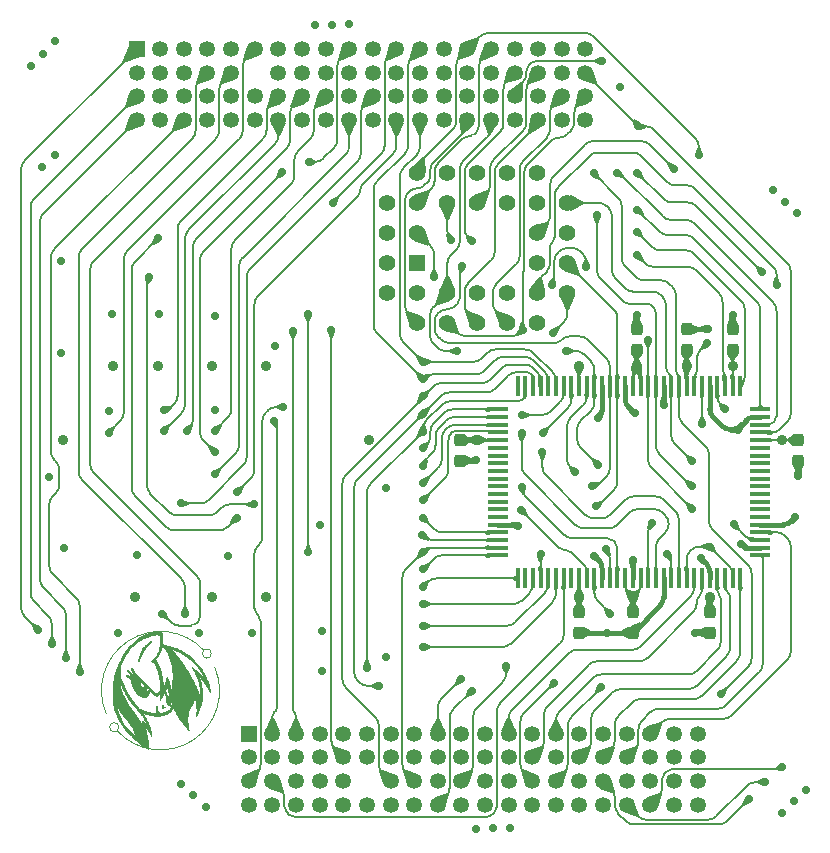
<source format=gbr>
G04 #@! TF.GenerationSoftware,KiCad,Pcbnew,7.0.9*
G04 #@! TF.CreationDate,2024-01-08T23:36:14-05:00*
G04 #@! TF.ProjectId,Compaq S3 Virge GX VRAM Addon Board,436f6d70-6171-4205-9333-205669726765,1*
G04 #@! TF.SameCoordinates,Original*
G04 #@! TF.FileFunction,Copper,L1,Top*
G04 #@! TF.FilePolarity,Positive*
%FSLAX46Y46*%
G04 Gerber Fmt 4.6, Leading zero omitted, Abs format (unit mm)*
G04 Created by KiCad (PCBNEW 7.0.9) date 2024-01-08 23:36:14*
%MOMM*%
%LPD*%
G01*
G04 APERTURE LIST*
G04 Aperture macros list*
%AMRoundRect*
0 Rectangle with rounded corners*
0 $1 Rounding radius*
0 $2 $3 $4 $5 $6 $7 $8 $9 X,Y pos of 4 corners*
0 Add a 4 corners polygon primitive as box body*
4,1,4,$2,$3,$4,$5,$6,$7,$8,$9,$2,$3,0*
0 Add four circle primitives for the rounded corners*
1,1,$1+$1,$2,$3*
1,1,$1+$1,$4,$5*
1,1,$1+$1,$6,$7*
1,1,$1+$1,$8,$9*
0 Add four rect primitives between the rounded corners*
20,1,$1+$1,$2,$3,$4,$5,0*
20,1,$1+$1,$4,$5,$6,$7,0*
20,1,$1+$1,$6,$7,$8,$9,0*
20,1,$1+$1,$8,$9,$2,$3,0*%
G04 Aperture macros list end*
G04 #@! TA.AperFunction,EtchedComponent*
%ADD10C,0.120000*%
G04 #@! TD*
G04 #@! TA.AperFunction,EtchedComponent*
%ADD11C,0.010000*%
G04 #@! TD*
G04 #@! TA.AperFunction,ComponentPad*
%ADD12R,1.350000X1.350000*%
G04 #@! TD*
G04 #@! TA.AperFunction,ComponentPad*
%ADD13C,1.350000*%
G04 #@! TD*
G04 #@! TA.AperFunction,SMDPad,CuDef*
%ADD14RoundRect,0.100000X-0.100000X0.775000X-0.100000X-0.775000X0.100000X-0.775000X0.100000X0.775000X0*%
G04 #@! TD*
G04 #@! TA.AperFunction,SMDPad,CuDef*
%ADD15RoundRect,0.100000X-0.775000X0.100000X-0.775000X-0.100000X0.775000X-0.100000X0.775000X0.100000X0*%
G04 #@! TD*
G04 #@! TA.AperFunction,SMDPad,CuDef*
%ADD16RoundRect,0.237500X-0.237500X0.300000X-0.237500X-0.300000X0.237500X-0.300000X0.237500X0.300000X0*%
G04 #@! TD*
G04 #@! TA.AperFunction,SMDPad,CuDef*
%ADD17RoundRect,0.237500X0.237500X-0.300000X0.237500X0.300000X-0.237500X0.300000X-0.237500X-0.300000X0*%
G04 #@! TD*
G04 #@! TA.AperFunction,ComponentPad*
%ADD18R,1.422400X1.422400*%
G04 #@! TD*
G04 #@! TA.AperFunction,ComponentPad*
%ADD19C,1.422400*%
G04 #@! TD*
G04 #@! TA.AperFunction,ViaPad*
%ADD20C,0.889000*%
G04 #@! TD*
G04 #@! TA.AperFunction,ViaPad*
%ADD21C,0.700000*%
G04 #@! TD*
G04 #@! TA.AperFunction,Conductor*
%ADD22C,0.400000*%
G04 #@! TD*
G04 #@! TA.AperFunction,Conductor*
%ADD23C,0.200000*%
G04 #@! TD*
G04 APERTURE END LIST*
D10*
X122714639Y-123728201D02*
G75*
G03*
X114468551Y-129108091I-3661057J-3398061D01*
G01*
X115398625Y-130569031D02*
G75*
G03*
X123644712Y-125189141I3661056J3398062D01*
G01*
X115520327Y-130253171D02*
G75*
G03*
X115520327Y-130253171I-385906J0D01*
G01*
X123360704Y-124011597D02*
G75*
G03*
X123360704Y-124011597I-385906J0D01*
G01*
D11*
X119223935Y-128339132D02*
X119229231Y-128344976D01*
X119232946Y-128355001D01*
X119234395Y-128363894D01*
X119237619Y-128384322D01*
X119242948Y-128405835D01*
X119249738Y-128426084D01*
X119254397Y-128436965D01*
X119266231Y-128456193D01*
X119283051Y-128474696D01*
X119304807Y-128492440D01*
X119331453Y-128509388D01*
X119362939Y-128525504D01*
X119384482Y-128534902D01*
X119395898Y-128539728D01*
X119403397Y-128543332D01*
X119407824Y-128546266D01*
X119410021Y-128549084D01*
X119410812Y-128552152D01*
X119410164Y-128557947D01*
X119405740Y-128561285D01*
X119405732Y-128561288D01*
X119401423Y-128562299D01*
X119392811Y-128563723D01*
X119380650Y-128565471D01*
X119365691Y-128567457D01*
X119348689Y-128569593D01*
X119330395Y-128571793D01*
X119311562Y-128573970D01*
X119292944Y-128576035D01*
X119275293Y-128577903D01*
X119259361Y-128579487D01*
X119245902Y-128580698D01*
X119235669Y-128581450D01*
X119229671Y-128581660D01*
X119219147Y-128580956D01*
X119208804Y-128579375D01*
X119203824Y-128578140D01*
X119186725Y-128570559D01*
X119171899Y-128559611D01*
X119159992Y-128546089D01*
X119151647Y-128530782D01*
X119147511Y-128514481D01*
X119147176Y-128508650D01*
X119147436Y-128504058D01*
X119148373Y-128498521D01*
X119150169Y-128491485D01*
X119153006Y-128482395D01*
X119157066Y-128470697D01*
X119162530Y-128455836D01*
X119169581Y-128437258D01*
X119176329Y-128419750D01*
X119183613Y-128401180D01*
X119190502Y-128384070D01*
X119196744Y-128369017D01*
X119202084Y-128356618D01*
X119206266Y-128347469D01*
X119209039Y-128342167D01*
X119209835Y-128341132D01*
X119217367Y-128337756D01*
X119223935Y-128339132D01*
G04 #@! TA.AperFunction,EtchedComponent*
G36*
X119223935Y-128339132D02*
G01*
X119229231Y-128344976D01*
X119232946Y-128355001D01*
X119234395Y-128363894D01*
X119237619Y-128384322D01*
X119242948Y-128405835D01*
X119249738Y-128426084D01*
X119254397Y-128436965D01*
X119266231Y-128456193D01*
X119283051Y-128474696D01*
X119304807Y-128492440D01*
X119331453Y-128509388D01*
X119362939Y-128525504D01*
X119384482Y-128534902D01*
X119395898Y-128539728D01*
X119403397Y-128543332D01*
X119407824Y-128546266D01*
X119410021Y-128549084D01*
X119410812Y-128552152D01*
X119410164Y-128557947D01*
X119405740Y-128561285D01*
X119405732Y-128561288D01*
X119401423Y-128562299D01*
X119392811Y-128563723D01*
X119380650Y-128565471D01*
X119365691Y-128567457D01*
X119348689Y-128569593D01*
X119330395Y-128571793D01*
X119311562Y-128573970D01*
X119292944Y-128576035D01*
X119275293Y-128577903D01*
X119259361Y-128579487D01*
X119245902Y-128580698D01*
X119235669Y-128581450D01*
X119229671Y-128581660D01*
X119219147Y-128580956D01*
X119208804Y-128579375D01*
X119203824Y-128578140D01*
X119186725Y-128570559D01*
X119171899Y-128559611D01*
X119159992Y-128546089D01*
X119151647Y-128530782D01*
X119147511Y-128514481D01*
X119147176Y-128508650D01*
X119147436Y-128504058D01*
X119148373Y-128498521D01*
X119150169Y-128491485D01*
X119153006Y-128482395D01*
X119157066Y-128470697D01*
X119162530Y-128455836D01*
X119169581Y-128437258D01*
X119176329Y-128419750D01*
X119183613Y-128401180D01*
X119190502Y-128384070D01*
X119196744Y-128369017D01*
X119202084Y-128356618D01*
X119206266Y-128347469D01*
X119209039Y-128342167D01*
X119209835Y-128341132D01*
X119217367Y-128337756D01*
X119223935Y-128339132D01*
G37*
G04 #@! TD.AperFunction*
X118248758Y-122954002D02*
X118249988Y-122957211D01*
X118249277Y-122959490D01*
X118246554Y-122963493D01*
X118241580Y-122969475D01*
X118234115Y-122977694D01*
X118223922Y-122988404D01*
X118210761Y-123001863D01*
X118194393Y-123018327D01*
X118175443Y-123037195D01*
X118126108Y-123086675D01*
X118080673Y-123133346D01*
X118039191Y-123177153D01*
X118001714Y-123218041D01*
X117978695Y-123243976D01*
X117961286Y-123264032D01*
X117946523Y-123281444D01*
X117933572Y-123297269D01*
X117921601Y-123312565D01*
X117909777Y-123328392D01*
X117897267Y-123345806D01*
X117886739Y-123360827D01*
X117866555Y-123389757D01*
X117848697Y-123415140D01*
X117832660Y-123437648D01*
X117817941Y-123457950D01*
X117804034Y-123476720D01*
X117790436Y-123494628D01*
X117776642Y-123512345D01*
X117762149Y-123530543D01*
X117746451Y-123549893D01*
X117729044Y-123571066D01*
X117726465Y-123574187D01*
X117708338Y-123596457D01*
X117688955Y-123620898D01*
X117668987Y-123646622D01*
X117649105Y-123672739D01*
X117629983Y-123698359D01*
X117612291Y-123722595D01*
X117596701Y-123744555D01*
X117586383Y-123759607D01*
X117579337Y-123770826D01*
X117570381Y-123786277D01*
X117559710Y-123805567D01*
X117547518Y-123828305D01*
X117534003Y-123854098D01*
X117519358Y-123882555D01*
X117503780Y-123913284D01*
X117487463Y-123945894D01*
X117470604Y-123979992D01*
X117453397Y-124015187D01*
X117436039Y-124051086D01*
X117418723Y-124087299D01*
X117401647Y-124123433D01*
X117385005Y-124159097D01*
X117368992Y-124193898D01*
X117360888Y-124211727D01*
X117342180Y-124253540D01*
X117322200Y-124299059D01*
X117301405Y-124347209D01*
X117280247Y-124396917D01*
X117259182Y-124447110D01*
X117238664Y-124496715D01*
X117219147Y-124544659D01*
X117205331Y-124579154D01*
X117198314Y-124596584D01*
X117192755Y-124609801D01*
X117188377Y-124619368D01*
X117184903Y-124625845D01*
X117182056Y-124629796D01*
X117179560Y-124631782D01*
X117179397Y-124631859D01*
X117173465Y-124634146D01*
X117169189Y-124633874D01*
X117164145Y-124630687D01*
X117162453Y-124629372D01*
X117157823Y-124624472D01*
X117155767Y-124619807D01*
X117155761Y-124619609D01*
X117156385Y-124615835D01*
X117158163Y-124607709D01*
X117160951Y-124595791D01*
X117164609Y-124580641D01*
X117168993Y-124562818D01*
X117173960Y-124542883D01*
X117179369Y-124521395D01*
X117185077Y-124498914D01*
X117190942Y-124476001D01*
X117196820Y-124453215D01*
X117202570Y-124431115D01*
X117208050Y-124410263D01*
X117213116Y-124391218D01*
X117217626Y-124374539D01*
X117221439Y-124360786D01*
X117222946Y-124355505D01*
X117232943Y-124321776D01*
X117243873Y-124286633D01*
X117255896Y-124249607D01*
X117269172Y-124210228D01*
X117283862Y-124168029D01*
X117300126Y-124122541D01*
X117318125Y-124073293D01*
X117336064Y-124025037D01*
X117358501Y-123965553D01*
X117379893Y-123909756D01*
X117400197Y-123857749D01*
X117419368Y-123809635D01*
X117437363Y-123765520D01*
X117454135Y-123725506D01*
X117469642Y-123689699D01*
X117483839Y-123658201D01*
X117496681Y-123631118D01*
X117508124Y-123608553D01*
X117518123Y-123590610D01*
X117526635Y-123577394D01*
X117527484Y-123576226D01*
X117542544Y-123557050D01*
X117561421Y-123535106D01*
X117583845Y-123510643D01*
X117609545Y-123483906D01*
X117638248Y-123455142D01*
X117669685Y-123424599D01*
X117703583Y-123392523D01*
X117739672Y-123359161D01*
X117777679Y-123324761D01*
X117817335Y-123289569D01*
X117858368Y-123253832D01*
X117900506Y-123217797D01*
X117943479Y-123181711D01*
X117987015Y-123145821D01*
X118030843Y-123110375D01*
X118074691Y-123075618D01*
X118093021Y-123061307D01*
X118119928Y-123040505D01*
X118144884Y-123021433D01*
X118167643Y-123004266D01*
X118187964Y-122989182D01*
X118205602Y-122976355D01*
X118220316Y-122965963D01*
X118231861Y-122958181D01*
X118239995Y-122953187D01*
X118244474Y-122951156D01*
X118244996Y-122951132D01*
X118248758Y-122954002D01*
G04 #@! TA.AperFunction,EtchedComponent*
G36*
X118248758Y-122954002D02*
G01*
X118249988Y-122957211D01*
X118249277Y-122959490D01*
X118246554Y-122963493D01*
X118241580Y-122969475D01*
X118234115Y-122977694D01*
X118223922Y-122988404D01*
X118210761Y-123001863D01*
X118194393Y-123018327D01*
X118175443Y-123037195D01*
X118126108Y-123086675D01*
X118080673Y-123133346D01*
X118039191Y-123177153D01*
X118001714Y-123218041D01*
X117978695Y-123243976D01*
X117961286Y-123264032D01*
X117946523Y-123281444D01*
X117933572Y-123297269D01*
X117921601Y-123312565D01*
X117909777Y-123328392D01*
X117897267Y-123345806D01*
X117886739Y-123360827D01*
X117866555Y-123389757D01*
X117848697Y-123415140D01*
X117832660Y-123437648D01*
X117817941Y-123457950D01*
X117804034Y-123476720D01*
X117790436Y-123494628D01*
X117776642Y-123512345D01*
X117762149Y-123530543D01*
X117746451Y-123549893D01*
X117729044Y-123571066D01*
X117726465Y-123574187D01*
X117708338Y-123596457D01*
X117688955Y-123620898D01*
X117668987Y-123646622D01*
X117649105Y-123672739D01*
X117629983Y-123698359D01*
X117612291Y-123722595D01*
X117596701Y-123744555D01*
X117586383Y-123759607D01*
X117579337Y-123770826D01*
X117570381Y-123786277D01*
X117559710Y-123805567D01*
X117547518Y-123828305D01*
X117534003Y-123854098D01*
X117519358Y-123882555D01*
X117503780Y-123913284D01*
X117487463Y-123945894D01*
X117470604Y-123979992D01*
X117453397Y-124015187D01*
X117436039Y-124051086D01*
X117418723Y-124087299D01*
X117401647Y-124123433D01*
X117385005Y-124159097D01*
X117368992Y-124193898D01*
X117360888Y-124211727D01*
X117342180Y-124253540D01*
X117322200Y-124299059D01*
X117301405Y-124347209D01*
X117280247Y-124396917D01*
X117259182Y-124447110D01*
X117238664Y-124496715D01*
X117219147Y-124544659D01*
X117205331Y-124579154D01*
X117198314Y-124596584D01*
X117192755Y-124609801D01*
X117188377Y-124619368D01*
X117184903Y-124625845D01*
X117182056Y-124629796D01*
X117179560Y-124631782D01*
X117179397Y-124631859D01*
X117173465Y-124634146D01*
X117169189Y-124633874D01*
X117164145Y-124630687D01*
X117162453Y-124629372D01*
X117157823Y-124624472D01*
X117155767Y-124619807D01*
X117155761Y-124619609D01*
X117156385Y-124615835D01*
X117158163Y-124607709D01*
X117160951Y-124595791D01*
X117164609Y-124580641D01*
X117168993Y-124562818D01*
X117173960Y-124542883D01*
X117179369Y-124521395D01*
X117185077Y-124498914D01*
X117190942Y-124476001D01*
X117196820Y-124453215D01*
X117202570Y-124431115D01*
X117208050Y-124410263D01*
X117213116Y-124391218D01*
X117217626Y-124374539D01*
X117221439Y-124360786D01*
X117222946Y-124355505D01*
X117232943Y-124321776D01*
X117243873Y-124286633D01*
X117255896Y-124249607D01*
X117269172Y-124210228D01*
X117283862Y-124168029D01*
X117300126Y-124122541D01*
X117318125Y-124073293D01*
X117336064Y-124025037D01*
X117358501Y-123965553D01*
X117379893Y-123909756D01*
X117400197Y-123857749D01*
X117419368Y-123809635D01*
X117437363Y-123765520D01*
X117454135Y-123725506D01*
X117469642Y-123689699D01*
X117483839Y-123658201D01*
X117496681Y-123631118D01*
X117508124Y-123608553D01*
X117518123Y-123590610D01*
X117526635Y-123577394D01*
X117527484Y-123576226D01*
X117542544Y-123557050D01*
X117561421Y-123535106D01*
X117583845Y-123510643D01*
X117609545Y-123483906D01*
X117638248Y-123455142D01*
X117669685Y-123424599D01*
X117703583Y-123392523D01*
X117739672Y-123359161D01*
X117777679Y-123324761D01*
X117817335Y-123289569D01*
X117858368Y-123253832D01*
X117900506Y-123217797D01*
X117943479Y-123181711D01*
X117987015Y-123145821D01*
X118030843Y-123110375D01*
X118074691Y-123075618D01*
X118093021Y-123061307D01*
X118119928Y-123040505D01*
X118144884Y-123021433D01*
X118167643Y-123004266D01*
X118187964Y-122989182D01*
X118205602Y-122976355D01*
X118220316Y-122965963D01*
X118231861Y-122958181D01*
X118239995Y-122953187D01*
X118244474Y-122951156D01*
X118244996Y-122951132D01*
X118248758Y-122954002D01*
G37*
G04 #@! TD.AperFunction*
X116585647Y-125193285D02*
X116596046Y-125198736D01*
X116596076Y-125198755D01*
X116600972Y-125203191D01*
X116607720Y-125211615D01*
X116616350Y-125224080D01*
X116626891Y-125240637D01*
X116639374Y-125261341D01*
X116653829Y-125286243D01*
X116670285Y-125315395D01*
X116688773Y-125348852D01*
X116709322Y-125386664D01*
X116731963Y-125428886D01*
X116756725Y-125475569D01*
X116783639Y-125526766D01*
X116792541Y-125543785D01*
X116807998Y-125573357D01*
X116821318Y-125598786D01*
X116832708Y-125620433D01*
X116842374Y-125638662D01*
X116850525Y-125653836D01*
X116857366Y-125666317D01*
X116863106Y-125676468D01*
X116867951Y-125684653D01*
X116872108Y-125691233D01*
X116875785Y-125696572D01*
X116879188Y-125701032D01*
X116882525Y-125704976D01*
X116886003Y-125708768D01*
X116887791Y-125710648D01*
X116890793Y-125713645D01*
X116897328Y-125720059D01*
X116907276Y-125729774D01*
X116920518Y-125742676D01*
X116936936Y-125758648D01*
X116956410Y-125777576D01*
X116978822Y-125799344D01*
X117004052Y-125823837D01*
X117031982Y-125850940D01*
X117062492Y-125880537D01*
X117095465Y-125912514D01*
X117130780Y-125946754D01*
X117168319Y-125983142D01*
X117207963Y-126021564D01*
X117249593Y-126061903D01*
X117293090Y-126104045D01*
X117338336Y-126147875D01*
X117385210Y-126193276D01*
X117433595Y-126240134D01*
X117483371Y-126288333D01*
X117534419Y-126337758D01*
X117586621Y-126388295D01*
X117639857Y-126439826D01*
X117694009Y-126492238D01*
X117722181Y-126519502D01*
X117787542Y-126582754D01*
X117849358Y-126642570D01*
X117907729Y-126699048D01*
X117962758Y-126752285D01*
X118014548Y-126802380D01*
X118063201Y-126849430D01*
X118108819Y-126893534D01*
X118151504Y-126934790D01*
X118191360Y-126973296D01*
X118228488Y-127009149D01*
X118262990Y-127042448D01*
X118294969Y-127073291D01*
X118324528Y-127101776D01*
X118351768Y-127128001D01*
X118376793Y-127152064D01*
X118399703Y-127174062D01*
X118420603Y-127194095D01*
X118439593Y-127212259D01*
X118456777Y-127228654D01*
X118472257Y-127243376D01*
X118486135Y-127256525D01*
X118498513Y-127268198D01*
X118509494Y-127278493D01*
X118519180Y-127287507D01*
X118527673Y-127295341D01*
X118535076Y-127302090D01*
X118541492Y-127307854D01*
X118547022Y-127312729D01*
X118551768Y-127316815D01*
X118555834Y-127320210D01*
X118559322Y-127323010D01*
X118562333Y-127325315D01*
X118564971Y-127327223D01*
X118566820Y-127328488D01*
X118589881Y-127342792D01*
X118614363Y-127356047D01*
X118638722Y-127367488D01*
X118661413Y-127376348D01*
X118667061Y-127378201D01*
X118680581Y-127381735D01*
X118694135Y-127383611D01*
X118710194Y-127384170D01*
X118710241Y-127384171D01*
X118722190Y-127384016D01*
X118730885Y-127383292D01*
X118738151Y-127381637D01*
X118745807Y-127378687D01*
X118751880Y-127375894D01*
X118775754Y-127362353D01*
X118800379Y-127343974D01*
X118825791Y-127320725D01*
X118852022Y-127292571D01*
X118879108Y-127259479D01*
X118900636Y-127230517D01*
X118906944Y-127221904D01*
X118912371Y-127214856D01*
X118916096Y-127210421D01*
X118917032Y-127209534D01*
X118923375Y-127207768D01*
X118931304Y-127208878D01*
X118938628Y-127212339D01*
X118941947Y-127215493D01*
X118943945Y-127218441D01*
X118945157Y-127221500D01*
X118945605Y-127225672D01*
X118945308Y-127231957D01*
X118944287Y-127241355D01*
X118942729Y-127253593D01*
X118934901Y-127301695D01*
X118924388Y-127345653D01*
X118911050Y-127385721D01*
X118894749Y-127422151D01*
X118875345Y-127455197D01*
X118852699Y-127485110D01*
X118826671Y-127512143D01*
X118797121Y-127536551D01*
X118780178Y-127548381D01*
X118756073Y-127562814D01*
X118733883Y-127572907D01*
X118713112Y-127578792D01*
X118693260Y-127580600D01*
X118673831Y-127578460D01*
X118669559Y-127577472D01*
X118654547Y-127572658D01*
X118637548Y-127565588D01*
X118620530Y-127557192D01*
X118605464Y-127548397D01*
X118600077Y-127544725D01*
X118596730Y-127541842D01*
X118589993Y-127535623D01*
X118580096Y-127526290D01*
X118567272Y-127514068D01*
X118551752Y-127499181D01*
X118533769Y-127481853D01*
X118513553Y-127462307D01*
X118491336Y-127440769D01*
X118467351Y-127417462D01*
X118441829Y-127392609D01*
X118415001Y-127366436D01*
X118387100Y-127339166D01*
X118359138Y-127311789D01*
X118330647Y-127283900D01*
X118303152Y-127257046D01*
X118276870Y-127231435D01*
X118252020Y-127207279D01*
X118228819Y-127184786D01*
X118207485Y-127164167D01*
X118188237Y-127145632D01*
X118171293Y-127129390D01*
X118156871Y-127115653D01*
X118145188Y-127104629D01*
X118136464Y-127096529D01*
X118130915Y-127091562D01*
X118128760Y-127089939D01*
X118128747Y-127089948D01*
X118127587Y-127093300D01*
X118126074Y-127100384D01*
X118124476Y-127109888D01*
X118123927Y-127113677D01*
X118116825Y-127153344D01*
X118106315Y-127195551D01*
X118092738Y-127239412D01*
X118076437Y-127284039D01*
X118057752Y-127328547D01*
X118037025Y-127372047D01*
X118014600Y-127413655D01*
X117997172Y-127442607D01*
X117986476Y-127459168D01*
X117974184Y-127477586D01*
X117960612Y-127497435D01*
X117946074Y-127518291D01*
X117930884Y-127539731D01*
X117915355Y-127561329D01*
X117899802Y-127582663D01*
X117884539Y-127603307D01*
X117869881Y-127622838D01*
X117856140Y-127640832D01*
X117843632Y-127656864D01*
X117832671Y-127670510D01*
X117823570Y-127681347D01*
X117816644Y-127688950D01*
X117812207Y-127692895D01*
X117811540Y-127693253D01*
X117807405Y-127693871D01*
X117799024Y-127694325D01*
X117787228Y-127694621D01*
X117772848Y-127694763D01*
X117756716Y-127694757D01*
X117739662Y-127694608D01*
X117722518Y-127694320D01*
X117706115Y-127693900D01*
X117691284Y-127693351D01*
X117678857Y-127692680D01*
X117675191Y-127692414D01*
X117648128Y-127689672D01*
X117621261Y-127685657D01*
X117593676Y-127680163D01*
X117564457Y-127672982D01*
X117532691Y-127663908D01*
X117497465Y-127652733D01*
X117491936Y-127650899D01*
X117431016Y-127629228D01*
X117371996Y-127605514D01*
X117315537Y-127580067D01*
X117262301Y-127553201D01*
X117212951Y-127525225D01*
X117178621Y-127503525D01*
X117130321Y-127468649D01*
X117082946Y-127428830D01*
X117036554Y-127384132D01*
X116991205Y-127334618D01*
X116946960Y-127280352D01*
X116903878Y-127221397D01*
X116882592Y-127189877D01*
X116864767Y-127162278D01*
X116848290Y-127135605D01*
X116832521Y-127108737D01*
X116816821Y-127080556D01*
X116800551Y-127049944D01*
X116783074Y-127015780D01*
X116782231Y-127014106D01*
X116772943Y-126994851D01*
X117789710Y-126994851D01*
X117790206Y-127020458D01*
X117790553Y-127023174D01*
X117796440Y-127049815D01*
X117806190Y-127074505D01*
X117819395Y-127096750D01*
X117835645Y-127116053D01*
X117854532Y-127131918D01*
X117875646Y-127143849D01*
X117895752Y-127150703D01*
X117910899Y-127153492D01*
X117924343Y-127153660D01*
X117938745Y-127151190D01*
X117941802Y-127150423D01*
X117962222Y-127143177D01*
X117980671Y-127132321D01*
X117998092Y-127117423D01*
X118012399Y-127100508D01*
X118024326Y-127080182D01*
X118034074Y-127056017D01*
X118041846Y-127027583D01*
X118043052Y-127021974D01*
X118046524Y-127005202D01*
X117965812Y-126926724D01*
X117948922Y-126910367D01*
X117933057Y-126895129D01*
X117918606Y-126881373D01*
X117905956Y-126869463D01*
X117895495Y-126859762D01*
X117887610Y-126852633D01*
X117882690Y-126848440D01*
X117881208Y-126847444D01*
X117877544Y-126848848D01*
X117871364Y-126853482D01*
X117863358Y-126860633D01*
X117854213Y-126869588D01*
X117844617Y-126879635D01*
X117835258Y-126890061D01*
X117826825Y-126900152D01*
X117820006Y-126909196D01*
X117816698Y-126914287D01*
X117803049Y-126941381D01*
X117794022Y-126968364D01*
X117789710Y-126994851D01*
X116772943Y-126994851D01*
X116738316Y-126923072D01*
X116699072Y-126833754D01*
X116664449Y-126745995D01*
X116634396Y-126659637D01*
X116608865Y-126574521D01*
X116590862Y-126502691D01*
X117288923Y-126502691D01*
X117289138Y-126527721D01*
X117290462Y-126551721D01*
X117292896Y-126573195D01*
X117294958Y-126584565D01*
X117305893Y-126624639D01*
X117320839Y-126663218D01*
X117339433Y-126699633D01*
X117361314Y-126733218D01*
X117386121Y-126763302D01*
X117398658Y-126776016D01*
X117414142Y-126788618D01*
X117433538Y-126800968D01*
X117455687Y-126812540D01*
X117479428Y-126822803D01*
X117503601Y-126831230D01*
X117527046Y-126837292D01*
X117537187Y-126839129D01*
X117550122Y-126840387D01*
X117565942Y-126840842D01*
X117583073Y-126840553D01*
X117599937Y-126839579D01*
X117614960Y-126837981D01*
X117626566Y-126835818D01*
X117626931Y-126835722D01*
X117653858Y-126826070D01*
X117677810Y-126812353D01*
X117698586Y-126794760D01*
X117715985Y-126773483D01*
X117729805Y-126748712D01*
X117736292Y-126732262D01*
X117742583Y-126713764D01*
X117729207Y-126700728D01*
X117725557Y-126697163D01*
X117718539Y-126690299D01*
X117708415Y-126680393D01*
X117695446Y-126667700D01*
X117679893Y-126652476D01*
X117662018Y-126634978D01*
X117642082Y-126615461D01*
X117620346Y-126594181D01*
X117597073Y-126571395D01*
X117572524Y-126547357D01*
X117546959Y-126522324D01*
X117527310Y-126503083D01*
X117338789Y-126318473D01*
X117328738Y-126338464D01*
X117318884Y-126360296D01*
X117309507Y-126385228D01*
X117301290Y-126411287D01*
X117294937Y-126436391D01*
X117291822Y-126455530D01*
X117289817Y-126478128D01*
X117288923Y-126502691D01*
X116590862Y-126502691D01*
X116587803Y-126490489D01*
X116571162Y-126407383D01*
X116558890Y-126325045D01*
X116556097Y-126300877D01*
X116555223Y-126290365D01*
X116554394Y-126275945D01*
X116553658Y-126258786D01*
X116553063Y-126240059D01*
X116552656Y-126220934D01*
X116552559Y-126213646D01*
X116552321Y-126194422D01*
X116552044Y-126179634D01*
X116551675Y-126168639D01*
X116551160Y-126160791D01*
X116550445Y-126155448D01*
X116549475Y-126151965D01*
X116548199Y-126149699D01*
X116547124Y-126148520D01*
X116544307Y-126146518D01*
X116537499Y-126142019D01*
X116527016Y-126135221D01*
X116513171Y-126126326D01*
X116496280Y-126115533D01*
X116476656Y-126103042D01*
X116454613Y-126089054D01*
X116430467Y-126073769D01*
X116404531Y-126057386D01*
X116377120Y-126040107D01*
X116349311Y-126022609D01*
X116320754Y-126004651D01*
X116293352Y-125987408D01*
X116267422Y-125971077D01*
X116243278Y-125955858D01*
X116221236Y-125941952D01*
X116201612Y-125929556D01*
X116184722Y-125918870D01*
X116170879Y-125910095D01*
X116160402Y-125903428D01*
X116153604Y-125899070D01*
X116150822Y-125897235D01*
X116141636Y-125887775D01*
X116136032Y-125876251D01*
X116134680Y-125867210D01*
X116137017Y-125856390D01*
X116143718Y-125847401D01*
X116154321Y-125840491D01*
X116168363Y-125835909D01*
X116185383Y-125833901D01*
X116196573Y-125834022D01*
X116202010Y-125834350D01*
X116207020Y-125834831D01*
X116212025Y-125835642D01*
X116217446Y-125836959D01*
X116223703Y-125838961D01*
X116231219Y-125841826D01*
X116240412Y-125845730D01*
X116251705Y-125850850D01*
X116265518Y-125857366D01*
X116282273Y-125865453D01*
X116302390Y-125875290D01*
X116326291Y-125887053D01*
X116349311Y-125898411D01*
X116394623Y-125921234D01*
X116435948Y-125943030D01*
X116474153Y-125964266D01*
X116504251Y-125981883D01*
X116524370Y-125993894D01*
X116540688Y-126003444D01*
X116553731Y-126010735D01*
X116564023Y-126015965D01*
X116572093Y-126019334D01*
X116578466Y-126021041D01*
X116583668Y-126021287D01*
X116588225Y-126020272D01*
X116592665Y-126018194D01*
X116595512Y-126016507D01*
X116605300Y-126008455D01*
X116615082Y-125996989D01*
X116623777Y-125983660D01*
X116630306Y-125970019D01*
X116632431Y-125963526D01*
X116634061Y-125953851D01*
X116632934Y-125945388D01*
X116632362Y-125943526D01*
X116629582Y-125938657D01*
X116623330Y-125930272D01*
X116613697Y-125918476D01*
X116600769Y-125903377D01*
X116584638Y-125885081D01*
X116570553Y-125869396D01*
X116536459Y-125831616D01*
X116503052Y-125794492D01*
X116470569Y-125758291D01*
X116439248Y-125723282D01*
X116409326Y-125689731D01*
X116381041Y-125657906D01*
X116354630Y-125628076D01*
X116330330Y-125600509D01*
X116308379Y-125575472D01*
X116289014Y-125553233D01*
X116272473Y-125534060D01*
X116258992Y-125518220D01*
X116252979Y-125511040D01*
X116241807Y-125497123D01*
X116233786Y-125485789D01*
X116228440Y-125476064D01*
X116225291Y-125466976D01*
X116223865Y-125457551D01*
X116223636Y-125451067D01*
X116225577Y-125434646D01*
X116231109Y-125420116D01*
X116239611Y-125408025D01*
X116250461Y-125398921D01*
X116263038Y-125393353D01*
X116276719Y-125391871D01*
X116288223Y-125394055D01*
X116292711Y-125396763D01*
X116300452Y-125402885D01*
X116311188Y-125412167D01*
X116324659Y-125424355D01*
X116340606Y-125439191D01*
X116358771Y-125456423D01*
X116378892Y-125475794D01*
X116400713Y-125497051D01*
X116423972Y-125519937D01*
X116448412Y-125544198D01*
X116473773Y-125569579D01*
X116499796Y-125595825D01*
X116526221Y-125622681D01*
X116552789Y-125649892D01*
X116579242Y-125677203D01*
X116605320Y-125704360D01*
X116629527Y-125729800D01*
X116647056Y-125748254D01*
X116661563Y-125763324D01*
X116673482Y-125775353D01*
X116683245Y-125784680D01*
X116691287Y-125791648D01*
X116698040Y-125796597D01*
X116703937Y-125799868D01*
X116709412Y-125801803D01*
X116714898Y-125802742D01*
X116720828Y-125803027D01*
X116722547Y-125803037D01*
X116733668Y-125800967D01*
X116742959Y-125795362D01*
X116749162Y-125787127D01*
X116750601Y-125782849D01*
X116750967Y-125780262D01*
X116750903Y-125777167D01*
X116750279Y-125773240D01*
X116748964Y-125768156D01*
X116746824Y-125761593D01*
X116743730Y-125753226D01*
X116739550Y-125742732D01*
X116734152Y-125729785D01*
X116727405Y-125714063D01*
X116719177Y-125695242D01*
X116709337Y-125672997D01*
X116697753Y-125647005D01*
X116684295Y-125616942D01*
X116673503Y-125592892D01*
X116655855Y-125553489D01*
X116640151Y-125518209D01*
X116626189Y-125486575D01*
X116613764Y-125458104D01*
X116602674Y-125432319D01*
X116592714Y-125408739D01*
X116583680Y-125386885D01*
X116575370Y-125366277D01*
X116567580Y-125346437D01*
X116560105Y-125326883D01*
X116556571Y-125317462D01*
X116551528Y-125303819D01*
X116548000Y-125293587D01*
X116545718Y-125285422D01*
X116544409Y-125277980D01*
X116543803Y-125269917D01*
X116543630Y-125259889D01*
X116543621Y-125253201D01*
X116543833Y-125238230D01*
X116544731Y-125227165D01*
X116546707Y-125218838D01*
X116550155Y-125212083D01*
X116555465Y-125205734D01*
X116561530Y-125199972D01*
X116569728Y-125193856D01*
X116577320Y-125191643D01*
X116585647Y-125193285D01*
G04 #@! TA.AperFunction,EtchedComponent*
G36*
X116585647Y-125193285D02*
G01*
X116596046Y-125198736D01*
X116596076Y-125198755D01*
X116600972Y-125203191D01*
X116607720Y-125211615D01*
X116616350Y-125224080D01*
X116626891Y-125240637D01*
X116639374Y-125261341D01*
X116653829Y-125286243D01*
X116670285Y-125315395D01*
X116688773Y-125348852D01*
X116709322Y-125386664D01*
X116731963Y-125428886D01*
X116756725Y-125475569D01*
X116783639Y-125526766D01*
X116792541Y-125543785D01*
X116807998Y-125573357D01*
X116821318Y-125598786D01*
X116832708Y-125620433D01*
X116842374Y-125638662D01*
X116850525Y-125653836D01*
X116857366Y-125666317D01*
X116863106Y-125676468D01*
X116867951Y-125684653D01*
X116872108Y-125691233D01*
X116875785Y-125696572D01*
X116879188Y-125701032D01*
X116882525Y-125704976D01*
X116886003Y-125708768D01*
X116887791Y-125710648D01*
X116890793Y-125713645D01*
X116897328Y-125720059D01*
X116907276Y-125729774D01*
X116920518Y-125742676D01*
X116936936Y-125758648D01*
X116956410Y-125777576D01*
X116978822Y-125799344D01*
X117004052Y-125823837D01*
X117031982Y-125850940D01*
X117062492Y-125880537D01*
X117095465Y-125912514D01*
X117130780Y-125946754D01*
X117168319Y-125983142D01*
X117207963Y-126021564D01*
X117249593Y-126061903D01*
X117293090Y-126104045D01*
X117338336Y-126147875D01*
X117385210Y-126193276D01*
X117433595Y-126240134D01*
X117483371Y-126288333D01*
X117534419Y-126337758D01*
X117586621Y-126388295D01*
X117639857Y-126439826D01*
X117694009Y-126492238D01*
X117722181Y-126519502D01*
X117787542Y-126582754D01*
X117849358Y-126642570D01*
X117907729Y-126699048D01*
X117962758Y-126752285D01*
X118014548Y-126802380D01*
X118063201Y-126849430D01*
X118108819Y-126893534D01*
X118151504Y-126934790D01*
X118191360Y-126973296D01*
X118228488Y-127009149D01*
X118262990Y-127042448D01*
X118294969Y-127073291D01*
X118324528Y-127101776D01*
X118351768Y-127128001D01*
X118376793Y-127152064D01*
X118399703Y-127174062D01*
X118420603Y-127194095D01*
X118439593Y-127212259D01*
X118456777Y-127228654D01*
X118472257Y-127243376D01*
X118486135Y-127256525D01*
X118498513Y-127268198D01*
X118509494Y-127278493D01*
X118519180Y-127287507D01*
X118527673Y-127295341D01*
X118535076Y-127302090D01*
X118541492Y-127307854D01*
X118547022Y-127312729D01*
X118551768Y-127316815D01*
X118555834Y-127320210D01*
X118559322Y-127323010D01*
X118562333Y-127325315D01*
X118564971Y-127327223D01*
X118566820Y-127328488D01*
X118589881Y-127342792D01*
X118614363Y-127356047D01*
X118638722Y-127367488D01*
X118661413Y-127376348D01*
X118667061Y-127378201D01*
X118680581Y-127381735D01*
X118694135Y-127383611D01*
X118710194Y-127384170D01*
X118710241Y-127384171D01*
X118722190Y-127384016D01*
X118730885Y-127383292D01*
X118738151Y-127381637D01*
X118745807Y-127378687D01*
X118751880Y-127375894D01*
X118775754Y-127362353D01*
X118800379Y-127343974D01*
X118825791Y-127320725D01*
X118852022Y-127292571D01*
X118879108Y-127259479D01*
X118900636Y-127230517D01*
X118906944Y-127221904D01*
X118912371Y-127214856D01*
X118916096Y-127210421D01*
X118917032Y-127209534D01*
X118923375Y-127207768D01*
X118931304Y-127208878D01*
X118938628Y-127212339D01*
X118941947Y-127215493D01*
X118943945Y-127218441D01*
X118945157Y-127221500D01*
X118945605Y-127225672D01*
X118945308Y-127231957D01*
X118944287Y-127241355D01*
X118942729Y-127253593D01*
X118934901Y-127301695D01*
X118924388Y-127345653D01*
X118911050Y-127385721D01*
X118894749Y-127422151D01*
X118875345Y-127455197D01*
X118852699Y-127485110D01*
X118826671Y-127512143D01*
X118797121Y-127536551D01*
X118780178Y-127548381D01*
X118756073Y-127562814D01*
X118733883Y-127572907D01*
X118713112Y-127578792D01*
X118693260Y-127580600D01*
X118673831Y-127578460D01*
X118669559Y-127577472D01*
X118654547Y-127572658D01*
X118637548Y-127565588D01*
X118620530Y-127557192D01*
X118605464Y-127548397D01*
X118600077Y-127544725D01*
X118596730Y-127541842D01*
X118589993Y-127535623D01*
X118580096Y-127526290D01*
X118567272Y-127514068D01*
X118551752Y-127499181D01*
X118533769Y-127481853D01*
X118513553Y-127462307D01*
X118491336Y-127440769D01*
X118467351Y-127417462D01*
X118441829Y-127392609D01*
X118415001Y-127366436D01*
X118387100Y-127339166D01*
X118359138Y-127311789D01*
X118330647Y-127283900D01*
X118303152Y-127257046D01*
X118276870Y-127231435D01*
X118252020Y-127207279D01*
X118228819Y-127184786D01*
X118207485Y-127164167D01*
X118188237Y-127145632D01*
X118171293Y-127129390D01*
X118156871Y-127115653D01*
X118145188Y-127104629D01*
X118136464Y-127096529D01*
X118130915Y-127091562D01*
X118128760Y-127089939D01*
X118128747Y-127089948D01*
X118127587Y-127093300D01*
X118126074Y-127100384D01*
X118124476Y-127109888D01*
X118123927Y-127113677D01*
X118116825Y-127153344D01*
X118106315Y-127195551D01*
X118092738Y-127239412D01*
X118076437Y-127284039D01*
X118057752Y-127328547D01*
X118037025Y-127372047D01*
X118014600Y-127413655D01*
X117997172Y-127442607D01*
X117986476Y-127459168D01*
X117974184Y-127477586D01*
X117960612Y-127497435D01*
X117946074Y-127518291D01*
X117930884Y-127539731D01*
X117915355Y-127561329D01*
X117899802Y-127582663D01*
X117884539Y-127603307D01*
X117869881Y-127622838D01*
X117856140Y-127640832D01*
X117843632Y-127656864D01*
X117832671Y-127670510D01*
X117823570Y-127681347D01*
X117816644Y-127688950D01*
X117812207Y-127692895D01*
X117811540Y-127693253D01*
X117807405Y-127693871D01*
X117799024Y-127694325D01*
X117787228Y-127694621D01*
X117772848Y-127694763D01*
X117756716Y-127694757D01*
X117739662Y-127694608D01*
X117722518Y-127694320D01*
X117706115Y-127693900D01*
X117691284Y-127693351D01*
X117678857Y-127692680D01*
X117675191Y-127692414D01*
X117648128Y-127689672D01*
X117621261Y-127685657D01*
X117593676Y-127680163D01*
X117564457Y-127672982D01*
X117532691Y-127663908D01*
X117497465Y-127652733D01*
X117491936Y-127650899D01*
X117431016Y-127629228D01*
X117371996Y-127605514D01*
X117315537Y-127580067D01*
X117262301Y-127553201D01*
X117212951Y-127525225D01*
X117178621Y-127503525D01*
X117130321Y-127468649D01*
X117082946Y-127428830D01*
X117036554Y-127384132D01*
X116991205Y-127334618D01*
X116946960Y-127280352D01*
X116903878Y-127221397D01*
X116882592Y-127189877D01*
X116864767Y-127162278D01*
X116848290Y-127135605D01*
X116832521Y-127108737D01*
X116816821Y-127080556D01*
X116800551Y-127049944D01*
X116783074Y-127015780D01*
X116782231Y-127014106D01*
X116772943Y-126994851D01*
X117789710Y-126994851D01*
X117790206Y-127020458D01*
X117790553Y-127023174D01*
X117796440Y-127049815D01*
X117806190Y-127074505D01*
X117819395Y-127096750D01*
X117835645Y-127116053D01*
X117854532Y-127131918D01*
X117875646Y-127143849D01*
X117895752Y-127150703D01*
X117910899Y-127153492D01*
X117924343Y-127153660D01*
X117938745Y-127151190D01*
X117941802Y-127150423D01*
X117962222Y-127143177D01*
X117980671Y-127132321D01*
X117998092Y-127117423D01*
X118012399Y-127100508D01*
X118024326Y-127080182D01*
X118034074Y-127056017D01*
X118041846Y-127027583D01*
X118043052Y-127021974D01*
X118046524Y-127005202D01*
X117965812Y-126926724D01*
X117948922Y-126910367D01*
X117933057Y-126895129D01*
X117918606Y-126881373D01*
X117905956Y-126869463D01*
X117895495Y-126859762D01*
X117887610Y-126852633D01*
X117882690Y-126848440D01*
X117881208Y-126847444D01*
X117877544Y-126848848D01*
X117871364Y-126853482D01*
X117863358Y-126860633D01*
X117854213Y-126869588D01*
X117844617Y-126879635D01*
X117835258Y-126890061D01*
X117826825Y-126900152D01*
X117820006Y-126909196D01*
X117816698Y-126914287D01*
X117803049Y-126941381D01*
X117794022Y-126968364D01*
X117789710Y-126994851D01*
X116772943Y-126994851D01*
X116738316Y-126923072D01*
X116699072Y-126833754D01*
X116664449Y-126745995D01*
X116634396Y-126659637D01*
X116608865Y-126574521D01*
X116590862Y-126502691D01*
X117288923Y-126502691D01*
X117289138Y-126527721D01*
X117290462Y-126551721D01*
X117292896Y-126573195D01*
X117294958Y-126584565D01*
X117305893Y-126624639D01*
X117320839Y-126663218D01*
X117339433Y-126699633D01*
X117361314Y-126733218D01*
X117386121Y-126763302D01*
X117398658Y-126776016D01*
X117414142Y-126788618D01*
X117433538Y-126800968D01*
X117455687Y-126812540D01*
X117479428Y-126822803D01*
X117503601Y-126831230D01*
X117527046Y-126837292D01*
X117537187Y-126839129D01*
X117550122Y-126840387D01*
X117565942Y-126840842D01*
X117583073Y-126840553D01*
X117599937Y-126839579D01*
X117614960Y-126837981D01*
X117626566Y-126835818D01*
X117626931Y-126835722D01*
X117653858Y-126826070D01*
X117677810Y-126812353D01*
X117698586Y-126794760D01*
X117715985Y-126773483D01*
X117729805Y-126748712D01*
X117736292Y-126732262D01*
X117742583Y-126713764D01*
X117729207Y-126700728D01*
X117725557Y-126697163D01*
X117718539Y-126690299D01*
X117708415Y-126680393D01*
X117695446Y-126667700D01*
X117679893Y-126652476D01*
X117662018Y-126634978D01*
X117642082Y-126615461D01*
X117620346Y-126594181D01*
X117597073Y-126571395D01*
X117572524Y-126547357D01*
X117546959Y-126522324D01*
X117527310Y-126503083D01*
X117338789Y-126318473D01*
X117328738Y-126338464D01*
X117318884Y-126360296D01*
X117309507Y-126385228D01*
X117301290Y-126411287D01*
X117294937Y-126436391D01*
X117291822Y-126455530D01*
X117289817Y-126478128D01*
X117288923Y-126502691D01*
X116590862Y-126502691D01*
X116587803Y-126490489D01*
X116571162Y-126407383D01*
X116558890Y-126325045D01*
X116556097Y-126300877D01*
X116555223Y-126290365D01*
X116554394Y-126275945D01*
X116553658Y-126258786D01*
X116553063Y-126240059D01*
X116552656Y-126220934D01*
X116552559Y-126213646D01*
X116552321Y-126194422D01*
X116552044Y-126179634D01*
X116551675Y-126168639D01*
X116551160Y-126160791D01*
X116550445Y-126155448D01*
X116549475Y-126151965D01*
X116548199Y-126149699D01*
X116547124Y-126148520D01*
X116544307Y-126146518D01*
X116537499Y-126142019D01*
X116527016Y-126135221D01*
X116513171Y-126126326D01*
X116496280Y-126115533D01*
X116476656Y-126103042D01*
X116454613Y-126089054D01*
X116430467Y-126073769D01*
X116404531Y-126057386D01*
X116377120Y-126040107D01*
X116349311Y-126022609D01*
X116320754Y-126004651D01*
X116293352Y-125987408D01*
X116267422Y-125971077D01*
X116243278Y-125955858D01*
X116221236Y-125941952D01*
X116201612Y-125929556D01*
X116184722Y-125918870D01*
X116170879Y-125910095D01*
X116160402Y-125903428D01*
X116153604Y-125899070D01*
X116150822Y-125897235D01*
X116141636Y-125887775D01*
X116136032Y-125876251D01*
X116134680Y-125867210D01*
X116137017Y-125856390D01*
X116143718Y-125847401D01*
X116154321Y-125840491D01*
X116168363Y-125835909D01*
X116185383Y-125833901D01*
X116196573Y-125834022D01*
X116202010Y-125834350D01*
X116207020Y-125834831D01*
X116212025Y-125835642D01*
X116217446Y-125836959D01*
X116223703Y-125838961D01*
X116231219Y-125841826D01*
X116240412Y-125845730D01*
X116251705Y-125850850D01*
X116265518Y-125857366D01*
X116282273Y-125865453D01*
X116302390Y-125875290D01*
X116326291Y-125887053D01*
X116349311Y-125898411D01*
X116394623Y-125921234D01*
X116435948Y-125943030D01*
X116474153Y-125964266D01*
X116504251Y-125981883D01*
X116524370Y-125993894D01*
X116540688Y-126003444D01*
X116553731Y-126010735D01*
X116564023Y-126015965D01*
X116572093Y-126019334D01*
X116578466Y-126021041D01*
X116583668Y-126021287D01*
X116588225Y-126020272D01*
X116592665Y-126018194D01*
X116595512Y-126016507D01*
X116605300Y-126008455D01*
X116615082Y-125996989D01*
X116623777Y-125983660D01*
X116630306Y-125970019D01*
X116632431Y-125963526D01*
X116634061Y-125953851D01*
X116632934Y-125945388D01*
X116632362Y-125943526D01*
X116629582Y-125938657D01*
X116623330Y-125930272D01*
X116613697Y-125918476D01*
X116600769Y-125903377D01*
X116584638Y-125885081D01*
X116570553Y-125869396D01*
X116536459Y-125831616D01*
X116503052Y-125794492D01*
X116470569Y-125758291D01*
X116439248Y-125723282D01*
X116409326Y-125689731D01*
X116381041Y-125657906D01*
X116354630Y-125628076D01*
X116330330Y-125600509D01*
X116308379Y-125575472D01*
X116289014Y-125553233D01*
X116272473Y-125534060D01*
X116258992Y-125518220D01*
X116252979Y-125511040D01*
X116241807Y-125497123D01*
X116233786Y-125485789D01*
X116228440Y-125476064D01*
X116225291Y-125466976D01*
X116223865Y-125457551D01*
X116223636Y-125451067D01*
X116225577Y-125434646D01*
X116231109Y-125420116D01*
X116239611Y-125408025D01*
X116250461Y-125398921D01*
X116263038Y-125393353D01*
X116276719Y-125391871D01*
X116288223Y-125394055D01*
X116292711Y-125396763D01*
X116300452Y-125402885D01*
X116311188Y-125412167D01*
X116324659Y-125424355D01*
X116340606Y-125439191D01*
X116358771Y-125456423D01*
X116378892Y-125475794D01*
X116400713Y-125497051D01*
X116423972Y-125519937D01*
X116448412Y-125544198D01*
X116473773Y-125569579D01*
X116499796Y-125595825D01*
X116526221Y-125622681D01*
X116552789Y-125649892D01*
X116579242Y-125677203D01*
X116605320Y-125704360D01*
X116629527Y-125729800D01*
X116647056Y-125748254D01*
X116661563Y-125763324D01*
X116673482Y-125775353D01*
X116683245Y-125784680D01*
X116691287Y-125791648D01*
X116698040Y-125796597D01*
X116703937Y-125799868D01*
X116709412Y-125801803D01*
X116714898Y-125802742D01*
X116720828Y-125803027D01*
X116722547Y-125803037D01*
X116733668Y-125800967D01*
X116742959Y-125795362D01*
X116749162Y-125787127D01*
X116750601Y-125782849D01*
X116750967Y-125780262D01*
X116750903Y-125777167D01*
X116750279Y-125773240D01*
X116748964Y-125768156D01*
X116746824Y-125761593D01*
X116743730Y-125753226D01*
X116739550Y-125742732D01*
X116734152Y-125729785D01*
X116727405Y-125714063D01*
X116719177Y-125695242D01*
X116709337Y-125672997D01*
X116697753Y-125647005D01*
X116684295Y-125616942D01*
X116673503Y-125592892D01*
X116655855Y-125553489D01*
X116640151Y-125518209D01*
X116626189Y-125486575D01*
X116613764Y-125458104D01*
X116602674Y-125432319D01*
X116592714Y-125408739D01*
X116583680Y-125386885D01*
X116575370Y-125366277D01*
X116567580Y-125346437D01*
X116560105Y-125326883D01*
X116556571Y-125317462D01*
X116551528Y-125303819D01*
X116548000Y-125293587D01*
X116545718Y-125285422D01*
X116544409Y-125277980D01*
X116543803Y-125269917D01*
X116543630Y-125259889D01*
X116543621Y-125253201D01*
X116543833Y-125238230D01*
X116544731Y-125227165D01*
X116546707Y-125218838D01*
X116550155Y-125212083D01*
X116555465Y-125205734D01*
X116561530Y-125199972D01*
X116569728Y-125193856D01*
X116577320Y-125191643D01*
X116585647Y-125193285D01*
G37*
G04 #@! TD.AperFunction*
X118747793Y-122178761D02*
X118773543Y-122179085D01*
X118796973Y-122179572D01*
X118817169Y-122180222D01*
X118833216Y-122181035D01*
X118833431Y-122181049D01*
X118861937Y-122183184D01*
X118891052Y-122185837D01*
X118920228Y-122188923D01*
X118948918Y-122192360D01*
X118976576Y-122196065D01*
X119002654Y-122199954D01*
X119026605Y-122203943D01*
X119047882Y-122207951D01*
X119065938Y-122211893D01*
X119080226Y-122215686D01*
X119090199Y-122219247D01*
X119092723Y-122220510D01*
X119105571Y-122229958D01*
X119117406Y-122243124D01*
X119128274Y-122260156D01*
X119138224Y-122281202D01*
X119147300Y-122306408D01*
X119155551Y-122335924D01*
X119163022Y-122369895D01*
X119169761Y-122408470D01*
X119175814Y-122451796D01*
X119181202Y-122499767D01*
X119187935Y-122571433D01*
X119193256Y-122639214D01*
X119197221Y-122704086D01*
X119199882Y-122767030D01*
X119201294Y-122829022D01*
X119201566Y-122868067D01*
X119201535Y-122900337D01*
X119201336Y-122928553D01*
X119200918Y-122953737D01*
X119200231Y-122976914D01*
X119199221Y-122999108D01*
X119197838Y-123021341D01*
X119196030Y-123044637D01*
X119193745Y-123070021D01*
X119190932Y-123098516D01*
X119189026Y-123116987D01*
X119186465Y-123141617D01*
X119184408Y-123161658D01*
X119182815Y-123177571D01*
X119181649Y-123189817D01*
X119180871Y-123198856D01*
X119180442Y-123205152D01*
X119180323Y-123209163D01*
X119180477Y-123211353D01*
X119180864Y-123212182D01*
X119181060Y-123212237D01*
X119184045Y-123212859D01*
X119191443Y-123214641D01*
X119202751Y-123217453D01*
X119217470Y-123221165D01*
X119235096Y-123225647D01*
X119255130Y-123230771D01*
X119277069Y-123236406D01*
X119300412Y-123242423D01*
X119324657Y-123248693D01*
X119349304Y-123255086D01*
X119373851Y-123261472D01*
X119397796Y-123267722D01*
X119420639Y-123273707D01*
X119441877Y-123279296D01*
X119461009Y-123284361D01*
X119477534Y-123288772D01*
X119482401Y-123290081D01*
X119641106Y-123334325D01*
X119795094Y-123380211D01*
X119944470Y-123427778D01*
X120089337Y-123477068D01*
X120229801Y-123528122D01*
X120365965Y-123580981D01*
X120497934Y-123635685D01*
X120625812Y-123692276D01*
X120749704Y-123750795D01*
X120869714Y-123811282D01*
X120985947Y-123873778D01*
X121019101Y-123892362D01*
X121125586Y-123954557D01*
X121228996Y-124018873D01*
X121328946Y-124085047D01*
X121425054Y-124152816D01*
X121516935Y-124221918D01*
X121604207Y-124292089D01*
X121609651Y-124296631D01*
X121689872Y-124365955D01*
X121770406Y-124439947D01*
X121850957Y-124518230D01*
X121931226Y-124600431D01*
X122010917Y-124686173D01*
X122089733Y-124775081D01*
X122167377Y-124866779D01*
X122243551Y-124960893D01*
X122317959Y-125057045D01*
X122390302Y-125154862D01*
X122460285Y-125253967D01*
X122527609Y-125353986D01*
X122591979Y-125454542D01*
X122653096Y-125555260D01*
X122710664Y-125655764D01*
X122764385Y-125755680D01*
X122764575Y-125756047D01*
X122826509Y-125879706D01*
X122885490Y-126006430D01*
X122941309Y-126135643D01*
X122993759Y-126266766D01*
X123042630Y-126399223D01*
X123087715Y-126532437D01*
X123128806Y-126665829D01*
X123165692Y-126798823D01*
X123198168Y-126930841D01*
X123213341Y-126999377D01*
X123218388Y-127023647D01*
X123223506Y-127049271D01*
X123228604Y-127075720D01*
X123233595Y-127102465D01*
X123238389Y-127128978D01*
X123242896Y-127154730D01*
X123247026Y-127179192D01*
X123250692Y-127201836D01*
X123253803Y-127222133D01*
X123256271Y-127239555D01*
X123258005Y-127253574D01*
X123258917Y-127263660D01*
X123258925Y-127269231D01*
X123257908Y-127269416D01*
X123255222Y-127266629D01*
X123250728Y-127260668D01*
X123244290Y-127251328D01*
X123235770Y-127238406D01*
X123225030Y-127221698D01*
X123211933Y-127201000D01*
X123199387Y-127180987D01*
X123166543Y-127128222D01*
X123133988Y-127075532D01*
X123102225Y-127023740D01*
X123071757Y-126973668D01*
X123043084Y-126926136D01*
X123016710Y-126881967D01*
X123015540Y-126879997D01*
X122981538Y-126823427D01*
X122947312Y-126768026D01*
X122912462Y-126713199D01*
X122876585Y-126658350D01*
X122839281Y-126602883D01*
X122800148Y-126546203D01*
X122758785Y-126487713D01*
X122714790Y-126426819D01*
X122667762Y-126362925D01*
X122660348Y-126352947D01*
X122647128Y-126335046D01*
X122631692Y-126313929D01*
X122614728Y-126290549D01*
X122596922Y-126265859D01*
X122578963Y-126240813D01*
X122561536Y-126216363D01*
X122545330Y-126193463D01*
X122544057Y-126191657D01*
X122521761Y-126160029D01*
X122502081Y-126132205D01*
X122484743Y-126107806D01*
X122469476Y-126086456D01*
X122456006Y-126067780D01*
X122444060Y-126051400D01*
X122433366Y-126036941D01*
X122423651Y-126024025D01*
X122414641Y-126012277D01*
X122406191Y-126001480D01*
X122398402Y-125992170D01*
X122387831Y-125980312D01*
X122375157Y-125966603D01*
X122361065Y-125951741D01*
X122346235Y-125936423D01*
X122331351Y-125921346D01*
X122317094Y-125907209D01*
X122304148Y-125894707D01*
X122293193Y-125884540D01*
X122284912Y-125877404D01*
X122284486Y-125877064D01*
X122273724Y-125868541D01*
X122279142Y-125882144D01*
X122293214Y-125918991D01*
X122307902Y-125960318D01*
X122323051Y-126005586D01*
X122338504Y-126054255D01*
X122354105Y-126105784D01*
X122369698Y-126159633D01*
X122385128Y-126215261D01*
X122400238Y-126272130D01*
X122414871Y-126329698D01*
X122428874Y-126387425D01*
X122442088Y-126444771D01*
X122443704Y-126452007D01*
X122472100Y-126586769D01*
X122496846Y-126719291D01*
X122517931Y-126849451D01*
X122535345Y-126977128D01*
X122549077Y-127102201D01*
X122559118Y-127224550D01*
X122565456Y-127344053D01*
X122568083Y-127460590D01*
X122566986Y-127574040D01*
X122562158Y-127684281D01*
X122555624Y-127769825D01*
X122544350Y-127871631D01*
X122528935Y-127976096D01*
X122509437Y-128083018D01*
X122485914Y-128192194D01*
X122458421Y-128303422D01*
X122427018Y-128416500D01*
X122391759Y-128531225D01*
X122352704Y-128647396D01*
X122309909Y-128764810D01*
X122263431Y-128883264D01*
X122213328Y-129002557D01*
X122195143Y-129044026D01*
X122188182Y-129059583D01*
X122180106Y-129077388D01*
X122171143Y-129096955D01*
X122161522Y-129117802D01*
X122151471Y-129139442D01*
X122141220Y-129161392D01*
X122130997Y-129183167D01*
X122121031Y-129204283D01*
X122111550Y-129224255D01*
X122102784Y-129242598D01*
X122094961Y-129258829D01*
X122088310Y-129272463D01*
X122083060Y-129283015D01*
X122079440Y-129290000D01*
X122077678Y-129292935D01*
X122077582Y-129292997D01*
X122077535Y-129290680D01*
X122078135Y-129284505D01*
X122079261Y-129275636D01*
X122079768Y-129272042D01*
X122082603Y-129250326D01*
X122085525Y-129224000D01*
X122088496Y-129193531D01*
X122091476Y-129159388D01*
X122094424Y-129122039D01*
X122097302Y-129081952D01*
X122100070Y-129039594D01*
X122101643Y-129013597D01*
X122102404Y-128997583D01*
X122103066Y-128977554D01*
X122103628Y-128954104D01*
X122104091Y-128927829D01*
X122104455Y-128899324D01*
X122104718Y-128869185D01*
X122104883Y-128838006D01*
X122104948Y-128806385D01*
X122104913Y-128774914D01*
X122104778Y-128744191D01*
X122104544Y-128714810D01*
X122104210Y-128687367D01*
X122103777Y-128662457D01*
X122103244Y-128640676D01*
X122102611Y-128622618D01*
X122101878Y-128608880D01*
X122101658Y-128605927D01*
X122099467Y-128580498D01*
X122096913Y-128554042D01*
X122093936Y-128526043D01*
X122090472Y-128495987D01*
X122086458Y-128463360D01*
X122081831Y-128427647D01*
X122076529Y-128388333D01*
X122070489Y-128344903D01*
X122065536Y-128310017D01*
X122061006Y-128277713D01*
X122056144Y-128241934D01*
X122051114Y-128203944D01*
X122046077Y-128165009D01*
X122041197Y-128126394D01*
X122036634Y-128089365D01*
X122032552Y-128055187D01*
X122030014Y-128033157D01*
X122023608Y-127976888D01*
X122017647Y-127925378D01*
X122012086Y-127878331D01*
X122006883Y-127835448D01*
X122001993Y-127796434D01*
X121997373Y-127760991D01*
X121992980Y-127728821D01*
X121988771Y-127699627D01*
X121984702Y-127673113D01*
X121980730Y-127648980D01*
X121976811Y-127626933D01*
X121972902Y-127606673D01*
X121968960Y-127587904D01*
X121964941Y-127570328D01*
X121960802Y-127553649D01*
X121958977Y-127546688D01*
X121955588Y-127534454D01*
X121952228Y-127523159D01*
X121949336Y-127514239D01*
X121947690Y-127509858D01*
X121946171Y-127506609D01*
X121945114Y-127505449D01*
X121944432Y-127506956D01*
X121944039Y-127511707D01*
X121943846Y-127520282D01*
X121943768Y-127533256D01*
X121943760Y-127536024D01*
X121942379Y-127575574D01*
X121938537Y-127618919D01*
X121932366Y-127665486D01*
X121924000Y-127714703D01*
X121913570Y-127765996D01*
X121901210Y-127818793D01*
X121887051Y-127872521D01*
X121871226Y-127926606D01*
X121853867Y-127980476D01*
X121835108Y-128033559D01*
X121818943Y-128075671D01*
X121800369Y-128120282D01*
X121780044Y-128165469D01*
X121758598Y-128209937D01*
X121736663Y-128252391D01*
X121714867Y-128291538D01*
X121708479Y-128302397D01*
X121702475Y-128312222D01*
X121694058Y-128325651D01*
X121683627Y-128342061D01*
X121671586Y-128360827D01*
X121658335Y-128381325D01*
X121644277Y-128402931D01*
X121629812Y-128425022D01*
X121618566Y-128442097D01*
X121591483Y-128483358D01*
X121567194Y-128520933D01*
X121545475Y-128555219D01*
X121526099Y-128586614D01*
X121508840Y-128615516D01*
X121493471Y-128642322D01*
X121479767Y-128667430D01*
X121467503Y-128691238D01*
X121456450Y-128714143D01*
X121446385Y-128736544D01*
X121437081Y-128758837D01*
X121433697Y-128767364D01*
X121424944Y-128790399D01*
X121417356Y-128812029D01*
X121410732Y-128833087D01*
X121404872Y-128854404D01*
X121399576Y-128876814D01*
X121394643Y-128901147D01*
X121389873Y-128928237D01*
X121385067Y-128958915D01*
X121381195Y-128985657D01*
X121362869Y-129130554D01*
X121349042Y-129273319D01*
X121339717Y-129413919D01*
X121334892Y-129552320D01*
X121334571Y-129688491D01*
X121338752Y-129822396D01*
X121347437Y-129954004D01*
X121353133Y-130015627D01*
X121362961Y-130102258D01*
X121374555Y-130185318D01*
X121387862Y-130264495D01*
X121402829Y-130339477D01*
X121419404Y-130409955D01*
X121420545Y-130414407D01*
X121424485Y-130429733D01*
X121428069Y-130443720D01*
X121431072Y-130455490D01*
X121433270Y-130464162D01*
X121434438Y-130468857D01*
X121434476Y-130469017D01*
X121433295Y-130469285D01*
X121428882Y-130465995D01*
X121421430Y-130459339D01*
X121411132Y-130449512D01*
X121398180Y-130436707D01*
X121382768Y-130421117D01*
X121365087Y-130402936D01*
X121345332Y-130382356D01*
X121323695Y-130359572D01*
X121300368Y-130334777D01*
X121296385Y-130330521D01*
X121204209Y-130230107D01*
X121114316Y-130128433D01*
X121026877Y-130025745D01*
X120942064Y-129922286D01*
X120860050Y-129818302D01*
X120781006Y-129714038D01*
X120705104Y-129609739D01*
X120632517Y-129505649D01*
X120563417Y-129402013D01*
X120497974Y-129299077D01*
X120436363Y-129197084D01*
X120378754Y-129096281D01*
X120325320Y-128996912D01*
X120276232Y-128899222D01*
X120246304Y-128835797D01*
X120222484Y-128782545D01*
X120197680Y-128724379D01*
X120171916Y-128661366D01*
X120145217Y-128593569D01*
X120117608Y-128521055D01*
X120089113Y-128443889D01*
X120059758Y-128362136D01*
X120029566Y-128275861D01*
X119998562Y-128185130D01*
X119983847Y-128141352D01*
X119939754Y-128009517D01*
X119934440Y-128021972D01*
X119926617Y-128040227D01*
X119920397Y-128054440D01*
X119915428Y-128065260D01*
X119911357Y-128073333D01*
X119907831Y-128079305D01*
X119904498Y-128083824D01*
X119901005Y-128087537D01*
X119896999Y-128091091D01*
X119896544Y-128091473D01*
X119884514Y-128101546D01*
X119880888Y-128305342D01*
X119926119Y-128351515D01*
X119956797Y-128383789D01*
X119983563Y-128413972D01*
X120006356Y-128441974D01*
X120025115Y-128467708D01*
X120039777Y-128491084D01*
X120050280Y-128512016D01*
X120056563Y-128530413D01*
X120058270Y-128540085D01*
X120058493Y-128553923D01*
X120056890Y-128571464D01*
X120053665Y-128591759D01*
X120049024Y-128613855D01*
X120043171Y-128636799D01*
X120036310Y-128659641D01*
X120028646Y-128681428D01*
X120026935Y-128685828D01*
X120005062Y-128734174D01*
X119978400Y-128780935D01*
X119946999Y-128826072D01*
X119910908Y-128869546D01*
X119870179Y-128911319D01*
X119824860Y-128951353D01*
X119775001Y-128989609D01*
X119720652Y-129026048D01*
X119661863Y-129060634D01*
X119598684Y-129093326D01*
X119531164Y-129124086D01*
X119459354Y-129152877D01*
X119389691Y-129177541D01*
X119295446Y-129206516D01*
X119201571Y-129230478D01*
X119107869Y-129249462D01*
X119014140Y-129263502D01*
X118920184Y-129272634D01*
X118825804Y-129276892D01*
X118822001Y-129276961D01*
X118748805Y-129276980D01*
X118672009Y-129274642D01*
X118592461Y-129270044D01*
X118511008Y-129263288D01*
X118428496Y-129254470D01*
X118345774Y-129243689D01*
X118263688Y-129231045D01*
X118183086Y-129216637D01*
X118104814Y-129200562D01*
X118042616Y-129186121D01*
X117972206Y-129167631D01*
X117898838Y-129146045D01*
X117823337Y-129121651D01*
X117746528Y-129094742D01*
X117669239Y-129065608D01*
X117592295Y-129034540D01*
X117516521Y-129001828D01*
X117506488Y-128997330D01*
X117494960Y-128992199D01*
X117485239Y-128987986D01*
X117478182Y-128985056D01*
X117474646Y-128983770D01*
X117474403Y-128983755D01*
X117475608Y-128985925D01*
X117479290Y-128991495D01*
X117484955Y-128999743D01*
X117492111Y-129009949D01*
X117496505Y-129016137D01*
X117560947Y-129109361D01*
X117624491Y-129206989D01*
X117686772Y-129308371D01*
X117747420Y-129412858D01*
X117806070Y-129519801D01*
X117862354Y-129628551D01*
X117915904Y-129738458D01*
X117961457Y-129837827D01*
X117998342Y-129922798D01*
X118033491Y-130007847D01*
X118066806Y-130092645D01*
X118098186Y-130176863D01*
X118127532Y-130260173D01*
X118154746Y-130342247D01*
X118179727Y-130422754D01*
X118202376Y-130501368D01*
X118222595Y-130577760D01*
X118240282Y-130651600D01*
X118255340Y-130722561D01*
X118267669Y-130790314D01*
X118277168Y-130854530D01*
X118282171Y-130898091D01*
X118283684Y-130914742D01*
X118285019Y-130932296D01*
X118286152Y-130950075D01*
X118287059Y-130967396D01*
X118287717Y-130983581D01*
X118288100Y-130997949D01*
X118288185Y-131009819D01*
X118287947Y-131018511D01*
X118287362Y-131023346D01*
X118286655Y-131024007D01*
X118284868Y-131021181D01*
X118281071Y-131014420D01*
X118275576Y-131004305D01*
X118268696Y-130991419D01*
X118260743Y-130976345D01*
X118252030Y-130959664D01*
X118249171Y-130954157D01*
X118211055Y-130881314D01*
X118174524Y-130812945D01*
X118139404Y-130748758D01*
X118105519Y-130688461D01*
X118072695Y-130631764D01*
X118040755Y-130578373D01*
X118009524Y-130527998D01*
X117978828Y-130480347D01*
X117948491Y-130435128D01*
X117918338Y-130392050D01*
X117888193Y-130350822D01*
X117880012Y-130339941D01*
X117865569Y-130320847D01*
X117849394Y-130299462D01*
X117832533Y-130277167D01*
X117816032Y-130255345D01*
X117800934Y-130235378D01*
X117793130Y-130225057D01*
X117780879Y-130208621D01*
X117768656Y-130191805D01*
X117757109Y-130175531D01*
X117746887Y-130160721D01*
X117738638Y-130148298D01*
X117734075Y-130141003D01*
X117727816Y-130130741D01*
X117722597Y-130122586D01*
X117718890Y-130117242D01*
X117717167Y-130115417D01*
X117717101Y-130115568D01*
X117717561Y-130119060D01*
X117718887Y-130127090D01*
X117720995Y-130139206D01*
X117723802Y-130154955D01*
X117727223Y-130173884D01*
X117731176Y-130195542D01*
X117735577Y-130219476D01*
X117740342Y-130245233D01*
X117745388Y-130272362D01*
X117750632Y-130300408D01*
X117755989Y-130328921D01*
X117761376Y-130357447D01*
X117766710Y-130385535D01*
X117771908Y-130412731D01*
X117773205Y-130419487D01*
X117789446Y-130503371D01*
X117806332Y-130589370D01*
X117823687Y-130676609D01*
X117841330Y-130764219D01*
X117859086Y-130851326D01*
X117876775Y-130937060D01*
X117894221Y-131020548D01*
X117911244Y-131100920D01*
X117927668Y-131177302D01*
X117930507Y-131190377D01*
X117941231Y-131240091D01*
X117950812Y-131285448D01*
X117959341Y-131327017D01*
X117966911Y-131365366D01*
X117973613Y-131401067D01*
X117979541Y-131434687D01*
X117984785Y-131466798D01*
X117989438Y-131497967D01*
X117993593Y-131528765D01*
X117997341Y-131559762D01*
X118000775Y-131591527D01*
X118003986Y-131624628D01*
X118007067Y-131659637D01*
X118007757Y-131667897D01*
X118010164Y-131699171D01*
X118012393Y-131732445D01*
X118014428Y-131767171D01*
X118016253Y-131802799D01*
X118017853Y-131838780D01*
X118019213Y-131874567D01*
X118020315Y-131909610D01*
X118021146Y-131943360D01*
X118021689Y-131975269D01*
X118021928Y-132004788D01*
X118021848Y-132031367D01*
X118021434Y-132054459D01*
X118020669Y-132073515D01*
X118019699Y-132086452D01*
X118018091Y-132102417D01*
X117982531Y-132080177D01*
X117957866Y-132064548D01*
X117929674Y-132046327D01*
X117898535Y-132025906D01*
X117865031Y-132003678D01*
X117829743Y-131980038D01*
X117793252Y-131955378D01*
X117756140Y-131930092D01*
X117718989Y-131904574D01*
X117682379Y-131879216D01*
X117646893Y-131854413D01*
X117613110Y-131830557D01*
X117602801Y-131823220D01*
X117469395Y-131726505D01*
X117339001Y-131628787D01*
X117211770Y-131530204D01*
X117087852Y-131430893D01*
X116967399Y-131330991D01*
X116850560Y-131230637D01*
X116737488Y-131129966D01*
X116628332Y-131029118D01*
X116523243Y-130928229D01*
X116422372Y-130827436D01*
X116325870Y-130726878D01*
X116233888Y-130626691D01*
X116146577Y-130527012D01*
X116064086Y-130427981D01*
X116042405Y-130401051D01*
X115946233Y-130277394D01*
X115854727Y-130152977D01*
X115767973Y-130027926D01*
X115686053Y-129902366D01*
X115609054Y-129776423D01*
X115547329Y-129668788D01*
X115491467Y-129565227D01*
X115437602Y-129459168D01*
X115386033Y-129351310D01*
X115337059Y-129242353D01*
X115290979Y-129132997D01*
X115248093Y-129023942D01*
X115208700Y-128915888D01*
X115173101Y-128809535D01*
X115155617Y-128753247D01*
X115134495Y-128678905D01*
X115115047Y-128601301D01*
X115097252Y-128520287D01*
X115081090Y-128435712D01*
X115066541Y-128347425D01*
X115053587Y-128255279D01*
X115042206Y-128159121D01*
X115038592Y-128122225D01*
X115258762Y-128122225D01*
X115258762Y-128131385D01*
X115258958Y-128143566D01*
X115259326Y-128158086D01*
X115259842Y-128174259D01*
X115260482Y-128191404D01*
X115261223Y-128208835D01*
X115262040Y-128225869D01*
X115262911Y-128241822D01*
X115263810Y-128256011D01*
X115264715Y-128267753D01*
X115264746Y-128268107D01*
X115267735Y-128299790D01*
X115271047Y-128330392D01*
X115274769Y-128360225D01*
X115278988Y-128389603D01*
X115283790Y-128418838D01*
X115289260Y-128448242D01*
X115295487Y-128478129D01*
X115302554Y-128508810D01*
X115310550Y-128540599D01*
X115319560Y-128573808D01*
X115329671Y-128608749D01*
X115340968Y-128645736D01*
X115353539Y-128685081D01*
X115367469Y-128727097D01*
X115382845Y-128772095D01*
X115399753Y-128820390D01*
X115418279Y-128872293D01*
X115438509Y-128928118D01*
X115460531Y-128988176D01*
X115472261Y-129019947D01*
X115493134Y-129076150D01*
X115512574Y-129128000D01*
X115530775Y-129175954D01*
X115547933Y-129220472D01*
X115564240Y-129262011D01*
X115579891Y-129301030D01*
X115595080Y-129337988D01*
X115610002Y-129373343D01*
X115624851Y-129407553D01*
X115639820Y-129441077D01*
X115655105Y-129474374D01*
X115670899Y-129507902D01*
X115687396Y-129542120D01*
X115704792Y-129577486D01*
X115723279Y-129614458D01*
X115728327Y-129624467D01*
X115775126Y-129714336D01*
X115822523Y-129799724D01*
X115870913Y-129881224D01*
X115920693Y-129959429D01*
X115972258Y-130034934D01*
X116026003Y-130108332D01*
X116082325Y-130180217D01*
X116141619Y-130251184D01*
X116159855Y-130272167D01*
X116190721Y-130306829D01*
X116225373Y-130344727D01*
X116263741Y-130385788D01*
X116305755Y-130429941D01*
X116351345Y-130477112D01*
X116400444Y-130527230D01*
X116452980Y-130580222D01*
X116508884Y-130636015D01*
X116518568Y-130645625D01*
X116555446Y-130682099D01*
X116589386Y-130715458D01*
X116620966Y-130746250D01*
X116650768Y-130775024D01*
X116679371Y-130802328D01*
X116707356Y-130828712D01*
X116735301Y-130854722D01*
X116763787Y-130880910D01*
X116793394Y-130907822D01*
X116824702Y-130936007D01*
X116839644Y-130949381D01*
X116864556Y-130971611D01*
X116885937Y-130990615D01*
X116904013Y-131006587D01*
X116919011Y-131019718D01*
X116931157Y-131030202D01*
X116940677Y-131038233D01*
X116947797Y-131044002D01*
X116952745Y-131047704D01*
X116955745Y-131049530D01*
X116957026Y-131049675D01*
X116957092Y-131049534D01*
X116956605Y-131046367D01*
X116954849Y-131039053D01*
X116952017Y-131028313D01*
X116948300Y-131014864D01*
X116943892Y-130999425D01*
X116941023Y-130989602D01*
X116899272Y-130856590D01*
X116853009Y-130725872D01*
X116802250Y-130597484D01*
X116747011Y-130471460D01*
X116687310Y-130347838D01*
X116623162Y-130226652D01*
X116554584Y-130107939D01*
X116481593Y-129991734D01*
X116476295Y-129983658D01*
X116453459Y-129949300D01*
X116430456Y-129915432D01*
X116406960Y-129881612D01*
X116382643Y-129847395D01*
X116357177Y-129812340D01*
X116330235Y-129776002D01*
X116301489Y-129737939D01*
X116270611Y-129697708D01*
X116237273Y-129654866D01*
X116201149Y-129608969D01*
X116173137Y-129573667D01*
X116143582Y-129536651D01*
X116116273Y-129502733D01*
X116090704Y-129471329D01*
X116066367Y-129441853D01*
X116042755Y-129413719D01*
X116019361Y-129386342D01*
X115995678Y-129359138D01*
X115971199Y-129331520D01*
X115945417Y-129302904D01*
X115917825Y-129272704D01*
X115887917Y-129240335D01*
X115855184Y-129205212D01*
X115838680Y-129187587D01*
X115813292Y-129160444D01*
X115791020Y-129136477D01*
X115771451Y-129115209D01*
X115754171Y-129096161D01*
X115738768Y-129078857D01*
X115724828Y-129062818D01*
X115711938Y-129047568D01*
X115699684Y-129032628D01*
X115687652Y-129017522D01*
X115675430Y-129001772D01*
X115662604Y-128984900D01*
X115658640Y-128979633D01*
X115602452Y-128900891D01*
X115549162Y-128818218D01*
X115498937Y-128731965D01*
X115451944Y-128642485D01*
X115408350Y-128550130D01*
X115368321Y-128455250D01*
X115332025Y-128358198D01*
X115299627Y-128259326D01*
X115273327Y-128166749D01*
X115269344Y-128151708D01*
X115265754Y-128138306D01*
X115262774Y-128127334D01*
X115260618Y-128119587D01*
X115259502Y-128115856D01*
X115259444Y-128115707D01*
X115258981Y-128116771D01*
X115258762Y-128122225D01*
X115038592Y-128122225D01*
X115032378Y-128058803D01*
X115024085Y-127954175D01*
X115017306Y-127845087D01*
X115012022Y-127731389D01*
X115009183Y-127648347D01*
X115008632Y-127625310D01*
X115008190Y-127597844D01*
X115007853Y-127566569D01*
X115007618Y-127532112D01*
X115007483Y-127495094D01*
X115007443Y-127456141D01*
X115007497Y-127415874D01*
X115007641Y-127374920D01*
X115007872Y-127333900D01*
X115008187Y-127293438D01*
X115008583Y-127254159D01*
X115009058Y-127216685D01*
X115009607Y-127181642D01*
X115010228Y-127149651D01*
X115010919Y-127121338D01*
X115011675Y-127097325D01*
X115011873Y-127092087D01*
X115015254Y-127010884D01*
X115018830Y-126934273D01*
X115022643Y-126861765D01*
X115026730Y-126792873D01*
X115031131Y-126727111D01*
X115035885Y-126663992D01*
X115041032Y-126603028D01*
X115046612Y-126543732D01*
X115052662Y-126485618D01*
X115059224Y-126428198D01*
X115066336Y-126370986D01*
X115074037Y-126313494D01*
X115074525Y-126309990D01*
X115563653Y-126309990D01*
X115563848Y-126319839D01*
X115564676Y-126332969D01*
X115566157Y-126349785D01*
X115568311Y-126370692D01*
X115571160Y-126396096D01*
X115572195Y-126405017D01*
X115582954Y-126489573D01*
X115595495Y-126574612D01*
X115609686Y-126659538D01*
X115625398Y-126743759D01*
X115642501Y-126826681D01*
X115660864Y-126907711D01*
X115680357Y-126986256D01*
X115700849Y-127061722D01*
X115722211Y-127133517D01*
X115744312Y-127201045D01*
X115751508Y-127221627D01*
X115773359Y-127280481D01*
X115798345Y-127342994D01*
X115826346Y-127408924D01*
X115857241Y-127478030D01*
X115890909Y-127550071D01*
X115927229Y-127624807D01*
X115966080Y-127701996D01*
X116007343Y-127781397D01*
X116050895Y-127862770D01*
X116096616Y-127945872D01*
X116144386Y-128030464D01*
X116194084Y-128116303D01*
X116231267Y-128179207D01*
X116268027Y-128240296D01*
X116305581Y-128301615D01*
X116343646Y-128362736D01*
X116381942Y-128423233D01*
X116420187Y-128482678D01*
X116458098Y-128540645D01*
X116495394Y-128596707D01*
X116531794Y-128650438D01*
X116567015Y-128701410D01*
X116600776Y-128749197D01*
X116632795Y-128793372D01*
X116662791Y-128833509D01*
X116665874Y-128837553D01*
X116676110Y-128850900D01*
X116688672Y-128867199D01*
X116702752Y-128885406D01*
X116717542Y-128904474D01*
X116732231Y-128923361D01*
X116744552Y-128939153D01*
X116766483Y-128967417D01*
X116787961Y-128995525D01*
X116809211Y-129023807D01*
X116830461Y-129052589D01*
X116851938Y-129082200D01*
X116873867Y-129112966D01*
X116896476Y-129145216D01*
X116919991Y-129179277D01*
X116944639Y-129215477D01*
X116970647Y-129254144D01*
X116998241Y-129295605D01*
X117027649Y-129340187D01*
X117059096Y-129388219D01*
X117092810Y-129440028D01*
X117117789Y-129478576D01*
X117149374Y-129527515D01*
X117178338Y-129572662D01*
X117204924Y-129614422D01*
X117229375Y-129653200D01*
X117251932Y-129689399D01*
X117272840Y-129723425D01*
X117292340Y-129755682D01*
X117310675Y-129786573D01*
X117328089Y-129816505D01*
X117344823Y-129845880D01*
X117361121Y-129875104D01*
X117377225Y-129904581D01*
X117393378Y-129934716D01*
X117406627Y-129959811D01*
X117419771Y-129985258D01*
X117433299Y-130012177D01*
X117446884Y-130039867D01*
X117460201Y-130067628D01*
X117472921Y-130094759D01*
X117484720Y-130120559D01*
X117495270Y-130144328D01*
X117504245Y-130165366D01*
X117511318Y-130182971D01*
X117514032Y-130190250D01*
X117516551Y-130195747D01*
X117518734Y-130198048D01*
X117519262Y-130197870D01*
X117520027Y-130194865D01*
X117521110Y-130187592D01*
X117522417Y-130176845D01*
X117523852Y-130163420D01*
X117525319Y-130148111D01*
X117525584Y-130145167D01*
X117527215Y-130123582D01*
X117528507Y-130099852D01*
X117529453Y-130074840D01*
X117530047Y-130049407D01*
X117530284Y-130024416D01*
X117530157Y-130000729D01*
X117529660Y-129979209D01*
X117528788Y-129960717D01*
X117527535Y-129946117D01*
X117526987Y-129941967D01*
X117521123Y-129906874D01*
X117514154Y-129873162D01*
X117505692Y-129839226D01*
X117495349Y-129803456D01*
X117487954Y-129780061D01*
X117483086Y-129764835D01*
X117479732Y-129753622D01*
X117477723Y-129745641D01*
X117476888Y-129740113D01*
X117477059Y-129736255D01*
X117477887Y-129733668D01*
X117483468Y-129726802D01*
X117491530Y-129723051D01*
X117499124Y-129723097D01*
X117502535Y-129725143D01*
X117509341Y-129730267D01*
X117519168Y-129738146D01*
X117531638Y-129748457D01*
X117546375Y-129760876D01*
X117563004Y-129775080D01*
X117581147Y-129790744D01*
X117600428Y-129807547D01*
X117620472Y-129825164D01*
X117640901Y-129843272D01*
X117661340Y-129861547D01*
X117681412Y-129879665D01*
X117684181Y-129882180D01*
X117701571Y-129898058D01*
X117720948Y-129915898D01*
X117742560Y-129935931D01*
X117766655Y-129958386D01*
X117793478Y-129983494D01*
X117823277Y-130011486D01*
X117856298Y-130042593D01*
X117884106Y-130068840D01*
X117892907Y-130077054D01*
X117900206Y-130083676D01*
X117905318Y-130088098D01*
X117907555Y-130089712D01*
X117907601Y-130089670D01*
X117906690Y-130085923D01*
X117904104Y-130078033D01*
X117900061Y-130066567D01*
X117894780Y-130052096D01*
X117888480Y-130035190D01*
X117881378Y-130016417D01*
X117873693Y-129996347D01*
X117865645Y-129975550D01*
X117857451Y-129954594D01*
X117849330Y-129934051D01*
X117841501Y-129914488D01*
X117834181Y-129896476D01*
X117827591Y-129880583D01*
X117825084Y-129874657D01*
X117794570Y-129805045D01*
X117762733Y-129736428D01*
X117729359Y-129668450D01*
X117694233Y-129600753D01*
X117657138Y-129532981D01*
X117617860Y-129464778D01*
X117576184Y-129395786D01*
X117531894Y-129325649D01*
X117484776Y-129254010D01*
X117434614Y-129180513D01*
X117381193Y-129104800D01*
X117324297Y-129026516D01*
X117267329Y-128950097D01*
X117250827Y-128928317D01*
X117235159Y-128907901D01*
X117220021Y-128888504D01*
X117205110Y-128869779D01*
X117190120Y-128851381D01*
X117174749Y-128832962D01*
X117158693Y-128814179D01*
X117141647Y-128794683D01*
X117123309Y-128774130D01*
X117103373Y-128752174D01*
X117081535Y-128728468D01*
X117057493Y-128702667D01*
X117030942Y-128674425D01*
X117001579Y-128643395D01*
X116969099Y-128609232D01*
X116953845Y-128593227D01*
X116911386Y-128548638D01*
X116872366Y-128507522D01*
X116836651Y-128469737D01*
X116804109Y-128435141D01*
X116774609Y-128403593D01*
X116748018Y-128374950D01*
X116724205Y-128349072D01*
X116703036Y-128325816D01*
X116684381Y-128305040D01*
X116668933Y-128287549D01*
X116653631Y-128269321D01*
X116635988Y-128246998D01*
X116616200Y-128220884D01*
X116594467Y-128191284D01*
X116570985Y-128158503D01*
X116545954Y-128122844D01*
X116519571Y-128084612D01*
X116492034Y-128044111D01*
X116463542Y-128001647D01*
X116434291Y-127957523D01*
X116404481Y-127912043D01*
X116374309Y-127865513D01*
X116343973Y-127818236D01*
X116313672Y-127770517D01*
X116283602Y-127722661D01*
X116253963Y-127674972D01*
X116224952Y-127627754D01*
X116196767Y-127581311D01*
X116169607Y-127535949D01*
X116143669Y-127491971D01*
X116119151Y-127449682D01*
X116096251Y-127409387D01*
X116087134Y-127393077D01*
X116022939Y-127274724D01*
X115959548Y-127152107D01*
X115897328Y-127026020D01*
X115836644Y-126897260D01*
X115777863Y-126766623D01*
X115721351Y-126634905D01*
X115667475Y-126502902D01*
X115616602Y-126371410D01*
X115615498Y-126368471D01*
X115608699Y-126350504D01*
X115602375Y-126334045D01*
X115596767Y-126319710D01*
X115592119Y-126308108D01*
X115588675Y-126299855D01*
X115586677Y-126295561D01*
X115586389Y-126295129D01*
X115581197Y-126292935D01*
X115574102Y-126293047D01*
X115567665Y-126295343D01*
X115566656Y-126296074D01*
X115565077Y-126298513D01*
X115564070Y-126303016D01*
X115563653Y-126309990D01*
X115074525Y-126309990D01*
X115075733Y-126301338D01*
X115097519Y-126160256D01*
X115123064Y-126020713D01*
X115152452Y-125882464D01*
X115185768Y-125745264D01*
X115223097Y-125608871D01*
X115247744Y-125528055D01*
X115594357Y-125528055D01*
X115595302Y-125619966D01*
X115598859Y-125715844D01*
X115605017Y-125815825D01*
X115613763Y-125920044D01*
X115614007Y-125922625D01*
X115617726Y-125957280D01*
X115622235Y-125990318D01*
X115627698Y-126022187D01*
X115634278Y-126053333D01*
X115642139Y-126084204D01*
X115651443Y-126115247D01*
X115662355Y-126146910D01*
X115675036Y-126179639D01*
X115689651Y-126213882D01*
X115706363Y-126250086D01*
X115725335Y-126288699D01*
X115746730Y-126330167D01*
X115770712Y-126374938D01*
X115795660Y-126420257D01*
X115816695Y-126458219D01*
X115835393Y-126492357D01*
X115852007Y-126523216D01*
X115866790Y-126551341D01*
X115879996Y-126577277D01*
X115891877Y-126601571D01*
X115902688Y-126624767D01*
X115912680Y-126647411D01*
X115922108Y-126670048D01*
X115931224Y-126693224D01*
X115940282Y-126717485D01*
X115949535Y-126743374D01*
X115959236Y-126771439D01*
X115960741Y-126775857D01*
X115972086Y-126808266D01*
X115984085Y-126840608D01*
X115996856Y-126873095D01*
X116010518Y-126905939D01*
X116025189Y-126939350D01*
X116040988Y-126973541D01*
X116058034Y-127008723D01*
X116076445Y-127045107D01*
X116096339Y-127082905D01*
X116117835Y-127122329D01*
X116141052Y-127163591D01*
X116166108Y-127206900D01*
X116193122Y-127252470D01*
X116222212Y-127300512D01*
X116253496Y-127351237D01*
X116287094Y-127404857D01*
X116323124Y-127461584D01*
X116361705Y-127521628D01*
X116402954Y-127585202D01*
X116446990Y-127652517D01*
X116480646Y-127703656D01*
X116501208Y-127734734D01*
X116520999Y-127764426D01*
X116540203Y-127792972D01*
X116559005Y-127820616D01*
X116577588Y-127847599D01*
X116596137Y-127874162D01*
X116614836Y-127900548D01*
X116633870Y-127926999D01*
X116653422Y-127953757D01*
X116673678Y-127981062D01*
X116694821Y-128009159D01*
X116717036Y-128038287D01*
X116740507Y-128068689D01*
X116765418Y-128100608D01*
X116791954Y-128134284D01*
X116820299Y-128169960D01*
X116850638Y-128207877D01*
X116883154Y-128248279D01*
X116918031Y-128291405D01*
X116955455Y-128337499D01*
X116995610Y-128386802D01*
X117038679Y-128439557D01*
X117077828Y-128487426D01*
X117230284Y-128673726D01*
X117264777Y-128690237D01*
X117388201Y-128747027D01*
X117511537Y-128799208D01*
X117634669Y-128846748D01*
X117757482Y-128889617D01*
X117879861Y-128927782D01*
X118001692Y-128961213D01*
X118122860Y-128989877D01*
X118243250Y-129013745D01*
X118362746Y-129032783D01*
X118481234Y-129046961D01*
X118598599Y-129056248D01*
X118606101Y-129056677D01*
X118627719Y-129057879D01*
X118645252Y-129058829D01*
X118659687Y-129059563D01*
X118672009Y-129060114D01*
X118683205Y-129060517D01*
X118694262Y-129060807D01*
X118706166Y-129061018D01*
X118719904Y-129061184D01*
X118736462Y-129061341D01*
X118740453Y-129061376D01*
X118794795Y-129061857D01*
X118777283Y-129046038D01*
X118747933Y-129017753D01*
X118723174Y-128989878D01*
X118702626Y-128961785D01*
X118685908Y-128932847D01*
X118672637Y-128902435D01*
X118662433Y-128869922D01*
X118657586Y-128848959D01*
X118655540Y-128835073D01*
X118654103Y-128817190D01*
X118653274Y-128796354D01*
X118653051Y-128773613D01*
X118653433Y-128750012D01*
X118654418Y-128726596D01*
X118656005Y-128704411D01*
X118657837Y-128687207D01*
X118664335Y-128642793D01*
X118672079Y-128601848D01*
X118680989Y-128564654D01*
X118690984Y-128531498D01*
X118701984Y-128502663D01*
X118713910Y-128478434D01*
X118719391Y-128469364D01*
X118727885Y-128457400D01*
X118737493Y-128445732D01*
X118747201Y-128435459D01*
X118755992Y-128427680D01*
X118760968Y-128424355D01*
X118764722Y-128422603D01*
X118766090Y-128423517D01*
X118765696Y-128428075D01*
X118765208Y-128431009D01*
X118764318Y-128438963D01*
X118763545Y-128451207D01*
X118762896Y-128466953D01*
X118762379Y-128485411D01*
X118762001Y-128505793D01*
X118761769Y-128527310D01*
X118761691Y-128549174D01*
X118761776Y-128570595D01*
X118762029Y-128590786D01*
X118762460Y-128608957D01*
X118763075Y-128624319D01*
X118763310Y-128628473D01*
X118767066Y-128676834D01*
X118772180Y-128720801D01*
X118778804Y-128760916D01*
X118787089Y-128797719D01*
X118797186Y-128831753D01*
X118809246Y-128863557D01*
X118823420Y-128893673D01*
X118839858Y-128922642D01*
X118849690Y-128937940D01*
X118864199Y-128958302D01*
X118880030Y-128978174D01*
X118896519Y-128996868D01*
X118913002Y-129013696D01*
X118928816Y-129027969D01*
X118943295Y-129039000D01*
X118952619Y-129044599D01*
X118956377Y-129046379D01*
X118960178Y-129047641D01*
X118964666Y-129048350D01*
X118970487Y-129048469D01*
X118978284Y-129047963D01*
X118988703Y-129046796D01*
X119002387Y-129044932D01*
X119019983Y-129042336D01*
X119035361Y-129040004D01*
X119101407Y-129028876D01*
X119168281Y-129015558D01*
X119235325Y-129000246D01*
X119301884Y-128983138D01*
X119367300Y-128964431D01*
X119430917Y-128944323D01*
X119492079Y-128923009D01*
X119550129Y-128900689D01*
X119604410Y-128877558D01*
X119652893Y-128854508D01*
X119688401Y-128835837D01*
X119719999Y-128817444D01*
X119748751Y-128798587D01*
X119775723Y-128778523D01*
X119801981Y-128756511D01*
X119827379Y-128732979D01*
X119851255Y-128708916D01*
X119871080Y-128686612D01*
X119887293Y-128665455D01*
X119900334Y-128644829D01*
X119910643Y-128624121D01*
X119916977Y-128607785D01*
X119922650Y-128583758D01*
X119923373Y-128559328D01*
X119919243Y-128534673D01*
X119910357Y-128509973D01*
X119896810Y-128485408D01*
X119878701Y-128461156D01*
X119856124Y-128437397D01*
X119829178Y-128414311D01*
X119802400Y-128395010D01*
X119792890Y-128389106D01*
X119779827Y-128381637D01*
X119764269Y-128373172D01*
X119747273Y-128364282D01*
X119729896Y-128355538D01*
X119723034Y-128352189D01*
X119697304Y-128339528D01*
X119675831Y-128328439D01*
X119658140Y-128318644D01*
X119643757Y-128309866D01*
X119632207Y-128301827D01*
X119623016Y-128294250D01*
X119621266Y-128292619D01*
X119609189Y-128278315D01*
X119597771Y-128259175D01*
X119587050Y-128235403D01*
X119577064Y-128207206D01*
X119567851Y-128174789D01*
X119565941Y-128166507D01*
X119761801Y-128166507D01*
X119763071Y-128167777D01*
X119764341Y-128166507D01*
X119763071Y-128165237D01*
X119761801Y-128166507D01*
X119565941Y-128166507D01*
X119559448Y-128138357D01*
X119551894Y-128098116D01*
X119545227Y-128054272D01*
X119539484Y-128007029D01*
X119534704Y-127956594D01*
X119530924Y-127903171D01*
X119528183Y-127846967D01*
X119526519Y-127788186D01*
X119526362Y-127779000D01*
X119525978Y-127752554D01*
X119525758Y-127730680D01*
X119525745Y-127712873D01*
X119525980Y-127698626D01*
X119526507Y-127687434D01*
X119527368Y-127678790D01*
X119528604Y-127672188D01*
X119530170Y-127667397D01*
X119735810Y-127667397D01*
X119736847Y-127692162D01*
X119737700Y-127705604D01*
X119739176Y-127715743D01*
X119741625Y-127724344D01*
X119744585Y-127731450D01*
X119756026Y-127750372D01*
X119771265Y-127766254D01*
X119789844Y-127778830D01*
X119811303Y-127787834D01*
X119835186Y-127793000D01*
X119852606Y-127794185D01*
X119862210Y-127794143D01*
X119867771Y-127793585D01*
X119870318Y-127792271D01*
X119870880Y-127789964D01*
X119870880Y-127789952D01*
X119870123Y-127786323D01*
X119868079Y-127778591D01*
X119864961Y-127767508D01*
X119860982Y-127753824D01*
X119856356Y-127738289D01*
X119853735Y-127729627D01*
X119836731Y-127673747D01*
X119796091Y-127670809D01*
X119781418Y-127669777D01*
X119767783Y-127668873D01*
X119756328Y-127668166D01*
X119748194Y-127667730D01*
X119745630Y-127667634D01*
X119735810Y-127667397D01*
X119530170Y-127667397D01*
X119530260Y-127667123D01*
X119532376Y-127663088D01*
X119534996Y-127659577D01*
X119536522Y-127657844D01*
X119540689Y-127654213D01*
X119543300Y-127654651D01*
X119543790Y-127655304D01*
X119545013Y-127655117D01*
X119545741Y-127650636D01*
X119545862Y-127646776D01*
X119545752Y-127641641D01*
X119544943Y-127637608D01*
X119542777Y-127633768D01*
X119538594Y-127629214D01*
X119531737Y-127623038D01*
X119523577Y-127616060D01*
X119504918Y-127599162D01*
X119489713Y-127583223D01*
X119478375Y-127568701D01*
X119472870Y-127559447D01*
X119467382Y-127545076D01*
X119462812Y-127525765D01*
X119459172Y-127501575D01*
X119457096Y-127480707D01*
X119455797Y-127466087D01*
X119454311Y-127451242D01*
X119452828Y-127437987D01*
X119451632Y-127428764D01*
X119450246Y-127409109D01*
X119451191Y-127387041D01*
X119454212Y-127363533D01*
X119459054Y-127339557D01*
X119465464Y-127316087D01*
X119473186Y-127294097D01*
X119481965Y-127274559D01*
X119491547Y-127258446D01*
X119498449Y-127249882D01*
X119503947Y-127244552D01*
X119508283Y-127241229D01*
X119509666Y-127240677D01*
X119510920Y-127243064D01*
X119511319Y-127249745D01*
X119510977Y-127257822D01*
X119510634Y-127269308D01*
X119510864Y-127284710D01*
X119511591Y-127302901D01*
X119512738Y-127322759D01*
X119514229Y-127343160D01*
X119515989Y-127362979D01*
X119517940Y-127381093D01*
X119520008Y-127396377D01*
X119520602Y-127400019D01*
X119526490Y-127429814D01*
X119533362Y-127455196D01*
X119541552Y-127476791D01*
X119551390Y-127495224D01*
X119563209Y-127511121D01*
X119577341Y-127525106D01*
X119593607Y-127537460D01*
X119609384Y-127547476D01*
X119624172Y-127555176D01*
X119640545Y-127561865D01*
X119644978Y-127563458D01*
X119650145Y-127565176D01*
X119655229Y-127566534D01*
X119660921Y-127567586D01*
X119667912Y-127568386D01*
X119676894Y-127568986D01*
X119688558Y-127569440D01*
X119703595Y-127569802D01*
X119722698Y-127570125D01*
X119733226Y-127570278D01*
X119754423Y-127570548D01*
X119771071Y-127570679D01*
X119783696Y-127570650D01*
X119792828Y-127570441D01*
X119798993Y-127570030D01*
X119802721Y-127569398D01*
X119804540Y-127568525D01*
X119804981Y-127567500D01*
X119804316Y-127564166D01*
X119802438Y-127556591D01*
X119799518Y-127545421D01*
X119795728Y-127531300D01*
X119791240Y-127514876D01*
X119786226Y-127496793D01*
X119784809Y-127491728D01*
X119769136Y-127435257D01*
X119753156Y-127376645D01*
X119737008Y-127316445D01*
X119720830Y-127255205D01*
X119704761Y-127193478D01*
X119688939Y-127131812D01*
X119673502Y-127070760D01*
X119658589Y-127010871D01*
X119644339Y-126952696D01*
X119630890Y-126896785D01*
X119618380Y-126843689D01*
X119606948Y-126793959D01*
X119596731Y-126748144D01*
X119590141Y-126717584D01*
X119585595Y-126696142D01*
X119582436Y-126706154D01*
X119580818Y-126711447D01*
X119578020Y-126720774D01*
X119574294Y-126733294D01*
X119569887Y-126748167D01*
X119565051Y-126764553D01*
X119562472Y-126773317D01*
X119544957Y-126831769D01*
X119527206Y-126888851D01*
X119509354Y-126944186D01*
X119491537Y-126997396D01*
X119473891Y-127048102D01*
X119456552Y-127095927D01*
X119439654Y-127140494D01*
X119423334Y-127181424D01*
X119407727Y-127218339D01*
X119392969Y-127250862D01*
X119385593Y-127266077D01*
X119373182Y-127290308D01*
X119358418Y-127317828D01*
X119341246Y-127348732D01*
X119321609Y-127383116D01*
X119299451Y-127421074D01*
X119274717Y-127462701D01*
X119247348Y-127508092D01*
X119217290Y-127557342D01*
X119184487Y-127610547D01*
X119148882Y-127667801D01*
X119133254Y-127692797D01*
X119109181Y-127731206D01*
X119086993Y-127766529D01*
X119066767Y-127798642D01*
X119048583Y-127827422D01*
X119032518Y-127852746D01*
X119018651Y-127874492D01*
X119007061Y-127892535D01*
X118997826Y-127906754D01*
X118991025Y-127917026D01*
X118986735Y-127923226D01*
X118985035Y-127925233D01*
X118985024Y-127925226D01*
X118984997Y-127922589D01*
X118985328Y-127915551D01*
X118985976Y-127904776D01*
X118986899Y-127890927D01*
X118988053Y-127874666D01*
X118989397Y-127856658D01*
X118989429Y-127856243D01*
X118996329Y-127758677D01*
X119002242Y-127659778D01*
X119007177Y-127559871D01*
X119011141Y-127459280D01*
X119014142Y-127358327D01*
X119015651Y-127283857D01*
X119218241Y-127283857D01*
X119219170Y-127285947D01*
X119219934Y-127285550D01*
X119220238Y-127282535D01*
X119219934Y-127282163D01*
X119218424Y-127282512D01*
X119218241Y-127283857D01*
X119015651Y-127283857D01*
X119016189Y-127257337D01*
X119017289Y-127156632D01*
X119017451Y-127056537D01*
X119016683Y-126957375D01*
X119014993Y-126859470D01*
X119012389Y-126763145D01*
X119008879Y-126668724D01*
X119004471Y-126576531D01*
X118999174Y-126486888D01*
X118992996Y-126400120D01*
X118985944Y-126316550D01*
X118978027Y-126236502D01*
X118969253Y-126160298D01*
X118959630Y-126088264D01*
X118949166Y-126020722D01*
X118942417Y-125982107D01*
X118923663Y-125888805D01*
X118901098Y-125792754D01*
X118874876Y-125694383D01*
X118845151Y-125594118D01*
X118812078Y-125492388D01*
X118775809Y-125389619D01*
X118736499Y-125286240D01*
X118694302Y-125182678D01*
X118649371Y-125079361D01*
X118601860Y-124976717D01*
X118551924Y-124875172D01*
X118525829Y-124824437D01*
X118515836Y-124805433D01*
X118505063Y-124785185D01*
X118493795Y-124764208D01*
X118482318Y-124743019D01*
X118470917Y-124722136D01*
X118459878Y-124702074D01*
X118449486Y-124683352D01*
X118440029Y-124666485D01*
X118431790Y-124651991D01*
X118425057Y-124640387D01*
X118420114Y-124632189D01*
X118417248Y-124627914D01*
X118417108Y-124627747D01*
X118414978Y-124628958D01*
X118409288Y-124632649D01*
X118400655Y-124638407D01*
X118389696Y-124645820D01*
X118377027Y-124654476D01*
X118372492Y-124657592D01*
X118357605Y-124667786D01*
X118346194Y-124675418D01*
X118337589Y-124680853D01*
X118331115Y-124684458D01*
X118326099Y-124686599D01*
X118321870Y-124687645D01*
X118317754Y-124687959D01*
X118316728Y-124687967D01*
X118303171Y-124685679D01*
X118291893Y-124679320D01*
X118283623Y-124669611D01*
X118279089Y-124657273D01*
X118278450Y-124650088D01*
X118278475Y-124646929D01*
X118278778Y-124644074D01*
X118279693Y-124641158D01*
X118281555Y-124637817D01*
X118284697Y-124633687D01*
X118289454Y-124628403D01*
X118296159Y-124621601D01*
X118305147Y-124612917D01*
X118316752Y-124601985D01*
X118331309Y-124588442D01*
X118349150Y-124571923D01*
X118355491Y-124566057D01*
X118407092Y-124516557D01*
X118444239Y-124478413D01*
X118595398Y-124478413D01*
X118596087Y-124481698D01*
X118598474Y-124486598D01*
X118602888Y-124493918D01*
X118609661Y-124504462D01*
X118611997Y-124508058D01*
X118643305Y-124557964D01*
X118675335Y-124612345D01*
X118707841Y-124670691D01*
X118740580Y-124732489D01*
X118773308Y-124797228D01*
X118805781Y-124864395D01*
X118837755Y-124933480D01*
X118868987Y-125003971D01*
X118899231Y-125075355D01*
X118928245Y-125147122D01*
X118955785Y-125218758D01*
X118972615Y-125264557D01*
X119018569Y-125397337D01*
X119059995Y-125528454D01*
X119096977Y-125658376D01*
X119129597Y-125787574D01*
X119157937Y-125916517D01*
X119182081Y-126045677D01*
X119202110Y-126175523D01*
X119218107Y-126306526D01*
X119230156Y-126439155D01*
X119238337Y-126573881D01*
X119242735Y-126711174D01*
X119243606Y-126807607D01*
X119242992Y-126893552D01*
X119241134Y-126975053D01*
X119238013Y-127052598D01*
X119233609Y-127126672D01*
X119227901Y-127197763D01*
X119226983Y-127207657D01*
X119225567Y-127222850D01*
X119224213Y-127237732D01*
X119223047Y-127250894D01*
X119222196Y-127260925D01*
X119221987Y-127263537D01*
X119221991Y-127264875D01*
X119222325Y-127264973D01*
X119223028Y-127263693D01*
X119224140Y-127260899D01*
X119225701Y-127256454D01*
X119227750Y-127250221D01*
X119230328Y-127242063D01*
X119233472Y-127231844D01*
X119237224Y-127219427D01*
X119241623Y-127204674D01*
X119246708Y-127187450D01*
X119252520Y-127167617D01*
X119259096Y-127145038D01*
X119266478Y-127119577D01*
X119274705Y-127091097D01*
X119283817Y-127059461D01*
X119293852Y-127024532D01*
X119304851Y-126986173D01*
X119316854Y-126944249D01*
X119329899Y-126898621D01*
X119344027Y-126849153D01*
X119359277Y-126795708D01*
X119375689Y-126738150D01*
X119393302Y-126676342D01*
X119412156Y-126610146D01*
X119432291Y-126539427D01*
X119453746Y-126464046D01*
X119468556Y-126412002D01*
X119480758Y-126369150D01*
X119492595Y-126327645D01*
X119503990Y-126287749D01*
X119514869Y-126249723D01*
X119525157Y-126213829D01*
X119534777Y-126180327D01*
X119543654Y-126149480D01*
X119551714Y-126121548D01*
X119558880Y-126096792D01*
X119565078Y-126075475D01*
X119570232Y-126057857D01*
X119574266Y-126044200D01*
X119577106Y-126034765D01*
X119578676Y-126029814D01*
X119578970Y-126029097D01*
X119580716Y-126031248D01*
X119584412Y-126037258D01*
X119589699Y-126046457D01*
X119596219Y-126058180D01*
X119603613Y-126071758D01*
X119611523Y-126086524D01*
X119619591Y-126101810D01*
X119627458Y-126116949D01*
X119634767Y-126131273D01*
X119641158Y-126144114D01*
X119645095Y-126152287D01*
X119668762Y-126204285D01*
X119692346Y-126259683D01*
X119715194Y-126316829D01*
X119736652Y-126374074D01*
X119756067Y-126429769D01*
X119761364Y-126445830D01*
X119774886Y-126488796D01*
X119789065Y-126536475D01*
X119803821Y-126588552D01*
X119819077Y-126644714D01*
X119834755Y-126704645D01*
X119850777Y-126768031D01*
X119867065Y-126834559D01*
X119883542Y-126903913D01*
X119900130Y-126975780D01*
X119916750Y-127049846D01*
X119933325Y-127125795D01*
X119949777Y-127203315D01*
X119953818Y-127222694D01*
X119956421Y-127234830D01*
X119958698Y-127244719D01*
X119960447Y-127251539D01*
X119961467Y-127254471D01*
X119961610Y-127254444D01*
X119962928Y-127248749D01*
X119964861Y-127238513D01*
X119967334Y-127224230D01*
X119970274Y-127206394D01*
X119973607Y-127185498D01*
X119977260Y-127162034D01*
X119981158Y-127136497D01*
X119985228Y-127109379D01*
X119989397Y-127081174D01*
X119993591Y-127052374D01*
X119997736Y-127023474D01*
X120001759Y-126994966D01*
X120005586Y-126967343D01*
X120009143Y-126941100D01*
X120012356Y-126916728D01*
X120014294Y-126901587D01*
X120031902Y-126752440D01*
X120046650Y-126606680D01*
X120058588Y-126463530D01*
X120067767Y-126322214D01*
X120074238Y-126181955D01*
X120078051Y-126041977D01*
X120079258Y-125907177D01*
X120078882Y-125825592D01*
X120077700Y-125748290D01*
X120075677Y-125674531D01*
X120072775Y-125603577D01*
X120068958Y-125534688D01*
X120064190Y-125467124D01*
X120058433Y-125400148D01*
X120051650Y-125333019D01*
X120049988Y-125317897D01*
X120033902Y-125192993D01*
X120013490Y-125067469D01*
X119988882Y-124941695D01*
X119960208Y-124816040D01*
X119927598Y-124690875D01*
X119891182Y-124566568D01*
X119851089Y-124443491D01*
X119807450Y-124322013D01*
X119760394Y-124202504D01*
X119710052Y-124085334D01*
X119656553Y-123970873D01*
X119600028Y-123859491D01*
X119540605Y-123751558D01*
X119478416Y-123647443D01*
X119456391Y-123612813D01*
X119988140Y-123612813D01*
X119990862Y-123617854D01*
X119996395Y-123625618D01*
X119998370Y-123628162D01*
X120047658Y-123690948D01*
X120099359Y-123757282D01*
X120153018Y-123826561D01*
X120208177Y-123898185D01*
X120264383Y-123971552D01*
X120321180Y-124046061D01*
X120378111Y-124121111D01*
X120434722Y-124196102D01*
X120490557Y-124270431D01*
X120545160Y-124343498D01*
X120598076Y-124414702D01*
X120648849Y-124483441D01*
X120697023Y-124549114D01*
X120715868Y-124574947D01*
X120781106Y-124664898D01*
X120843234Y-124751353D01*
X120902473Y-124834652D01*
X120959043Y-124915137D01*
X121013162Y-124993149D01*
X121065050Y-125069030D01*
X121114926Y-125143120D01*
X121163010Y-125215762D01*
X121209521Y-125287296D01*
X121254678Y-125358064D01*
X121298701Y-125428408D01*
X121341809Y-125498667D01*
X121384222Y-125569185D01*
X121426159Y-125640301D01*
X121467838Y-125712358D01*
X121509481Y-125785697D01*
X121551305Y-125860658D01*
X121593531Y-125937585D01*
X121603928Y-125956707D01*
X121665392Y-126071494D01*
X121727516Y-126190513D01*
X121789974Y-126313071D01*
X121852443Y-126438474D01*
X121914598Y-126566027D01*
X121976115Y-126695038D01*
X122036668Y-126824811D01*
X122095935Y-126954654D01*
X122153590Y-127083871D01*
X122209309Y-127211770D01*
X122262767Y-127337657D01*
X122313640Y-127460837D01*
X122353007Y-127558851D01*
X122358601Y-127572844D01*
X122363558Y-127585002D01*
X122367581Y-127594618D01*
X122370374Y-127600986D01*
X122371640Y-127603397D01*
X122371671Y-127603394D01*
X122372127Y-127600740D01*
X122372947Y-127593865D01*
X122374040Y-127583610D01*
X122375317Y-127570812D01*
X122376396Y-127559447D01*
X122384069Y-127458957D01*
X122388739Y-127355392D01*
X122390400Y-127249780D01*
X122389049Y-127143145D01*
X122384681Y-127036514D01*
X122379149Y-126953657D01*
X122369497Y-126851363D01*
X122356765Y-126750938D01*
X122341038Y-126652838D01*
X122322399Y-126557516D01*
X122300933Y-126465428D01*
X122276725Y-126377029D01*
X122264685Y-126337707D01*
X122257099Y-126314376D01*
X122248694Y-126289731D01*
X122239315Y-126263356D01*
X122228802Y-126234836D01*
X122216998Y-126203756D01*
X122203745Y-126169700D01*
X122188886Y-126132254D01*
X122172264Y-126091003D01*
X122153750Y-126045607D01*
X122117344Y-125957896D01*
X122081140Y-125872901D01*
X122045238Y-125790831D01*
X122009739Y-125711892D01*
X121974742Y-125636292D01*
X121940348Y-125564237D01*
X121906655Y-125495934D01*
X121873765Y-125431591D01*
X121841777Y-125371415D01*
X121810790Y-125315614D01*
X121780905Y-125264393D01*
X121762537Y-125234328D01*
X121754106Y-125220661D01*
X121748119Y-125210544D01*
X121744243Y-125203271D01*
X121742144Y-125198140D01*
X121741489Y-125194447D01*
X121741944Y-125191487D01*
X121742057Y-125191148D01*
X121744017Y-125186821D01*
X121746616Y-125184232D01*
X121750304Y-125183591D01*
X121755535Y-125185104D01*
X121762761Y-125188980D01*
X121772434Y-125195426D01*
X121785006Y-125204651D01*
X121800929Y-125216863D01*
X121805210Y-125220192D01*
X121896773Y-125292623D01*
X121983923Y-125363916D01*
X122067077Y-125434497D01*
X122146656Y-125504797D01*
X122223078Y-125575244D01*
X122296760Y-125646267D01*
X122368122Y-125718294D01*
X122437582Y-125791755D01*
X122505559Y-125867078D01*
X122572472Y-125944692D01*
X122638738Y-126025026D01*
X122704777Y-126108508D01*
X122771008Y-126195567D01*
X122813303Y-126252832D01*
X122819946Y-126261768D01*
X122825203Y-126268536D01*
X122828553Y-126272487D01*
X122829476Y-126272974D01*
X122829464Y-126272937D01*
X122826361Y-126264652D01*
X122821427Y-126252390D01*
X122814941Y-126236793D01*
X122807183Y-126218505D01*
X122798434Y-126198167D01*
X122788972Y-126176424D01*
X122779079Y-126153917D01*
X122769034Y-126131290D01*
X122759118Y-126109185D01*
X122749610Y-126088245D01*
X122740790Y-126069112D01*
X122738852Y-126064958D01*
X122729894Y-126046080D01*
X122719004Y-126023586D01*
X122706624Y-125998352D01*
X122693193Y-125971255D01*
X122679152Y-125943171D01*
X122664941Y-125914975D01*
X122651001Y-125887544D01*
X122637773Y-125861755D01*
X122625696Y-125838483D01*
X122615211Y-125818606D01*
X122612332Y-125813233D01*
X122535772Y-125675591D01*
X122456447Y-125542063D01*
X122374386Y-125412685D01*
X122289614Y-125287494D01*
X122202156Y-125166528D01*
X122112039Y-125049823D01*
X122019290Y-124937417D01*
X121923933Y-124829346D01*
X121911073Y-124815320D01*
X121882945Y-124785340D01*
X121851679Y-124753009D01*
X121818110Y-124719141D01*
X121783075Y-124684550D01*
X121747408Y-124650048D01*
X121711947Y-124616449D01*
X121677526Y-124584567D01*
X121644981Y-124555215D01*
X121632792Y-124544467D01*
X121522761Y-124451222D01*
X121409006Y-124360816D01*
X121291886Y-124273466D01*
X121171760Y-124189391D01*
X121048987Y-124108810D01*
X120923925Y-124031942D01*
X120796934Y-123959006D01*
X120668373Y-123890220D01*
X120538601Y-123825803D01*
X120407976Y-123765975D01*
X120276857Y-123710953D01*
X120244401Y-123698114D01*
X120225093Y-123690695D01*
X120203811Y-123682737D01*
X120181085Y-123674421D01*
X120157448Y-123665929D01*
X120133431Y-123657441D01*
X120109565Y-123649138D01*
X120086384Y-123641202D01*
X120064417Y-123633813D01*
X120044197Y-123627152D01*
X120026257Y-123621401D01*
X120011126Y-123616740D01*
X119999338Y-123613350D01*
X119991424Y-123611412D01*
X119988528Y-123611016D01*
X119988140Y-123612813D01*
X119456391Y-123612813D01*
X119444748Y-123594507D01*
X119392386Y-123517770D01*
X119370200Y-123487421D01*
X119352849Y-123464155D01*
X119320027Y-123456217D01*
X119291623Y-123450032D01*
X119261169Y-123444599D01*
X119230700Y-123440236D01*
X119202253Y-123437257D01*
X119193426Y-123436617D01*
X119181702Y-123435932D01*
X119174005Y-123435120D01*
X119169323Y-123433398D01*
X119166648Y-123429979D01*
X119164968Y-123424079D01*
X119163273Y-123414913D01*
X119162896Y-123412897D01*
X119160728Y-123401467D01*
X119153787Y-123424327D01*
X119150592Y-123434853D01*
X119146371Y-123448770D01*
X119141569Y-123464609D01*
X119136632Y-123480898D01*
X119134147Y-123489097D01*
X119113085Y-123557066D01*
X119091849Y-123622577D01*
X119070559Y-123685310D01*
X119049335Y-123744943D01*
X119028297Y-123801156D01*
X119007564Y-123853628D01*
X118987257Y-123902039D01*
X118967495Y-123946068D01*
X118948632Y-123984935D01*
X118929326Y-124020973D01*
X118906477Y-124060040D01*
X118880334Y-124101784D01*
X118851143Y-124145853D01*
X118819154Y-124191894D01*
X118784613Y-124239556D01*
X118747771Y-124288486D01*
X118708873Y-124338332D01*
X118668169Y-124388742D01*
X118642482Y-124419710D01*
X118631099Y-124433310D01*
X118620595Y-124445893D01*
X118611479Y-124456846D01*
X118604259Y-124465557D01*
X118599444Y-124471413D01*
X118597789Y-124473471D01*
X118596075Y-124475939D01*
X118595398Y-124478413D01*
X118444239Y-124478413D01*
X118458037Y-124464245D01*
X118507952Y-124409616D01*
X118556465Y-124353167D01*
X118603201Y-124295393D01*
X118647788Y-124236790D01*
X118689852Y-124177854D01*
X118729021Y-124119081D01*
X118764922Y-124060967D01*
X118797180Y-124004008D01*
X118825423Y-123948699D01*
X118834307Y-123929787D01*
X118867800Y-123851483D01*
X118898224Y-123769485D01*
X118925487Y-123684214D01*
X118949497Y-123596093D01*
X118970161Y-123505545D01*
X118987386Y-123412991D01*
X119001080Y-123318854D01*
X119011151Y-123223556D01*
X119017506Y-123127520D01*
X119019061Y-123086507D01*
X119019436Y-123066724D01*
X119019551Y-123042568D01*
X119019427Y-123014739D01*
X119019081Y-122983936D01*
X119018535Y-122950857D01*
X119017806Y-122916203D01*
X119016914Y-122880673D01*
X119015879Y-122844965D01*
X119014719Y-122809780D01*
X119013454Y-122775817D01*
X119012104Y-122743775D01*
X119010687Y-122714354D01*
X119009223Y-122688252D01*
X119007731Y-122666170D01*
X119007331Y-122661057D01*
X119002883Y-122615091D01*
X118997356Y-122574008D01*
X118990721Y-122537724D01*
X118982951Y-122506150D01*
X118974016Y-122479200D01*
X118963888Y-122456789D01*
X118952539Y-122438829D01*
X118939940Y-122425235D01*
X118926491Y-122416134D01*
X118904134Y-122406922D01*
X118877327Y-122399551D01*
X118846347Y-122394014D01*
X118811475Y-122390299D01*
X118772991Y-122388400D01*
X118731172Y-122388305D01*
X118686300Y-122390007D01*
X118638653Y-122393496D01*
X118588510Y-122398762D01*
X118536152Y-122405798D01*
X118481858Y-122414593D01*
X118425907Y-122425139D01*
X118384657Y-122433832D01*
X118273238Y-122460597D01*
X118160730Y-122492064D01*
X118047523Y-122528072D01*
X117934004Y-122568461D01*
X117820562Y-122613071D01*
X117707583Y-122661744D01*
X117595456Y-122714317D01*
X117484569Y-122770633D01*
X117375311Y-122830531D01*
X117268068Y-122893851D01*
X117267521Y-122894186D01*
X117247848Y-122906435D01*
X117225103Y-122920929D01*
X117200250Y-122937030D01*
X117174248Y-122954099D01*
X117148061Y-122971499D01*
X117122650Y-122988592D01*
X117098976Y-123004739D01*
X117078003Y-123019303D01*
X117065591Y-123028109D01*
X116964812Y-123103113D01*
X116867364Y-123181107D01*
X116773131Y-123262230D01*
X116681995Y-123346619D01*
X116593839Y-123434411D01*
X116508548Y-123525745D01*
X116426004Y-123620757D01*
X116346091Y-123719585D01*
X116268692Y-123822366D01*
X116193690Y-123929238D01*
X116120969Y-124040339D01*
X116050411Y-124155805D01*
X115981901Y-124275774D01*
X115938940Y-124355237D01*
X115917350Y-124396710D01*
X115894610Y-124441665D01*
X115871098Y-124489287D01*
X115847193Y-124538762D01*
X115823275Y-124589276D01*
X115799721Y-124640016D01*
X115776912Y-124690168D01*
X115755225Y-124738918D01*
X115735040Y-124785452D01*
X115716737Y-124828956D01*
X115705327Y-124856968D01*
X115682237Y-124919287D01*
X115661865Y-124984350D01*
X115644198Y-125052293D01*
X115629225Y-125123254D01*
X115616934Y-125197366D01*
X115607313Y-125274767D01*
X115600351Y-125355591D01*
X115596036Y-125439975D01*
X115594357Y-125528055D01*
X115247744Y-125528055D01*
X115264524Y-125473039D01*
X115310133Y-125337524D01*
X115360010Y-125202082D01*
X115414238Y-125066469D01*
X115472904Y-124930440D01*
X115536092Y-124793751D01*
X115603887Y-124656158D01*
X115676374Y-124517417D01*
X115728738Y-124421665D01*
X115810683Y-124278141D01*
X115894299Y-124139005D01*
X115979553Y-124004297D01*
X116066414Y-123874056D01*
X116154848Y-123748320D01*
X116244824Y-123627131D01*
X116336309Y-123510525D01*
X116429269Y-123398544D01*
X116523674Y-123291226D01*
X116619491Y-123188610D01*
X116716686Y-123090736D01*
X116815228Y-122997643D01*
X116915085Y-122909371D01*
X117016223Y-122825958D01*
X117098611Y-122762322D01*
X117183183Y-122700755D01*
X117267000Y-122643453D01*
X117350938Y-122589871D01*
X117435877Y-122539464D01*
X117522693Y-122491688D01*
X117592641Y-122455716D01*
X117698641Y-122405334D01*
X117804718Y-122360011D01*
X117910947Y-122319727D01*
X118017401Y-122284460D01*
X118124154Y-122254192D01*
X118231280Y-122228900D01*
X118338854Y-122208565D01*
X118446948Y-122193166D01*
X118555639Y-122182681D01*
X118579387Y-122181048D01*
X118595775Y-122180233D01*
X118616244Y-122179581D01*
X118639879Y-122179091D01*
X118665766Y-122178764D01*
X118692990Y-122178600D01*
X118720637Y-122178599D01*
X118747793Y-122178761D01*
G04 #@! TA.AperFunction,EtchedComponent*
G36*
X118747793Y-122178761D02*
G01*
X118773543Y-122179085D01*
X118796973Y-122179572D01*
X118817169Y-122180222D01*
X118833216Y-122181035D01*
X118833431Y-122181049D01*
X118861937Y-122183184D01*
X118891052Y-122185837D01*
X118920228Y-122188923D01*
X118948918Y-122192360D01*
X118976576Y-122196065D01*
X119002654Y-122199954D01*
X119026605Y-122203943D01*
X119047882Y-122207951D01*
X119065938Y-122211893D01*
X119080226Y-122215686D01*
X119090199Y-122219247D01*
X119092723Y-122220510D01*
X119105571Y-122229958D01*
X119117406Y-122243124D01*
X119128274Y-122260156D01*
X119138224Y-122281202D01*
X119147300Y-122306408D01*
X119155551Y-122335924D01*
X119163022Y-122369895D01*
X119169761Y-122408470D01*
X119175814Y-122451796D01*
X119181202Y-122499767D01*
X119187935Y-122571433D01*
X119193256Y-122639214D01*
X119197221Y-122704086D01*
X119199882Y-122767030D01*
X119201294Y-122829022D01*
X119201566Y-122868067D01*
X119201535Y-122900337D01*
X119201336Y-122928553D01*
X119200918Y-122953737D01*
X119200231Y-122976914D01*
X119199221Y-122999108D01*
X119197838Y-123021341D01*
X119196030Y-123044637D01*
X119193745Y-123070021D01*
X119190932Y-123098516D01*
X119189026Y-123116987D01*
X119186465Y-123141617D01*
X119184408Y-123161658D01*
X119182815Y-123177571D01*
X119181649Y-123189817D01*
X119180871Y-123198856D01*
X119180442Y-123205152D01*
X119180323Y-123209163D01*
X119180477Y-123211353D01*
X119180864Y-123212182D01*
X119181060Y-123212237D01*
X119184045Y-123212859D01*
X119191443Y-123214641D01*
X119202751Y-123217453D01*
X119217470Y-123221165D01*
X119235096Y-123225647D01*
X119255130Y-123230771D01*
X119277069Y-123236406D01*
X119300412Y-123242423D01*
X119324657Y-123248693D01*
X119349304Y-123255086D01*
X119373851Y-123261472D01*
X119397796Y-123267722D01*
X119420639Y-123273707D01*
X119441877Y-123279296D01*
X119461009Y-123284361D01*
X119477534Y-123288772D01*
X119482401Y-123290081D01*
X119641106Y-123334325D01*
X119795094Y-123380211D01*
X119944470Y-123427778D01*
X120089337Y-123477068D01*
X120229801Y-123528122D01*
X120365965Y-123580981D01*
X120497934Y-123635685D01*
X120625812Y-123692276D01*
X120749704Y-123750795D01*
X120869714Y-123811282D01*
X120985947Y-123873778D01*
X121019101Y-123892362D01*
X121125586Y-123954557D01*
X121228996Y-124018873D01*
X121328946Y-124085047D01*
X121425054Y-124152816D01*
X121516935Y-124221918D01*
X121604207Y-124292089D01*
X121609651Y-124296631D01*
X121689872Y-124365955D01*
X121770406Y-124439947D01*
X121850957Y-124518230D01*
X121931226Y-124600431D01*
X122010917Y-124686173D01*
X122089733Y-124775081D01*
X122167377Y-124866779D01*
X122243551Y-124960893D01*
X122317959Y-125057045D01*
X122390302Y-125154862D01*
X122460285Y-125253967D01*
X122527609Y-125353986D01*
X122591979Y-125454542D01*
X122653096Y-125555260D01*
X122710664Y-125655764D01*
X122764385Y-125755680D01*
X122764575Y-125756047D01*
X122826509Y-125879706D01*
X122885490Y-126006430D01*
X122941309Y-126135643D01*
X122993759Y-126266766D01*
X123042630Y-126399223D01*
X123087715Y-126532437D01*
X123128806Y-126665829D01*
X123165692Y-126798823D01*
X123198168Y-126930841D01*
X123213341Y-126999377D01*
X123218388Y-127023647D01*
X123223506Y-127049271D01*
X123228604Y-127075720D01*
X123233595Y-127102465D01*
X123238389Y-127128978D01*
X123242896Y-127154730D01*
X123247026Y-127179192D01*
X123250692Y-127201836D01*
X123253803Y-127222133D01*
X123256271Y-127239555D01*
X123258005Y-127253574D01*
X123258917Y-127263660D01*
X123258925Y-127269231D01*
X123257908Y-127269416D01*
X123255222Y-127266629D01*
X123250728Y-127260668D01*
X123244290Y-127251328D01*
X123235770Y-127238406D01*
X123225030Y-127221698D01*
X123211933Y-127201000D01*
X123199387Y-127180987D01*
X123166543Y-127128222D01*
X123133988Y-127075532D01*
X123102225Y-127023740D01*
X123071757Y-126973668D01*
X123043084Y-126926136D01*
X123016710Y-126881967D01*
X123015540Y-126879997D01*
X122981538Y-126823427D01*
X122947312Y-126768026D01*
X122912462Y-126713199D01*
X122876585Y-126658350D01*
X122839281Y-126602883D01*
X122800148Y-126546203D01*
X122758785Y-126487713D01*
X122714790Y-126426819D01*
X122667762Y-126362925D01*
X122660348Y-126352947D01*
X122647128Y-126335046D01*
X122631692Y-126313929D01*
X122614728Y-126290549D01*
X122596922Y-126265859D01*
X122578963Y-126240813D01*
X122561536Y-126216363D01*
X122545330Y-126193463D01*
X122544057Y-126191657D01*
X122521761Y-126160029D01*
X122502081Y-126132205D01*
X122484743Y-126107806D01*
X122469476Y-126086456D01*
X122456006Y-126067780D01*
X122444060Y-126051400D01*
X122433366Y-126036941D01*
X122423651Y-126024025D01*
X122414641Y-126012277D01*
X122406191Y-126001480D01*
X122398402Y-125992170D01*
X122387831Y-125980312D01*
X122375157Y-125966603D01*
X122361065Y-125951741D01*
X122346235Y-125936423D01*
X122331351Y-125921346D01*
X122317094Y-125907209D01*
X122304148Y-125894707D01*
X122293193Y-125884540D01*
X122284912Y-125877404D01*
X122284486Y-125877064D01*
X122273724Y-125868541D01*
X122279142Y-125882144D01*
X122293214Y-125918991D01*
X122307902Y-125960318D01*
X122323051Y-126005586D01*
X122338504Y-126054255D01*
X122354105Y-126105784D01*
X122369698Y-126159633D01*
X122385128Y-126215261D01*
X122400238Y-126272130D01*
X122414871Y-126329698D01*
X122428874Y-126387425D01*
X122442088Y-126444771D01*
X122443704Y-126452007D01*
X122472100Y-126586769D01*
X122496846Y-126719291D01*
X122517931Y-126849451D01*
X122535345Y-126977128D01*
X122549077Y-127102201D01*
X122559118Y-127224550D01*
X122565456Y-127344053D01*
X122568083Y-127460590D01*
X122566986Y-127574040D01*
X122562158Y-127684281D01*
X122555624Y-127769825D01*
X122544350Y-127871631D01*
X122528935Y-127976096D01*
X122509437Y-128083018D01*
X122485914Y-128192194D01*
X122458421Y-128303422D01*
X122427018Y-128416500D01*
X122391759Y-128531225D01*
X122352704Y-128647396D01*
X122309909Y-128764810D01*
X122263431Y-128883264D01*
X122213328Y-129002557D01*
X122195143Y-129044026D01*
X122188182Y-129059583D01*
X122180106Y-129077388D01*
X122171143Y-129096955D01*
X122161522Y-129117802D01*
X122151471Y-129139442D01*
X122141220Y-129161392D01*
X122130997Y-129183167D01*
X122121031Y-129204283D01*
X122111550Y-129224255D01*
X122102784Y-129242598D01*
X122094961Y-129258829D01*
X122088310Y-129272463D01*
X122083060Y-129283015D01*
X122079440Y-129290000D01*
X122077678Y-129292935D01*
X122077582Y-129292997D01*
X122077535Y-129290680D01*
X122078135Y-129284505D01*
X122079261Y-129275636D01*
X122079768Y-129272042D01*
X122082603Y-129250326D01*
X122085525Y-129224000D01*
X122088496Y-129193531D01*
X122091476Y-129159388D01*
X122094424Y-129122039D01*
X122097302Y-129081952D01*
X122100070Y-129039594D01*
X122101643Y-129013597D01*
X122102404Y-128997583D01*
X122103066Y-128977554D01*
X122103628Y-128954104D01*
X122104091Y-128927829D01*
X122104455Y-128899324D01*
X122104718Y-128869185D01*
X122104883Y-128838006D01*
X122104948Y-128806385D01*
X122104913Y-128774914D01*
X122104778Y-128744191D01*
X122104544Y-128714810D01*
X122104210Y-128687367D01*
X122103777Y-128662457D01*
X122103244Y-128640676D01*
X122102611Y-128622618D01*
X122101878Y-128608880D01*
X122101658Y-128605927D01*
X122099467Y-128580498D01*
X122096913Y-128554042D01*
X122093936Y-128526043D01*
X122090472Y-128495987D01*
X122086458Y-128463360D01*
X122081831Y-128427647D01*
X122076529Y-128388333D01*
X122070489Y-128344903D01*
X122065536Y-128310017D01*
X122061006Y-128277713D01*
X122056144Y-128241934D01*
X122051114Y-128203944D01*
X122046077Y-128165009D01*
X122041197Y-128126394D01*
X122036634Y-128089365D01*
X122032552Y-128055187D01*
X122030014Y-128033157D01*
X122023608Y-127976888D01*
X122017647Y-127925378D01*
X122012086Y-127878331D01*
X122006883Y-127835448D01*
X122001993Y-127796434D01*
X121997373Y-127760991D01*
X121992980Y-127728821D01*
X121988771Y-127699627D01*
X121984702Y-127673113D01*
X121980730Y-127648980D01*
X121976811Y-127626933D01*
X121972902Y-127606673D01*
X121968960Y-127587904D01*
X121964941Y-127570328D01*
X121960802Y-127553649D01*
X121958977Y-127546688D01*
X121955588Y-127534454D01*
X121952228Y-127523159D01*
X121949336Y-127514239D01*
X121947690Y-127509858D01*
X121946171Y-127506609D01*
X121945114Y-127505449D01*
X121944432Y-127506956D01*
X121944039Y-127511707D01*
X121943846Y-127520282D01*
X121943768Y-127533256D01*
X121943760Y-127536024D01*
X121942379Y-127575574D01*
X121938537Y-127618919D01*
X121932366Y-127665486D01*
X121924000Y-127714703D01*
X121913570Y-127765996D01*
X121901210Y-127818793D01*
X121887051Y-127872521D01*
X121871226Y-127926606D01*
X121853867Y-127980476D01*
X121835108Y-128033559D01*
X121818943Y-128075671D01*
X121800369Y-128120282D01*
X121780044Y-128165469D01*
X121758598Y-128209937D01*
X121736663Y-128252391D01*
X121714867Y-128291538D01*
X121708479Y-128302397D01*
X121702475Y-128312222D01*
X121694058Y-128325651D01*
X121683627Y-128342061D01*
X121671586Y-128360827D01*
X121658335Y-128381325D01*
X121644277Y-128402931D01*
X121629812Y-128425022D01*
X121618566Y-128442097D01*
X121591483Y-128483358D01*
X121567194Y-128520933D01*
X121545475Y-128555219D01*
X121526099Y-128586614D01*
X121508840Y-128615516D01*
X121493471Y-128642322D01*
X121479767Y-128667430D01*
X121467503Y-128691238D01*
X121456450Y-128714143D01*
X121446385Y-128736544D01*
X121437081Y-128758837D01*
X121433697Y-128767364D01*
X121424944Y-128790399D01*
X121417356Y-128812029D01*
X121410732Y-128833087D01*
X121404872Y-128854404D01*
X121399576Y-128876814D01*
X121394643Y-128901147D01*
X121389873Y-128928237D01*
X121385067Y-128958915D01*
X121381195Y-128985657D01*
X121362869Y-129130554D01*
X121349042Y-129273319D01*
X121339717Y-129413919D01*
X121334892Y-129552320D01*
X121334571Y-129688491D01*
X121338752Y-129822396D01*
X121347437Y-129954004D01*
X121353133Y-130015627D01*
X121362961Y-130102258D01*
X121374555Y-130185318D01*
X121387862Y-130264495D01*
X121402829Y-130339477D01*
X121419404Y-130409955D01*
X121420545Y-130414407D01*
X121424485Y-130429733D01*
X121428069Y-130443720D01*
X121431072Y-130455490D01*
X121433270Y-130464162D01*
X121434438Y-130468857D01*
X121434476Y-130469017D01*
X121433295Y-130469285D01*
X121428882Y-130465995D01*
X121421430Y-130459339D01*
X121411132Y-130449512D01*
X121398180Y-130436707D01*
X121382768Y-130421117D01*
X121365087Y-130402936D01*
X121345332Y-130382356D01*
X121323695Y-130359572D01*
X121300368Y-130334777D01*
X121296385Y-130330521D01*
X121204209Y-130230107D01*
X121114316Y-130128433D01*
X121026877Y-130025745D01*
X120942064Y-129922286D01*
X120860050Y-129818302D01*
X120781006Y-129714038D01*
X120705104Y-129609739D01*
X120632517Y-129505649D01*
X120563417Y-129402013D01*
X120497974Y-129299077D01*
X120436363Y-129197084D01*
X120378754Y-129096281D01*
X120325320Y-128996912D01*
X120276232Y-128899222D01*
X120246304Y-128835797D01*
X120222484Y-128782545D01*
X120197680Y-128724379D01*
X120171916Y-128661366D01*
X120145217Y-128593569D01*
X120117608Y-128521055D01*
X120089113Y-128443889D01*
X120059758Y-128362136D01*
X120029566Y-128275861D01*
X119998562Y-128185130D01*
X119983847Y-128141352D01*
X119939754Y-128009517D01*
X119934440Y-128021972D01*
X119926617Y-128040227D01*
X119920397Y-128054440D01*
X119915428Y-128065260D01*
X119911357Y-128073333D01*
X119907831Y-128079305D01*
X119904498Y-128083824D01*
X119901005Y-128087537D01*
X119896999Y-128091091D01*
X119896544Y-128091473D01*
X119884514Y-128101546D01*
X119880888Y-128305342D01*
X119926119Y-128351515D01*
X119956797Y-128383789D01*
X119983563Y-128413972D01*
X120006356Y-128441974D01*
X120025115Y-128467708D01*
X120039777Y-128491084D01*
X120050280Y-128512016D01*
X120056563Y-128530413D01*
X120058270Y-128540085D01*
X120058493Y-128553923D01*
X120056890Y-128571464D01*
X120053665Y-128591759D01*
X120049024Y-128613855D01*
X120043171Y-128636799D01*
X120036310Y-128659641D01*
X120028646Y-128681428D01*
X120026935Y-128685828D01*
X120005062Y-128734174D01*
X119978400Y-128780935D01*
X119946999Y-128826072D01*
X119910908Y-128869546D01*
X119870179Y-128911319D01*
X119824860Y-128951353D01*
X119775001Y-128989609D01*
X119720652Y-129026048D01*
X119661863Y-129060634D01*
X119598684Y-129093326D01*
X119531164Y-129124086D01*
X119459354Y-129152877D01*
X119389691Y-129177541D01*
X119295446Y-129206516D01*
X119201571Y-129230478D01*
X119107869Y-129249462D01*
X119014140Y-129263502D01*
X118920184Y-129272634D01*
X118825804Y-129276892D01*
X118822001Y-129276961D01*
X118748805Y-129276980D01*
X118672009Y-129274642D01*
X118592461Y-129270044D01*
X118511008Y-129263288D01*
X118428496Y-129254470D01*
X118345774Y-129243689D01*
X118263688Y-129231045D01*
X118183086Y-129216637D01*
X118104814Y-129200562D01*
X118042616Y-129186121D01*
X117972206Y-129167631D01*
X117898838Y-129146045D01*
X117823337Y-129121651D01*
X117746528Y-129094742D01*
X117669239Y-129065608D01*
X117592295Y-129034540D01*
X117516521Y-129001828D01*
X117506488Y-128997330D01*
X117494960Y-128992199D01*
X117485239Y-128987986D01*
X117478182Y-128985056D01*
X117474646Y-128983770D01*
X117474403Y-128983755D01*
X117475608Y-128985925D01*
X117479290Y-128991495D01*
X117484955Y-128999743D01*
X117492111Y-129009949D01*
X117496505Y-129016137D01*
X117560947Y-129109361D01*
X117624491Y-129206989D01*
X117686772Y-129308371D01*
X117747420Y-129412858D01*
X117806070Y-129519801D01*
X117862354Y-129628551D01*
X117915904Y-129738458D01*
X117961457Y-129837827D01*
X117998342Y-129922798D01*
X118033491Y-130007847D01*
X118066806Y-130092645D01*
X118098186Y-130176863D01*
X118127532Y-130260173D01*
X118154746Y-130342247D01*
X118179727Y-130422754D01*
X118202376Y-130501368D01*
X118222595Y-130577760D01*
X118240282Y-130651600D01*
X118255340Y-130722561D01*
X118267669Y-130790314D01*
X118277168Y-130854530D01*
X118282171Y-130898091D01*
X118283684Y-130914742D01*
X118285019Y-130932296D01*
X118286152Y-130950075D01*
X118287059Y-130967396D01*
X118287717Y-130983581D01*
X118288100Y-130997949D01*
X118288185Y-131009819D01*
X118287947Y-131018511D01*
X118287362Y-131023346D01*
X118286655Y-131024007D01*
X118284868Y-131021181D01*
X118281071Y-131014420D01*
X118275576Y-131004305D01*
X118268696Y-130991419D01*
X118260743Y-130976345D01*
X118252030Y-130959664D01*
X118249171Y-130954157D01*
X118211055Y-130881314D01*
X118174524Y-130812945D01*
X118139404Y-130748758D01*
X118105519Y-130688461D01*
X118072695Y-130631764D01*
X118040755Y-130578373D01*
X118009524Y-130527998D01*
X117978828Y-130480347D01*
X117948491Y-130435128D01*
X117918338Y-130392050D01*
X117888193Y-130350822D01*
X117880012Y-130339941D01*
X117865569Y-130320847D01*
X117849394Y-130299462D01*
X117832533Y-130277167D01*
X117816032Y-130255345D01*
X117800934Y-130235378D01*
X117793130Y-130225057D01*
X117780879Y-130208621D01*
X117768656Y-130191805D01*
X117757109Y-130175531D01*
X117746887Y-130160721D01*
X117738638Y-130148298D01*
X117734075Y-130141003D01*
X117727816Y-130130741D01*
X117722597Y-130122586D01*
X117718890Y-130117242D01*
X117717167Y-130115417D01*
X117717101Y-130115568D01*
X117717561Y-130119060D01*
X117718887Y-130127090D01*
X117720995Y-130139206D01*
X117723802Y-130154955D01*
X117727223Y-130173884D01*
X117731176Y-130195542D01*
X117735577Y-130219476D01*
X117740342Y-130245233D01*
X117745388Y-130272362D01*
X117750632Y-130300408D01*
X117755989Y-130328921D01*
X117761376Y-130357447D01*
X117766710Y-130385535D01*
X117771908Y-130412731D01*
X117773205Y-130419487D01*
X117789446Y-130503371D01*
X117806332Y-130589370D01*
X117823687Y-130676609D01*
X117841330Y-130764219D01*
X117859086Y-130851326D01*
X117876775Y-130937060D01*
X117894221Y-131020548D01*
X117911244Y-131100920D01*
X117927668Y-131177302D01*
X117930507Y-131190377D01*
X117941231Y-131240091D01*
X117950812Y-131285448D01*
X117959341Y-131327017D01*
X117966911Y-131365366D01*
X117973613Y-131401067D01*
X117979541Y-131434687D01*
X117984785Y-131466798D01*
X117989438Y-131497967D01*
X117993593Y-131528765D01*
X117997341Y-131559762D01*
X118000775Y-131591527D01*
X118003986Y-131624628D01*
X118007067Y-131659637D01*
X118007757Y-131667897D01*
X118010164Y-131699171D01*
X118012393Y-131732445D01*
X118014428Y-131767171D01*
X118016253Y-131802799D01*
X118017853Y-131838780D01*
X118019213Y-131874567D01*
X118020315Y-131909610D01*
X118021146Y-131943360D01*
X118021689Y-131975269D01*
X118021928Y-132004788D01*
X118021848Y-132031367D01*
X118021434Y-132054459D01*
X118020669Y-132073515D01*
X118019699Y-132086452D01*
X118018091Y-132102417D01*
X117982531Y-132080177D01*
X117957866Y-132064548D01*
X117929674Y-132046327D01*
X117898535Y-132025906D01*
X117865031Y-132003678D01*
X117829743Y-131980038D01*
X117793252Y-131955378D01*
X117756140Y-131930092D01*
X117718989Y-131904574D01*
X117682379Y-131879216D01*
X117646893Y-131854413D01*
X117613110Y-131830557D01*
X117602801Y-131823220D01*
X117469395Y-131726505D01*
X117339001Y-131628787D01*
X117211770Y-131530204D01*
X117087852Y-131430893D01*
X116967399Y-131330991D01*
X116850560Y-131230637D01*
X116737488Y-131129966D01*
X116628332Y-131029118D01*
X116523243Y-130928229D01*
X116422372Y-130827436D01*
X116325870Y-130726878D01*
X116233888Y-130626691D01*
X116146577Y-130527012D01*
X116064086Y-130427981D01*
X116042405Y-130401051D01*
X115946233Y-130277394D01*
X115854727Y-130152977D01*
X115767973Y-130027926D01*
X115686053Y-129902366D01*
X115609054Y-129776423D01*
X115547329Y-129668788D01*
X115491467Y-129565227D01*
X115437602Y-129459168D01*
X115386033Y-129351310D01*
X115337059Y-129242353D01*
X115290979Y-129132997D01*
X115248093Y-129023942D01*
X115208700Y-128915888D01*
X115173101Y-128809535D01*
X115155617Y-128753247D01*
X115134495Y-128678905D01*
X115115047Y-128601301D01*
X115097252Y-128520287D01*
X115081090Y-128435712D01*
X115066541Y-128347425D01*
X115053587Y-128255279D01*
X115042206Y-128159121D01*
X115038592Y-128122225D01*
X115258762Y-128122225D01*
X115258762Y-128131385D01*
X115258958Y-128143566D01*
X115259326Y-128158086D01*
X115259842Y-128174259D01*
X115260482Y-128191404D01*
X115261223Y-128208835D01*
X115262040Y-128225869D01*
X115262911Y-128241822D01*
X115263810Y-128256011D01*
X115264715Y-128267753D01*
X115264746Y-128268107D01*
X115267735Y-128299790D01*
X115271047Y-128330392D01*
X115274769Y-128360225D01*
X115278988Y-128389603D01*
X115283790Y-128418838D01*
X115289260Y-128448242D01*
X115295487Y-128478129D01*
X115302554Y-128508810D01*
X115310550Y-128540599D01*
X115319560Y-128573808D01*
X115329671Y-128608749D01*
X115340968Y-128645736D01*
X115353539Y-128685081D01*
X115367469Y-128727097D01*
X115382845Y-128772095D01*
X115399753Y-128820390D01*
X115418279Y-128872293D01*
X115438509Y-128928118D01*
X115460531Y-128988176D01*
X115472261Y-129019947D01*
X115493134Y-129076150D01*
X115512574Y-129128000D01*
X115530775Y-129175954D01*
X115547933Y-129220472D01*
X115564240Y-129262011D01*
X115579891Y-129301030D01*
X115595080Y-129337988D01*
X115610002Y-129373343D01*
X115624851Y-129407553D01*
X115639820Y-129441077D01*
X115655105Y-129474374D01*
X115670899Y-129507902D01*
X115687396Y-129542120D01*
X115704792Y-129577486D01*
X115723279Y-129614458D01*
X115728327Y-129624467D01*
X115775126Y-129714336D01*
X115822523Y-129799724D01*
X115870913Y-129881224D01*
X115920693Y-129959429D01*
X115972258Y-130034934D01*
X116026003Y-130108332D01*
X116082325Y-130180217D01*
X116141619Y-130251184D01*
X116159855Y-130272167D01*
X116190721Y-130306829D01*
X116225373Y-130344727D01*
X116263741Y-130385788D01*
X116305755Y-130429941D01*
X116351345Y-130477112D01*
X116400444Y-130527230D01*
X116452980Y-130580222D01*
X116508884Y-130636015D01*
X116518568Y-130645625D01*
X116555446Y-130682099D01*
X116589386Y-130715458D01*
X116620966Y-130746250D01*
X116650768Y-130775024D01*
X116679371Y-130802328D01*
X116707356Y-130828712D01*
X116735301Y-130854722D01*
X116763787Y-130880910D01*
X116793394Y-130907822D01*
X116824702Y-130936007D01*
X116839644Y-130949381D01*
X116864556Y-130971611D01*
X116885937Y-130990615D01*
X116904013Y-131006587D01*
X116919011Y-131019718D01*
X116931157Y-131030202D01*
X116940677Y-131038233D01*
X116947797Y-131044002D01*
X116952745Y-131047704D01*
X116955745Y-131049530D01*
X116957026Y-131049675D01*
X116957092Y-131049534D01*
X116956605Y-131046367D01*
X116954849Y-131039053D01*
X116952017Y-131028313D01*
X116948300Y-131014864D01*
X116943892Y-130999425D01*
X116941023Y-130989602D01*
X116899272Y-130856590D01*
X116853009Y-130725872D01*
X116802250Y-130597484D01*
X116747011Y-130471460D01*
X116687310Y-130347838D01*
X116623162Y-130226652D01*
X116554584Y-130107939D01*
X116481593Y-129991734D01*
X116476295Y-129983658D01*
X116453459Y-129949300D01*
X116430456Y-129915432D01*
X116406960Y-129881612D01*
X116382643Y-129847395D01*
X116357177Y-129812340D01*
X116330235Y-129776002D01*
X116301489Y-129737939D01*
X116270611Y-129697708D01*
X116237273Y-129654866D01*
X116201149Y-129608969D01*
X116173137Y-129573667D01*
X116143582Y-129536651D01*
X116116273Y-129502733D01*
X116090704Y-129471329D01*
X116066367Y-129441853D01*
X116042755Y-129413719D01*
X116019361Y-129386342D01*
X115995678Y-129359138D01*
X115971199Y-129331520D01*
X115945417Y-129302904D01*
X115917825Y-129272704D01*
X115887917Y-129240335D01*
X115855184Y-129205212D01*
X115838680Y-129187587D01*
X115813292Y-129160444D01*
X115791020Y-129136477D01*
X115771451Y-129115209D01*
X115754171Y-129096161D01*
X115738768Y-129078857D01*
X115724828Y-129062818D01*
X115711938Y-129047568D01*
X115699684Y-129032628D01*
X115687652Y-129017522D01*
X115675430Y-129001772D01*
X115662604Y-128984900D01*
X115658640Y-128979633D01*
X115602452Y-128900891D01*
X115549162Y-128818218D01*
X115498937Y-128731965D01*
X115451944Y-128642485D01*
X115408350Y-128550130D01*
X115368321Y-128455250D01*
X115332025Y-128358198D01*
X115299627Y-128259326D01*
X115273327Y-128166749D01*
X115269344Y-128151708D01*
X115265754Y-128138306D01*
X115262774Y-128127334D01*
X115260618Y-128119587D01*
X115259502Y-128115856D01*
X115259444Y-128115707D01*
X115258981Y-128116771D01*
X115258762Y-128122225D01*
X115038592Y-128122225D01*
X115032378Y-128058803D01*
X115024085Y-127954175D01*
X115017306Y-127845087D01*
X115012022Y-127731389D01*
X115009183Y-127648347D01*
X115008632Y-127625310D01*
X115008190Y-127597844D01*
X115007853Y-127566569D01*
X115007618Y-127532112D01*
X115007483Y-127495094D01*
X115007443Y-127456141D01*
X115007497Y-127415874D01*
X115007641Y-127374920D01*
X115007872Y-127333900D01*
X115008187Y-127293438D01*
X115008583Y-127254159D01*
X115009058Y-127216685D01*
X115009607Y-127181642D01*
X115010228Y-127149651D01*
X115010919Y-127121338D01*
X115011675Y-127097325D01*
X115011873Y-127092087D01*
X115015254Y-127010884D01*
X115018830Y-126934273D01*
X115022643Y-126861765D01*
X115026730Y-126792873D01*
X115031131Y-126727111D01*
X115035885Y-126663992D01*
X115041032Y-126603028D01*
X115046612Y-126543732D01*
X115052662Y-126485618D01*
X115059224Y-126428198D01*
X115066336Y-126370986D01*
X115074037Y-126313494D01*
X115074525Y-126309990D01*
X115563653Y-126309990D01*
X115563848Y-126319839D01*
X115564676Y-126332969D01*
X115566157Y-126349785D01*
X115568311Y-126370692D01*
X115571160Y-126396096D01*
X115572195Y-126405017D01*
X115582954Y-126489573D01*
X115595495Y-126574612D01*
X115609686Y-126659538D01*
X115625398Y-126743759D01*
X115642501Y-126826681D01*
X115660864Y-126907711D01*
X115680357Y-126986256D01*
X115700849Y-127061722D01*
X115722211Y-127133517D01*
X115744312Y-127201045D01*
X115751508Y-127221627D01*
X115773359Y-127280481D01*
X115798345Y-127342994D01*
X115826346Y-127408924D01*
X115857241Y-127478030D01*
X115890909Y-127550071D01*
X115927229Y-127624807D01*
X115966080Y-127701996D01*
X116007343Y-127781397D01*
X116050895Y-127862770D01*
X116096616Y-127945872D01*
X116144386Y-128030464D01*
X116194084Y-128116303D01*
X116231267Y-128179207D01*
X116268027Y-128240296D01*
X116305581Y-128301615D01*
X116343646Y-128362736D01*
X116381942Y-128423233D01*
X116420187Y-128482678D01*
X116458098Y-128540645D01*
X116495394Y-128596707D01*
X116531794Y-128650438D01*
X116567015Y-128701410D01*
X116600776Y-128749197D01*
X116632795Y-128793372D01*
X116662791Y-128833509D01*
X116665874Y-128837553D01*
X116676110Y-128850900D01*
X116688672Y-128867199D01*
X116702752Y-128885406D01*
X116717542Y-128904474D01*
X116732231Y-128923361D01*
X116744552Y-128939153D01*
X116766483Y-128967417D01*
X116787961Y-128995525D01*
X116809211Y-129023807D01*
X116830461Y-129052589D01*
X116851938Y-129082200D01*
X116873867Y-129112966D01*
X116896476Y-129145216D01*
X116919991Y-129179277D01*
X116944639Y-129215477D01*
X116970647Y-129254144D01*
X116998241Y-129295605D01*
X117027649Y-129340187D01*
X117059096Y-129388219D01*
X117092810Y-129440028D01*
X117117789Y-129478576D01*
X117149374Y-129527515D01*
X117178338Y-129572662D01*
X117204924Y-129614422D01*
X117229375Y-129653200D01*
X117251932Y-129689399D01*
X117272840Y-129723425D01*
X117292340Y-129755682D01*
X117310675Y-129786573D01*
X117328089Y-129816505D01*
X117344823Y-129845880D01*
X117361121Y-129875104D01*
X117377225Y-129904581D01*
X117393378Y-129934716D01*
X117406627Y-129959811D01*
X117419771Y-129985258D01*
X117433299Y-130012177D01*
X117446884Y-130039867D01*
X117460201Y-130067628D01*
X117472921Y-130094759D01*
X117484720Y-130120559D01*
X117495270Y-130144328D01*
X117504245Y-130165366D01*
X117511318Y-130182971D01*
X117514032Y-130190250D01*
X117516551Y-130195747D01*
X117518734Y-130198048D01*
X117519262Y-130197870D01*
X117520027Y-130194865D01*
X117521110Y-130187592D01*
X117522417Y-130176845D01*
X117523852Y-130163420D01*
X117525319Y-130148111D01*
X117525584Y-130145167D01*
X117527215Y-130123582D01*
X117528507Y-130099852D01*
X117529453Y-130074840D01*
X117530047Y-130049407D01*
X117530284Y-130024416D01*
X117530157Y-130000729D01*
X117529660Y-129979209D01*
X117528788Y-129960717D01*
X117527535Y-129946117D01*
X117526987Y-129941967D01*
X117521123Y-129906874D01*
X117514154Y-129873162D01*
X117505692Y-129839226D01*
X117495349Y-129803456D01*
X117487954Y-129780061D01*
X117483086Y-129764835D01*
X117479732Y-129753622D01*
X117477723Y-129745641D01*
X117476888Y-129740113D01*
X117477059Y-129736255D01*
X117477887Y-129733668D01*
X117483468Y-129726802D01*
X117491530Y-129723051D01*
X117499124Y-129723097D01*
X117502535Y-129725143D01*
X117509341Y-129730267D01*
X117519168Y-129738146D01*
X117531638Y-129748457D01*
X117546375Y-129760876D01*
X117563004Y-129775080D01*
X117581147Y-129790744D01*
X117600428Y-129807547D01*
X117620472Y-129825164D01*
X117640901Y-129843272D01*
X117661340Y-129861547D01*
X117681412Y-129879665D01*
X117684181Y-129882180D01*
X117701571Y-129898058D01*
X117720948Y-129915898D01*
X117742560Y-129935931D01*
X117766655Y-129958386D01*
X117793478Y-129983494D01*
X117823277Y-130011486D01*
X117856298Y-130042593D01*
X117884106Y-130068840D01*
X117892907Y-130077054D01*
X117900206Y-130083676D01*
X117905318Y-130088098D01*
X117907555Y-130089712D01*
X117907601Y-130089670D01*
X117906690Y-130085923D01*
X117904104Y-130078033D01*
X117900061Y-130066567D01*
X117894780Y-130052096D01*
X117888480Y-130035190D01*
X117881378Y-130016417D01*
X117873693Y-129996347D01*
X117865645Y-129975550D01*
X117857451Y-129954594D01*
X117849330Y-129934051D01*
X117841501Y-129914488D01*
X117834181Y-129896476D01*
X117827591Y-129880583D01*
X117825084Y-129874657D01*
X117794570Y-129805045D01*
X117762733Y-129736428D01*
X117729359Y-129668450D01*
X117694233Y-129600753D01*
X117657138Y-129532981D01*
X117617860Y-129464778D01*
X117576184Y-129395786D01*
X117531894Y-129325649D01*
X117484776Y-129254010D01*
X117434614Y-129180513D01*
X117381193Y-129104800D01*
X117324297Y-129026516D01*
X117267329Y-128950097D01*
X117250827Y-128928317D01*
X117235159Y-128907901D01*
X117220021Y-128888504D01*
X117205110Y-128869779D01*
X117190120Y-128851381D01*
X117174749Y-128832962D01*
X117158693Y-128814179D01*
X117141647Y-128794683D01*
X117123309Y-128774130D01*
X117103373Y-128752174D01*
X117081535Y-128728468D01*
X117057493Y-128702667D01*
X117030942Y-128674425D01*
X117001579Y-128643395D01*
X116969099Y-128609232D01*
X116953845Y-128593227D01*
X116911386Y-128548638D01*
X116872366Y-128507522D01*
X116836651Y-128469737D01*
X116804109Y-128435141D01*
X116774609Y-128403593D01*
X116748018Y-128374950D01*
X116724205Y-128349072D01*
X116703036Y-128325816D01*
X116684381Y-128305040D01*
X116668933Y-128287549D01*
X116653631Y-128269321D01*
X116635988Y-128246998D01*
X116616200Y-128220884D01*
X116594467Y-128191284D01*
X116570985Y-128158503D01*
X116545954Y-128122844D01*
X116519571Y-128084612D01*
X116492034Y-128044111D01*
X116463542Y-128001647D01*
X116434291Y-127957523D01*
X116404481Y-127912043D01*
X116374309Y-127865513D01*
X116343973Y-127818236D01*
X116313672Y-127770517D01*
X116283602Y-127722661D01*
X116253963Y-127674972D01*
X116224952Y-127627754D01*
X116196767Y-127581311D01*
X116169607Y-127535949D01*
X116143669Y-127491971D01*
X116119151Y-127449682D01*
X116096251Y-127409387D01*
X116087134Y-127393077D01*
X116022939Y-127274724D01*
X115959548Y-127152107D01*
X115897328Y-127026020D01*
X115836644Y-126897260D01*
X115777863Y-126766623D01*
X115721351Y-126634905D01*
X115667475Y-126502902D01*
X115616602Y-126371410D01*
X115615498Y-126368471D01*
X115608699Y-126350504D01*
X115602375Y-126334045D01*
X115596767Y-126319710D01*
X115592119Y-126308108D01*
X115588675Y-126299855D01*
X115586677Y-126295561D01*
X115586389Y-126295129D01*
X115581197Y-126292935D01*
X115574102Y-126293047D01*
X115567665Y-126295343D01*
X115566656Y-126296074D01*
X115565077Y-126298513D01*
X115564070Y-126303016D01*
X115563653Y-126309990D01*
X115074525Y-126309990D01*
X115075733Y-126301338D01*
X115097519Y-126160256D01*
X115123064Y-126020713D01*
X115152452Y-125882464D01*
X115185768Y-125745264D01*
X115223097Y-125608871D01*
X115247744Y-125528055D01*
X115594357Y-125528055D01*
X115595302Y-125619966D01*
X115598859Y-125715844D01*
X115605017Y-125815825D01*
X115613763Y-125920044D01*
X115614007Y-125922625D01*
X115617726Y-125957280D01*
X115622235Y-125990318D01*
X115627698Y-126022187D01*
X115634278Y-126053333D01*
X115642139Y-126084204D01*
X115651443Y-126115247D01*
X115662355Y-126146910D01*
X115675036Y-126179639D01*
X115689651Y-126213882D01*
X115706363Y-126250086D01*
X115725335Y-126288699D01*
X115746730Y-126330167D01*
X115770712Y-126374938D01*
X115795660Y-126420257D01*
X115816695Y-126458219D01*
X115835393Y-126492357D01*
X115852007Y-126523216D01*
X115866790Y-126551341D01*
X115879996Y-126577277D01*
X115891877Y-126601571D01*
X115902688Y-126624767D01*
X115912680Y-126647411D01*
X115922108Y-126670048D01*
X115931224Y-126693224D01*
X115940282Y-126717485D01*
X115949535Y-126743374D01*
X115959236Y-126771439D01*
X115960741Y-126775857D01*
X115972086Y-126808266D01*
X115984085Y-126840608D01*
X115996856Y-126873095D01*
X116010518Y-126905939D01*
X116025189Y-126939350D01*
X116040988Y-126973541D01*
X116058034Y-127008723D01*
X116076445Y-127045107D01*
X116096339Y-127082905D01*
X116117835Y-127122329D01*
X116141052Y-127163591D01*
X116166108Y-127206900D01*
X116193122Y-127252470D01*
X116222212Y-127300512D01*
X116253496Y-127351237D01*
X116287094Y-127404857D01*
X116323124Y-127461584D01*
X116361705Y-127521628D01*
X116402954Y-127585202D01*
X116446990Y-127652517D01*
X116480646Y-127703656D01*
X116501208Y-127734734D01*
X116520999Y-127764426D01*
X116540203Y-127792972D01*
X116559005Y-127820616D01*
X116577588Y-127847599D01*
X116596137Y-127874162D01*
X116614836Y-127900548D01*
X116633870Y-127926999D01*
X116653422Y-127953757D01*
X116673678Y-127981062D01*
X116694821Y-128009159D01*
X116717036Y-128038287D01*
X116740507Y-128068689D01*
X116765418Y-128100608D01*
X116791954Y-128134284D01*
X116820299Y-128169960D01*
X116850638Y-128207877D01*
X116883154Y-128248279D01*
X116918031Y-128291405D01*
X116955455Y-128337499D01*
X116995610Y-128386802D01*
X117038679Y-128439557D01*
X117077828Y-128487426D01*
X117230284Y-128673726D01*
X117264777Y-128690237D01*
X117388201Y-128747027D01*
X117511537Y-128799208D01*
X117634669Y-128846748D01*
X117757482Y-128889617D01*
X117879861Y-128927782D01*
X118001692Y-128961213D01*
X118122860Y-128989877D01*
X118243250Y-129013745D01*
X118362746Y-129032783D01*
X118481234Y-129046961D01*
X118598599Y-129056248D01*
X118606101Y-129056677D01*
X118627719Y-129057879D01*
X118645252Y-129058829D01*
X118659687Y-129059563D01*
X118672009Y-129060114D01*
X118683205Y-129060517D01*
X118694262Y-129060807D01*
X118706166Y-129061018D01*
X118719904Y-129061184D01*
X118736462Y-129061341D01*
X118740453Y-129061376D01*
X118794795Y-129061857D01*
X118777283Y-129046038D01*
X118747933Y-129017753D01*
X118723174Y-128989878D01*
X118702626Y-128961785D01*
X118685908Y-128932847D01*
X118672637Y-128902435D01*
X118662433Y-128869922D01*
X118657586Y-128848959D01*
X118655540Y-128835073D01*
X118654103Y-128817190D01*
X118653274Y-128796354D01*
X118653051Y-128773613D01*
X118653433Y-128750012D01*
X118654418Y-128726596D01*
X118656005Y-128704411D01*
X118657837Y-128687207D01*
X118664335Y-128642793D01*
X118672079Y-128601848D01*
X118680989Y-128564654D01*
X118690984Y-128531498D01*
X118701984Y-128502663D01*
X118713910Y-128478434D01*
X118719391Y-128469364D01*
X118727885Y-128457400D01*
X118737493Y-128445732D01*
X118747201Y-128435459D01*
X118755992Y-128427680D01*
X118760968Y-128424355D01*
X118764722Y-128422603D01*
X118766090Y-128423517D01*
X118765696Y-128428075D01*
X118765208Y-128431009D01*
X118764318Y-128438963D01*
X118763545Y-128451207D01*
X118762896Y-128466953D01*
X118762379Y-128485411D01*
X118762001Y-128505793D01*
X118761769Y-128527310D01*
X118761691Y-128549174D01*
X118761776Y-128570595D01*
X118762029Y-128590786D01*
X118762460Y-128608957D01*
X118763075Y-128624319D01*
X118763310Y-128628473D01*
X118767066Y-128676834D01*
X118772180Y-128720801D01*
X118778804Y-128760916D01*
X118787089Y-128797719D01*
X118797186Y-128831753D01*
X118809246Y-128863557D01*
X118823420Y-128893673D01*
X118839858Y-128922642D01*
X118849690Y-128937940D01*
X118864199Y-128958302D01*
X118880030Y-128978174D01*
X118896519Y-128996868D01*
X118913002Y-129013696D01*
X118928816Y-129027969D01*
X118943295Y-129039000D01*
X118952619Y-129044599D01*
X118956377Y-129046379D01*
X118960178Y-129047641D01*
X118964666Y-129048350D01*
X118970487Y-129048469D01*
X118978284Y-129047963D01*
X118988703Y-129046796D01*
X119002387Y-129044932D01*
X119019983Y-129042336D01*
X119035361Y-129040004D01*
X119101407Y-129028876D01*
X119168281Y-129015558D01*
X119235325Y-129000246D01*
X119301884Y-128983138D01*
X119367300Y-128964431D01*
X119430917Y-128944323D01*
X119492079Y-128923009D01*
X119550129Y-128900689D01*
X119604410Y-128877558D01*
X119652893Y-128854508D01*
X119688401Y-128835837D01*
X119719999Y-128817444D01*
X119748751Y-128798587D01*
X119775723Y-128778523D01*
X119801981Y-128756511D01*
X119827379Y-128732979D01*
X119851255Y-128708916D01*
X119871080Y-128686612D01*
X119887293Y-128665455D01*
X119900334Y-128644829D01*
X119910643Y-128624121D01*
X119916977Y-128607785D01*
X119922650Y-128583758D01*
X119923373Y-128559328D01*
X119919243Y-128534673D01*
X119910357Y-128509973D01*
X119896810Y-128485408D01*
X119878701Y-128461156D01*
X119856124Y-128437397D01*
X119829178Y-128414311D01*
X119802400Y-128395010D01*
X119792890Y-128389106D01*
X119779827Y-128381637D01*
X119764269Y-128373172D01*
X119747273Y-128364282D01*
X119729896Y-128355538D01*
X119723034Y-128352189D01*
X119697304Y-128339528D01*
X119675831Y-128328439D01*
X119658140Y-128318644D01*
X119643757Y-128309866D01*
X119632207Y-128301827D01*
X119623016Y-128294250D01*
X119621266Y-128292619D01*
X119609189Y-128278315D01*
X119597771Y-128259175D01*
X119587050Y-128235403D01*
X119577064Y-128207206D01*
X119567851Y-128174789D01*
X119565941Y-128166507D01*
X119761801Y-128166507D01*
X119763071Y-128167777D01*
X119764341Y-128166507D01*
X119763071Y-128165237D01*
X119761801Y-128166507D01*
X119565941Y-128166507D01*
X119559448Y-128138357D01*
X119551894Y-128098116D01*
X119545227Y-128054272D01*
X119539484Y-128007029D01*
X119534704Y-127956594D01*
X119530924Y-127903171D01*
X119528183Y-127846967D01*
X119526519Y-127788186D01*
X119526362Y-127779000D01*
X119525978Y-127752554D01*
X119525758Y-127730680D01*
X119525745Y-127712873D01*
X119525980Y-127698626D01*
X119526507Y-127687434D01*
X119527368Y-127678790D01*
X119528604Y-127672188D01*
X119530170Y-127667397D01*
X119735810Y-127667397D01*
X119736847Y-127692162D01*
X119737700Y-127705604D01*
X119739176Y-127715743D01*
X119741625Y-127724344D01*
X119744585Y-127731450D01*
X119756026Y-127750372D01*
X119771265Y-127766254D01*
X119789844Y-127778830D01*
X119811303Y-127787834D01*
X119835186Y-127793000D01*
X119852606Y-127794185D01*
X119862210Y-127794143D01*
X119867771Y-127793585D01*
X119870318Y-127792271D01*
X119870880Y-127789964D01*
X119870880Y-127789952D01*
X119870123Y-127786323D01*
X119868079Y-127778591D01*
X119864961Y-127767508D01*
X119860982Y-127753824D01*
X119856356Y-127738289D01*
X119853735Y-127729627D01*
X119836731Y-127673747D01*
X119796091Y-127670809D01*
X119781418Y-127669777D01*
X119767783Y-127668873D01*
X119756328Y-127668166D01*
X119748194Y-127667730D01*
X119745630Y-127667634D01*
X119735810Y-127667397D01*
X119530170Y-127667397D01*
X119530260Y-127667123D01*
X119532376Y-127663088D01*
X119534996Y-127659577D01*
X119536522Y-127657844D01*
X119540689Y-127654213D01*
X119543300Y-127654651D01*
X119543790Y-127655304D01*
X119545013Y-127655117D01*
X119545741Y-127650636D01*
X119545862Y-127646776D01*
X119545752Y-127641641D01*
X119544943Y-127637608D01*
X119542777Y-127633768D01*
X119538594Y-127629214D01*
X119531737Y-127623038D01*
X119523577Y-127616060D01*
X119504918Y-127599162D01*
X119489713Y-127583223D01*
X119478375Y-127568701D01*
X119472870Y-127559447D01*
X119467382Y-127545076D01*
X119462812Y-127525765D01*
X119459172Y-127501575D01*
X119457096Y-127480707D01*
X119455797Y-127466087D01*
X119454311Y-127451242D01*
X119452828Y-127437987D01*
X119451632Y-127428764D01*
X119450246Y-127409109D01*
X119451191Y-127387041D01*
X119454212Y-127363533D01*
X119459054Y-127339557D01*
X119465464Y-127316087D01*
X119473186Y-127294097D01*
X119481965Y-127274559D01*
X119491547Y-127258446D01*
X119498449Y-127249882D01*
X119503947Y-127244552D01*
X119508283Y-127241229D01*
X119509666Y-127240677D01*
X119510920Y-127243064D01*
X119511319Y-127249745D01*
X119510977Y-127257822D01*
X119510634Y-127269308D01*
X119510864Y-127284710D01*
X119511591Y-127302901D01*
X119512738Y-127322759D01*
X119514229Y-127343160D01*
X119515989Y-127362979D01*
X119517940Y-127381093D01*
X119520008Y-127396377D01*
X119520602Y-127400019D01*
X119526490Y-127429814D01*
X119533362Y-127455196D01*
X119541552Y-127476791D01*
X119551390Y-127495224D01*
X119563209Y-127511121D01*
X119577341Y-127525106D01*
X119593607Y-127537460D01*
X119609384Y-127547476D01*
X119624172Y-127555176D01*
X119640545Y-127561865D01*
X119644978Y-127563458D01*
X119650145Y-127565176D01*
X119655229Y-127566534D01*
X119660921Y-127567586D01*
X119667912Y-127568386D01*
X119676894Y-127568986D01*
X119688558Y-127569440D01*
X119703595Y-127569802D01*
X119722698Y-127570125D01*
X119733226Y-127570278D01*
X119754423Y-127570548D01*
X119771071Y-127570679D01*
X119783696Y-127570650D01*
X119792828Y-127570441D01*
X119798993Y-127570030D01*
X119802721Y-127569398D01*
X119804540Y-127568525D01*
X119804981Y-127567500D01*
X119804316Y-127564166D01*
X119802438Y-127556591D01*
X119799518Y-127545421D01*
X119795728Y-127531300D01*
X119791240Y-127514876D01*
X119786226Y-127496793D01*
X119784809Y-127491728D01*
X119769136Y-127435257D01*
X119753156Y-127376645D01*
X119737008Y-127316445D01*
X119720830Y-127255205D01*
X119704761Y-127193478D01*
X119688939Y-127131812D01*
X119673502Y-127070760D01*
X119658589Y-127010871D01*
X119644339Y-126952696D01*
X119630890Y-126896785D01*
X119618380Y-126843689D01*
X119606948Y-126793959D01*
X119596731Y-126748144D01*
X119590141Y-126717584D01*
X119585595Y-126696142D01*
X119582436Y-126706154D01*
X119580818Y-126711447D01*
X119578020Y-126720774D01*
X119574294Y-126733294D01*
X119569887Y-126748167D01*
X119565051Y-126764553D01*
X119562472Y-126773317D01*
X119544957Y-126831769D01*
X119527206Y-126888851D01*
X119509354Y-126944186D01*
X119491537Y-126997396D01*
X119473891Y-127048102D01*
X119456552Y-127095927D01*
X119439654Y-127140494D01*
X119423334Y-127181424D01*
X119407727Y-127218339D01*
X119392969Y-127250862D01*
X119385593Y-127266077D01*
X119373182Y-127290308D01*
X119358418Y-127317828D01*
X119341246Y-127348732D01*
X119321609Y-127383116D01*
X119299451Y-127421074D01*
X119274717Y-127462701D01*
X119247348Y-127508092D01*
X119217290Y-127557342D01*
X119184487Y-127610547D01*
X119148882Y-127667801D01*
X119133254Y-127692797D01*
X119109181Y-127731206D01*
X119086993Y-127766529D01*
X119066767Y-127798642D01*
X119048583Y-127827422D01*
X119032518Y-127852746D01*
X119018651Y-127874492D01*
X119007061Y-127892535D01*
X118997826Y-127906754D01*
X118991025Y-127917026D01*
X118986735Y-127923226D01*
X118985035Y-127925233D01*
X118985024Y-127925226D01*
X118984997Y-127922589D01*
X118985328Y-127915551D01*
X118985976Y-127904776D01*
X118986899Y-127890927D01*
X118988053Y-127874666D01*
X118989397Y-127856658D01*
X118989429Y-127856243D01*
X118996329Y-127758677D01*
X119002242Y-127659778D01*
X119007177Y-127559871D01*
X119011141Y-127459280D01*
X119014142Y-127358327D01*
X119015651Y-127283857D01*
X119218241Y-127283857D01*
X119219170Y-127285947D01*
X119219934Y-127285550D01*
X119220238Y-127282535D01*
X119219934Y-127282163D01*
X119218424Y-127282512D01*
X119218241Y-127283857D01*
X119015651Y-127283857D01*
X119016189Y-127257337D01*
X119017289Y-127156632D01*
X119017451Y-127056537D01*
X119016683Y-126957375D01*
X119014993Y-126859470D01*
X119012389Y-126763145D01*
X119008879Y-126668724D01*
X119004471Y-126576531D01*
X118999174Y-126486888D01*
X118992996Y-126400120D01*
X118985944Y-126316550D01*
X118978027Y-126236502D01*
X118969253Y-126160298D01*
X118959630Y-126088264D01*
X118949166Y-126020722D01*
X118942417Y-125982107D01*
X118923663Y-125888805D01*
X118901098Y-125792754D01*
X118874876Y-125694383D01*
X118845151Y-125594118D01*
X118812078Y-125492388D01*
X118775809Y-125389619D01*
X118736499Y-125286240D01*
X118694302Y-125182678D01*
X118649371Y-125079361D01*
X118601860Y-124976717D01*
X118551924Y-124875172D01*
X118525829Y-124824437D01*
X118515836Y-124805433D01*
X118505063Y-124785185D01*
X118493795Y-124764208D01*
X118482318Y-124743019D01*
X118470917Y-124722136D01*
X118459878Y-124702074D01*
X118449486Y-124683352D01*
X118440029Y-124666485D01*
X118431790Y-124651991D01*
X118425057Y-124640387D01*
X118420114Y-124632189D01*
X118417248Y-124627914D01*
X118417108Y-124627747D01*
X118414978Y-124628958D01*
X118409288Y-124632649D01*
X118400655Y-124638407D01*
X118389696Y-124645820D01*
X118377027Y-124654476D01*
X118372492Y-124657592D01*
X118357605Y-124667786D01*
X118346194Y-124675418D01*
X118337589Y-124680853D01*
X118331115Y-124684458D01*
X118326099Y-124686599D01*
X118321870Y-124687645D01*
X118317754Y-124687959D01*
X118316728Y-124687967D01*
X118303171Y-124685679D01*
X118291893Y-124679320D01*
X118283623Y-124669611D01*
X118279089Y-124657273D01*
X118278450Y-124650088D01*
X118278475Y-124646929D01*
X118278778Y-124644074D01*
X118279693Y-124641158D01*
X118281555Y-124637817D01*
X118284697Y-124633687D01*
X118289454Y-124628403D01*
X118296159Y-124621601D01*
X118305147Y-124612917D01*
X118316752Y-124601985D01*
X118331309Y-124588442D01*
X118349150Y-124571923D01*
X118355491Y-124566057D01*
X118407092Y-124516557D01*
X118444239Y-124478413D01*
X118595398Y-124478413D01*
X118596087Y-124481698D01*
X118598474Y-124486598D01*
X118602888Y-124493918D01*
X118609661Y-124504462D01*
X118611997Y-124508058D01*
X118643305Y-124557964D01*
X118675335Y-124612345D01*
X118707841Y-124670691D01*
X118740580Y-124732489D01*
X118773308Y-124797228D01*
X118805781Y-124864395D01*
X118837755Y-124933480D01*
X118868987Y-125003971D01*
X118899231Y-125075355D01*
X118928245Y-125147122D01*
X118955785Y-125218758D01*
X118972615Y-125264557D01*
X119018569Y-125397337D01*
X119059995Y-125528454D01*
X119096977Y-125658376D01*
X119129597Y-125787574D01*
X119157937Y-125916517D01*
X119182081Y-126045677D01*
X119202110Y-126175523D01*
X119218107Y-126306526D01*
X119230156Y-126439155D01*
X119238337Y-126573881D01*
X119242735Y-126711174D01*
X119243606Y-126807607D01*
X119242992Y-126893552D01*
X119241134Y-126975053D01*
X119238013Y-127052598D01*
X119233609Y-127126672D01*
X119227901Y-127197763D01*
X119226983Y-127207657D01*
X119225567Y-127222850D01*
X119224213Y-127237732D01*
X119223047Y-127250894D01*
X119222196Y-127260925D01*
X119221987Y-127263537D01*
X119221991Y-127264875D01*
X119222325Y-127264973D01*
X119223028Y-127263693D01*
X119224140Y-127260899D01*
X119225701Y-127256454D01*
X119227750Y-127250221D01*
X119230328Y-127242063D01*
X119233472Y-127231844D01*
X119237224Y-127219427D01*
X119241623Y-127204674D01*
X119246708Y-127187450D01*
X119252520Y-127167617D01*
X119259096Y-127145038D01*
X119266478Y-127119577D01*
X119274705Y-127091097D01*
X119283817Y-127059461D01*
X119293852Y-127024532D01*
X119304851Y-126986173D01*
X119316854Y-126944249D01*
X119329899Y-126898621D01*
X119344027Y-126849153D01*
X119359277Y-126795708D01*
X119375689Y-126738150D01*
X119393302Y-126676342D01*
X119412156Y-126610146D01*
X119432291Y-126539427D01*
X119453746Y-126464046D01*
X119468556Y-126412002D01*
X119480758Y-126369150D01*
X119492595Y-126327645D01*
X119503990Y-126287749D01*
X119514869Y-126249723D01*
X119525157Y-126213829D01*
X119534777Y-126180327D01*
X119543654Y-126149480D01*
X119551714Y-126121548D01*
X119558880Y-126096792D01*
X119565078Y-126075475D01*
X119570232Y-126057857D01*
X119574266Y-126044200D01*
X119577106Y-126034765D01*
X119578676Y-126029814D01*
X119578970Y-126029097D01*
X119580716Y-126031248D01*
X119584412Y-126037258D01*
X119589699Y-126046457D01*
X119596219Y-126058180D01*
X119603613Y-126071758D01*
X119611523Y-126086524D01*
X119619591Y-126101810D01*
X119627458Y-126116949D01*
X119634767Y-126131273D01*
X119641158Y-126144114D01*
X119645095Y-126152287D01*
X119668762Y-126204285D01*
X119692346Y-126259683D01*
X119715194Y-126316829D01*
X119736652Y-126374074D01*
X119756067Y-126429769D01*
X119761364Y-126445830D01*
X119774886Y-126488796D01*
X119789065Y-126536475D01*
X119803821Y-126588552D01*
X119819077Y-126644714D01*
X119834755Y-126704645D01*
X119850777Y-126768031D01*
X119867065Y-126834559D01*
X119883542Y-126903913D01*
X119900130Y-126975780D01*
X119916750Y-127049846D01*
X119933325Y-127125795D01*
X119949777Y-127203315D01*
X119953818Y-127222694D01*
X119956421Y-127234830D01*
X119958698Y-127244719D01*
X119960447Y-127251539D01*
X119961467Y-127254471D01*
X119961610Y-127254444D01*
X119962928Y-127248749D01*
X119964861Y-127238513D01*
X119967334Y-127224230D01*
X119970274Y-127206394D01*
X119973607Y-127185498D01*
X119977260Y-127162034D01*
X119981158Y-127136497D01*
X119985228Y-127109379D01*
X119989397Y-127081174D01*
X119993591Y-127052374D01*
X119997736Y-127023474D01*
X120001759Y-126994966D01*
X120005586Y-126967343D01*
X120009143Y-126941100D01*
X120012356Y-126916728D01*
X120014294Y-126901587D01*
X120031902Y-126752440D01*
X120046650Y-126606680D01*
X120058588Y-126463530D01*
X120067767Y-126322214D01*
X120074238Y-126181955D01*
X120078051Y-126041977D01*
X120079258Y-125907177D01*
X120078882Y-125825592D01*
X120077700Y-125748290D01*
X120075677Y-125674531D01*
X120072775Y-125603577D01*
X120068958Y-125534688D01*
X120064190Y-125467124D01*
X120058433Y-125400148D01*
X120051650Y-125333019D01*
X120049988Y-125317897D01*
X120033902Y-125192993D01*
X120013490Y-125067469D01*
X119988882Y-124941695D01*
X119960208Y-124816040D01*
X119927598Y-124690875D01*
X119891182Y-124566568D01*
X119851089Y-124443491D01*
X119807450Y-124322013D01*
X119760394Y-124202504D01*
X119710052Y-124085334D01*
X119656553Y-123970873D01*
X119600028Y-123859491D01*
X119540605Y-123751558D01*
X119478416Y-123647443D01*
X119456391Y-123612813D01*
X119988140Y-123612813D01*
X119990862Y-123617854D01*
X119996395Y-123625618D01*
X119998370Y-123628162D01*
X120047658Y-123690948D01*
X120099359Y-123757282D01*
X120153018Y-123826561D01*
X120208177Y-123898185D01*
X120264383Y-123971552D01*
X120321180Y-124046061D01*
X120378111Y-124121111D01*
X120434722Y-124196102D01*
X120490557Y-124270431D01*
X120545160Y-124343498D01*
X120598076Y-124414702D01*
X120648849Y-124483441D01*
X120697023Y-124549114D01*
X120715868Y-124574947D01*
X120781106Y-124664898D01*
X120843234Y-124751353D01*
X120902473Y-124834652D01*
X120959043Y-124915137D01*
X121013162Y-124993149D01*
X121065050Y-125069030D01*
X121114926Y-125143120D01*
X121163010Y-125215762D01*
X121209521Y-125287296D01*
X121254678Y-125358064D01*
X121298701Y-125428408D01*
X121341809Y-125498667D01*
X121384222Y-125569185D01*
X121426159Y-125640301D01*
X121467838Y-125712358D01*
X121509481Y-125785697D01*
X121551305Y-125860658D01*
X121593531Y-125937585D01*
X121603928Y-125956707D01*
X121665392Y-126071494D01*
X121727516Y-126190513D01*
X121789974Y-126313071D01*
X121852443Y-126438474D01*
X121914598Y-126566027D01*
X121976115Y-126695038D01*
X122036668Y-126824811D01*
X122095935Y-126954654D01*
X122153590Y-127083871D01*
X122209309Y-127211770D01*
X122262767Y-127337657D01*
X122313640Y-127460837D01*
X122353007Y-127558851D01*
X122358601Y-127572844D01*
X122363558Y-127585002D01*
X122367581Y-127594618D01*
X122370374Y-127600986D01*
X122371640Y-127603397D01*
X122371671Y-127603394D01*
X122372127Y-127600740D01*
X122372947Y-127593865D01*
X122374040Y-127583610D01*
X122375317Y-127570812D01*
X122376396Y-127559447D01*
X122384069Y-127458957D01*
X122388739Y-127355392D01*
X122390400Y-127249780D01*
X122389049Y-127143145D01*
X122384681Y-127036514D01*
X122379149Y-126953657D01*
X122369497Y-126851363D01*
X122356765Y-126750938D01*
X122341038Y-126652838D01*
X122322399Y-126557516D01*
X122300933Y-126465428D01*
X122276725Y-126377029D01*
X122264685Y-126337707D01*
X122257099Y-126314376D01*
X122248694Y-126289731D01*
X122239315Y-126263356D01*
X122228802Y-126234836D01*
X122216998Y-126203756D01*
X122203745Y-126169700D01*
X122188886Y-126132254D01*
X122172264Y-126091003D01*
X122153750Y-126045607D01*
X122117344Y-125957896D01*
X122081140Y-125872901D01*
X122045238Y-125790831D01*
X122009739Y-125711892D01*
X121974742Y-125636292D01*
X121940348Y-125564237D01*
X121906655Y-125495934D01*
X121873765Y-125431591D01*
X121841777Y-125371415D01*
X121810790Y-125315614D01*
X121780905Y-125264393D01*
X121762537Y-125234328D01*
X121754106Y-125220661D01*
X121748119Y-125210544D01*
X121744243Y-125203271D01*
X121742144Y-125198140D01*
X121741489Y-125194447D01*
X121741944Y-125191487D01*
X121742057Y-125191148D01*
X121744017Y-125186821D01*
X121746616Y-125184232D01*
X121750304Y-125183591D01*
X121755535Y-125185104D01*
X121762761Y-125188980D01*
X121772434Y-125195426D01*
X121785006Y-125204651D01*
X121800929Y-125216863D01*
X121805210Y-125220192D01*
X121896773Y-125292623D01*
X121983923Y-125363916D01*
X122067077Y-125434497D01*
X122146656Y-125504797D01*
X122223078Y-125575244D01*
X122296760Y-125646267D01*
X122368122Y-125718294D01*
X122437582Y-125791755D01*
X122505559Y-125867078D01*
X122572472Y-125944692D01*
X122638738Y-126025026D01*
X122704777Y-126108508D01*
X122771008Y-126195567D01*
X122813303Y-126252832D01*
X122819946Y-126261768D01*
X122825203Y-126268536D01*
X122828553Y-126272487D01*
X122829476Y-126272974D01*
X122829464Y-126272937D01*
X122826361Y-126264652D01*
X122821427Y-126252390D01*
X122814941Y-126236793D01*
X122807183Y-126218505D01*
X122798434Y-126198167D01*
X122788972Y-126176424D01*
X122779079Y-126153917D01*
X122769034Y-126131290D01*
X122759118Y-126109185D01*
X122749610Y-126088245D01*
X122740790Y-126069112D01*
X122738852Y-126064958D01*
X122729894Y-126046080D01*
X122719004Y-126023586D01*
X122706624Y-125998352D01*
X122693193Y-125971255D01*
X122679152Y-125943171D01*
X122664941Y-125914975D01*
X122651001Y-125887544D01*
X122637773Y-125861755D01*
X122625696Y-125838483D01*
X122615211Y-125818606D01*
X122612332Y-125813233D01*
X122535772Y-125675591D01*
X122456447Y-125542063D01*
X122374386Y-125412685D01*
X122289614Y-125287494D01*
X122202156Y-125166528D01*
X122112039Y-125049823D01*
X122019290Y-124937417D01*
X121923933Y-124829346D01*
X121911073Y-124815320D01*
X121882945Y-124785340D01*
X121851679Y-124753009D01*
X121818110Y-124719141D01*
X121783075Y-124684550D01*
X121747408Y-124650048D01*
X121711947Y-124616449D01*
X121677526Y-124584567D01*
X121644981Y-124555215D01*
X121632792Y-124544467D01*
X121522761Y-124451222D01*
X121409006Y-124360816D01*
X121291886Y-124273466D01*
X121171760Y-124189391D01*
X121048987Y-124108810D01*
X120923925Y-124031942D01*
X120796934Y-123959006D01*
X120668373Y-123890220D01*
X120538601Y-123825803D01*
X120407976Y-123765975D01*
X120276857Y-123710953D01*
X120244401Y-123698114D01*
X120225093Y-123690695D01*
X120203811Y-123682737D01*
X120181085Y-123674421D01*
X120157448Y-123665929D01*
X120133431Y-123657441D01*
X120109565Y-123649138D01*
X120086384Y-123641202D01*
X120064417Y-123633813D01*
X120044197Y-123627152D01*
X120026257Y-123621401D01*
X120011126Y-123616740D01*
X119999338Y-123613350D01*
X119991424Y-123611412D01*
X119988528Y-123611016D01*
X119988140Y-123612813D01*
X119456391Y-123612813D01*
X119444748Y-123594507D01*
X119392386Y-123517770D01*
X119370200Y-123487421D01*
X119352849Y-123464155D01*
X119320027Y-123456217D01*
X119291623Y-123450032D01*
X119261169Y-123444599D01*
X119230700Y-123440236D01*
X119202253Y-123437257D01*
X119193426Y-123436617D01*
X119181702Y-123435932D01*
X119174005Y-123435120D01*
X119169323Y-123433398D01*
X119166648Y-123429979D01*
X119164968Y-123424079D01*
X119163273Y-123414913D01*
X119162896Y-123412897D01*
X119160728Y-123401467D01*
X119153787Y-123424327D01*
X119150592Y-123434853D01*
X119146371Y-123448770D01*
X119141569Y-123464609D01*
X119136632Y-123480898D01*
X119134147Y-123489097D01*
X119113085Y-123557066D01*
X119091849Y-123622577D01*
X119070559Y-123685310D01*
X119049335Y-123744943D01*
X119028297Y-123801156D01*
X119007564Y-123853628D01*
X118987257Y-123902039D01*
X118967495Y-123946068D01*
X118948632Y-123984935D01*
X118929326Y-124020973D01*
X118906477Y-124060040D01*
X118880334Y-124101784D01*
X118851143Y-124145853D01*
X118819154Y-124191894D01*
X118784613Y-124239556D01*
X118747771Y-124288486D01*
X118708873Y-124338332D01*
X118668169Y-124388742D01*
X118642482Y-124419710D01*
X118631099Y-124433310D01*
X118620595Y-124445893D01*
X118611479Y-124456846D01*
X118604259Y-124465557D01*
X118599444Y-124471413D01*
X118597789Y-124473471D01*
X118596075Y-124475939D01*
X118595398Y-124478413D01*
X118444239Y-124478413D01*
X118458037Y-124464245D01*
X118507952Y-124409616D01*
X118556465Y-124353167D01*
X118603201Y-124295393D01*
X118647788Y-124236790D01*
X118689852Y-124177854D01*
X118729021Y-124119081D01*
X118764922Y-124060967D01*
X118797180Y-124004008D01*
X118825423Y-123948699D01*
X118834307Y-123929787D01*
X118867800Y-123851483D01*
X118898224Y-123769485D01*
X118925487Y-123684214D01*
X118949497Y-123596093D01*
X118970161Y-123505545D01*
X118987386Y-123412991D01*
X119001080Y-123318854D01*
X119011151Y-123223556D01*
X119017506Y-123127520D01*
X119019061Y-123086507D01*
X119019436Y-123066724D01*
X119019551Y-123042568D01*
X119019427Y-123014739D01*
X119019081Y-122983936D01*
X119018535Y-122950857D01*
X119017806Y-122916203D01*
X119016914Y-122880673D01*
X119015879Y-122844965D01*
X119014719Y-122809780D01*
X119013454Y-122775817D01*
X119012104Y-122743775D01*
X119010687Y-122714354D01*
X119009223Y-122688252D01*
X119007731Y-122666170D01*
X119007331Y-122661057D01*
X119002883Y-122615091D01*
X118997356Y-122574008D01*
X118990721Y-122537724D01*
X118982951Y-122506150D01*
X118974016Y-122479200D01*
X118963888Y-122456789D01*
X118952539Y-122438829D01*
X118939940Y-122425235D01*
X118926491Y-122416134D01*
X118904134Y-122406922D01*
X118877327Y-122399551D01*
X118846347Y-122394014D01*
X118811475Y-122390299D01*
X118772991Y-122388400D01*
X118731172Y-122388305D01*
X118686300Y-122390007D01*
X118638653Y-122393496D01*
X118588510Y-122398762D01*
X118536152Y-122405798D01*
X118481858Y-122414593D01*
X118425907Y-122425139D01*
X118384657Y-122433832D01*
X118273238Y-122460597D01*
X118160730Y-122492064D01*
X118047523Y-122528072D01*
X117934004Y-122568461D01*
X117820562Y-122613071D01*
X117707583Y-122661744D01*
X117595456Y-122714317D01*
X117484569Y-122770633D01*
X117375311Y-122830531D01*
X117268068Y-122893851D01*
X117267521Y-122894186D01*
X117247848Y-122906435D01*
X117225103Y-122920929D01*
X117200250Y-122937030D01*
X117174248Y-122954099D01*
X117148061Y-122971499D01*
X117122650Y-122988592D01*
X117098976Y-123004739D01*
X117078003Y-123019303D01*
X117065591Y-123028109D01*
X116964812Y-123103113D01*
X116867364Y-123181107D01*
X116773131Y-123262230D01*
X116681995Y-123346619D01*
X116593839Y-123434411D01*
X116508548Y-123525745D01*
X116426004Y-123620757D01*
X116346091Y-123719585D01*
X116268692Y-123822366D01*
X116193690Y-123929238D01*
X116120969Y-124040339D01*
X116050411Y-124155805D01*
X115981901Y-124275774D01*
X115938940Y-124355237D01*
X115917350Y-124396710D01*
X115894610Y-124441665D01*
X115871098Y-124489287D01*
X115847193Y-124538762D01*
X115823275Y-124589276D01*
X115799721Y-124640016D01*
X115776912Y-124690168D01*
X115755225Y-124738918D01*
X115735040Y-124785452D01*
X115716737Y-124828956D01*
X115705327Y-124856968D01*
X115682237Y-124919287D01*
X115661865Y-124984350D01*
X115644198Y-125052293D01*
X115629225Y-125123254D01*
X115616934Y-125197366D01*
X115607313Y-125274767D01*
X115600351Y-125355591D01*
X115596036Y-125439975D01*
X115594357Y-125528055D01*
X115247744Y-125528055D01*
X115264524Y-125473039D01*
X115310133Y-125337524D01*
X115360010Y-125202082D01*
X115414238Y-125066469D01*
X115472904Y-124930440D01*
X115536092Y-124793751D01*
X115603887Y-124656158D01*
X115676374Y-124517417D01*
X115728738Y-124421665D01*
X115810683Y-124278141D01*
X115894299Y-124139005D01*
X115979553Y-124004297D01*
X116066414Y-123874056D01*
X116154848Y-123748320D01*
X116244824Y-123627131D01*
X116336309Y-123510525D01*
X116429269Y-123398544D01*
X116523674Y-123291226D01*
X116619491Y-123188610D01*
X116716686Y-123090736D01*
X116815228Y-122997643D01*
X116915085Y-122909371D01*
X117016223Y-122825958D01*
X117098611Y-122762322D01*
X117183183Y-122700755D01*
X117267000Y-122643453D01*
X117350938Y-122589871D01*
X117435877Y-122539464D01*
X117522693Y-122491688D01*
X117592641Y-122455716D01*
X117698641Y-122405334D01*
X117804718Y-122360011D01*
X117910947Y-122319727D01*
X118017401Y-122284460D01*
X118124154Y-122254192D01*
X118231280Y-122228900D01*
X118338854Y-122208565D01*
X118446948Y-122193166D01*
X118555639Y-122182681D01*
X118579387Y-122181048D01*
X118595775Y-122180233D01*
X118616244Y-122179581D01*
X118639879Y-122179091D01*
X118665766Y-122178764D01*
X118692990Y-122178600D01*
X118720637Y-122178599D01*
X118747793Y-122178761D01*
G37*
G04 #@! TD.AperFunction*
D12*
X117030000Y-72830000D03*
D13*
X119030000Y-72830000D03*
X121030000Y-72830000D03*
X123030000Y-72830000D03*
X125030000Y-72830000D03*
X127030000Y-72830000D03*
X129030000Y-72830000D03*
X131030000Y-72830000D03*
X133030000Y-72830000D03*
X135030000Y-72830000D03*
X137030000Y-72830000D03*
X139030000Y-72830000D03*
X141030000Y-72830000D03*
X143030000Y-72830000D03*
X145030000Y-72830000D03*
X147030000Y-72830000D03*
X149030000Y-72830000D03*
X151030000Y-72830000D03*
X153030000Y-72830000D03*
X155030000Y-72830000D03*
X117030000Y-74830000D03*
X119030000Y-74830000D03*
X121030000Y-74830000D03*
X123030000Y-74830000D03*
X125030000Y-74830000D03*
X129030000Y-74830000D03*
X131030000Y-74830000D03*
X133030000Y-74830000D03*
X135030000Y-74830000D03*
X137030000Y-74830000D03*
X139030000Y-74830000D03*
X141030000Y-74830000D03*
X143030000Y-74830000D03*
X145030000Y-74830000D03*
X147030000Y-74830000D03*
X149030000Y-74830000D03*
X151030000Y-74830000D03*
X153030000Y-74830000D03*
X155030000Y-74830000D03*
X117030000Y-76830000D03*
X119030000Y-76830000D03*
X121030000Y-76830000D03*
X123030000Y-76830000D03*
X125030000Y-76830000D03*
X127030000Y-76830000D03*
X129030000Y-76830000D03*
X131030000Y-76830000D03*
X133030000Y-76830000D03*
X135030000Y-76830000D03*
X137030000Y-76830000D03*
X139030000Y-76830000D03*
X141030000Y-76830000D03*
X143030000Y-76830000D03*
X145030000Y-76830000D03*
X147030000Y-76830000D03*
X149030000Y-76830000D03*
X151030000Y-76830000D03*
X153030000Y-76830000D03*
X155030000Y-76830000D03*
X117030000Y-78830000D03*
X119030000Y-78830000D03*
X121030000Y-78830000D03*
X123030000Y-78830000D03*
X125030000Y-78830000D03*
X127030000Y-78830000D03*
X129030000Y-78830000D03*
X131030000Y-78830000D03*
X133030000Y-78830000D03*
X135030000Y-78830000D03*
X137030000Y-78830000D03*
X139030000Y-78830000D03*
X141030000Y-78830000D03*
X143030000Y-78830000D03*
X145030000Y-78830000D03*
X147030000Y-78830000D03*
X149030000Y-78830000D03*
X151030000Y-78830000D03*
X153030000Y-78830000D03*
X155030000Y-78830000D03*
D14*
X168145000Y-101393712D03*
X167495000Y-101393712D03*
X166845000Y-101393712D03*
X166195000Y-101393712D03*
X165545000Y-101393712D03*
X164895000Y-101393712D03*
X164245000Y-101393712D03*
X163595000Y-101393712D03*
X162945000Y-101393712D03*
X162295000Y-101393712D03*
X161645000Y-101393712D03*
X160995000Y-101393712D03*
X160345000Y-101393712D03*
X159695000Y-101393712D03*
X159045000Y-101393712D03*
X158395000Y-101393712D03*
X157745000Y-101393712D03*
X157095000Y-101393712D03*
X156445000Y-101393712D03*
X155795000Y-101393712D03*
X155145000Y-101393712D03*
X154495000Y-101393712D03*
X153845000Y-101393712D03*
X153195000Y-101393712D03*
X152545000Y-101393712D03*
X151895000Y-101393712D03*
X151245000Y-101393712D03*
X150595000Y-101393712D03*
X149945000Y-101393712D03*
X149295000Y-101393712D03*
D15*
X147595000Y-103343712D03*
X147595000Y-103993712D03*
X147595000Y-104643712D03*
X147595000Y-105293712D03*
X147595000Y-105943712D03*
X147595000Y-106593712D03*
X147595000Y-107243712D03*
X147595000Y-107893712D03*
X147595000Y-108543712D03*
X147595000Y-109193712D03*
X147595000Y-109843712D03*
X147595000Y-110493712D03*
X147595000Y-111143712D03*
X147595000Y-111793712D03*
X147595000Y-112443712D03*
X147595000Y-113093712D03*
X147595000Y-113743712D03*
X147595000Y-114393712D03*
X147595000Y-115043712D03*
X147595000Y-115693712D03*
D14*
X149295000Y-117643712D03*
X149945000Y-117643712D03*
X150595000Y-117643712D03*
X151245000Y-117643712D03*
X151895000Y-117643712D03*
X152545000Y-117643712D03*
X153195000Y-117643712D03*
X153845000Y-117643712D03*
X154495000Y-117643712D03*
X155145000Y-117643712D03*
X155795000Y-117643712D03*
X156445000Y-117643712D03*
X157095000Y-117643712D03*
X157745000Y-117643712D03*
X158395000Y-117643712D03*
X159045000Y-117643712D03*
X159695000Y-117643712D03*
X160345000Y-117643712D03*
X160995000Y-117643712D03*
X161645000Y-117643712D03*
X162295000Y-117643712D03*
X162945000Y-117643712D03*
X163595000Y-117643712D03*
X164245000Y-117643712D03*
X164895000Y-117643712D03*
X165545000Y-117643712D03*
X166195000Y-117643712D03*
X166845000Y-117643712D03*
X167495000Y-117643712D03*
X168145000Y-117643712D03*
D15*
X169845000Y-115693712D03*
X169845000Y-115043712D03*
X169845000Y-114393712D03*
X169845000Y-113743712D03*
X169845000Y-113093712D03*
X169845000Y-112443712D03*
X169845000Y-111793712D03*
X169845000Y-111143712D03*
X169845000Y-110493712D03*
X169845000Y-109843712D03*
X169845000Y-109193712D03*
X169845000Y-108543712D03*
X169845000Y-107893712D03*
X169845000Y-107243712D03*
X169845000Y-106593712D03*
X169845000Y-105943712D03*
X169845000Y-105293712D03*
X169845000Y-104643712D03*
X169845000Y-103993712D03*
X169845000Y-103343712D03*
D16*
X165544999Y-120523710D03*
X165544999Y-122248710D03*
X154495000Y-120521210D03*
X154495000Y-122246210D03*
X173045000Y-105941212D03*
X173045000Y-107666212D03*
X144415000Y-105941211D03*
X144415000Y-107666211D03*
D17*
X163595001Y-98276211D03*
X163595001Y-96551211D03*
X167495001Y-98276210D03*
X167495001Y-96551210D03*
X159375000Y-98276209D03*
X159375000Y-96551209D03*
D16*
X159045000Y-120521211D03*
X159045000Y-122246211D03*
D12*
X126530000Y-130810000D03*
D13*
X128530000Y-130810000D03*
X130530000Y-130810000D03*
X132530000Y-130810000D03*
X134530000Y-130810000D03*
X136530000Y-130810000D03*
X138530000Y-130810000D03*
X140530000Y-130810000D03*
X142530000Y-130810000D03*
X144530000Y-130810000D03*
X146530000Y-130810000D03*
X148530000Y-130810000D03*
X150530000Y-130810000D03*
X152530000Y-130810000D03*
X154530000Y-130810000D03*
X156530000Y-130810000D03*
X158530000Y-130810000D03*
X160530000Y-130810000D03*
X162530000Y-130810000D03*
X164530000Y-130810000D03*
X126530000Y-132810000D03*
X128530000Y-132810000D03*
X130530000Y-132810000D03*
X132530000Y-132810000D03*
X134530000Y-132810000D03*
X136530000Y-132810000D03*
X138530000Y-132810000D03*
X140530000Y-132810000D03*
X142530000Y-132810000D03*
X144530000Y-132810000D03*
X146530000Y-132810000D03*
X148530000Y-132810000D03*
X150530000Y-132810000D03*
X152530000Y-132810000D03*
X154530000Y-132810000D03*
X156530000Y-132810000D03*
X158530000Y-132810000D03*
X160530000Y-132810000D03*
X162530000Y-132810000D03*
X164530000Y-132810000D03*
X126530000Y-134810000D03*
X128530000Y-134810000D03*
X130530000Y-134810000D03*
X132530000Y-134810000D03*
X134530000Y-134810000D03*
X138530000Y-134810000D03*
X140530000Y-134810000D03*
X142530000Y-134810000D03*
X144530000Y-134810000D03*
X146530000Y-134810000D03*
X148530000Y-134810000D03*
X150530000Y-134810000D03*
X152530000Y-134810000D03*
X154530000Y-134810000D03*
X156530000Y-134810000D03*
X158530000Y-134810000D03*
X160530000Y-134810000D03*
X162530000Y-134810000D03*
X164530000Y-134810000D03*
X126530000Y-136810000D03*
X128530000Y-136810000D03*
X130530000Y-136810000D03*
X132530000Y-136810000D03*
X134530000Y-136810000D03*
X136530000Y-136810000D03*
X138530000Y-136810000D03*
X140530000Y-136810000D03*
X142530000Y-136810000D03*
X144530000Y-136810000D03*
X146530000Y-136810000D03*
X148530000Y-136810000D03*
X150530000Y-136810000D03*
X152530000Y-136810000D03*
X154530000Y-136810000D03*
X156530000Y-136810000D03*
X158530000Y-136810000D03*
X160530000Y-136810000D03*
X162530000Y-136810000D03*
X164530000Y-136810000D03*
D18*
X140800000Y-90930000D03*
D19*
X138260000Y-88390000D03*
X140800000Y-88390000D03*
X138260000Y-85850000D03*
X140800000Y-83310000D03*
X140800000Y-85850000D03*
X143340000Y-83310000D03*
X143340000Y-85850000D03*
X145880000Y-83310000D03*
X145880000Y-85850000D03*
X148420000Y-83310000D03*
X148420000Y-85850000D03*
X150960000Y-83310000D03*
X153500000Y-85850000D03*
X150960000Y-85850000D03*
X153500000Y-88390000D03*
X150960000Y-88390000D03*
X153500000Y-90930000D03*
X150960000Y-90930000D03*
X153500000Y-93470000D03*
X150960000Y-96010000D03*
X150960000Y-93470000D03*
X148420000Y-96010000D03*
X148420000Y-93470000D03*
X145880000Y-96010000D03*
X145880000Y-93470000D03*
X143340000Y-96010000D03*
X143340000Y-93470000D03*
X140800000Y-96010000D03*
X138260000Y-93470000D03*
X140800000Y-93470000D03*
X138260000Y-90930000D03*
D20*
X123430000Y-99660000D03*
X118877500Y-99660000D03*
X115002500Y-99660000D03*
X123437500Y-119235000D03*
X127982500Y-99665000D03*
X116912500Y-119210000D03*
X136707500Y-105935000D03*
X127982500Y-119235000D03*
X110782500Y-105925000D03*
D21*
X110880000Y-115044959D03*
X138130000Y-124280000D03*
X108115000Y-74245000D03*
X122880000Y-137010000D03*
X109050000Y-82800000D03*
X161650000Y-102980000D03*
X126800000Y-122250000D03*
X170910000Y-84760000D03*
X156850000Y-122250000D03*
X164280000Y-122240000D03*
X173050000Y-108950000D03*
X110130000Y-81770000D03*
X155770000Y-115720000D03*
X157990000Y-76040000D03*
X172810000Y-112480000D03*
X114960000Y-95270000D03*
X145809146Y-138826568D03*
X159210000Y-103680000D03*
X172695000Y-136535000D03*
X122350000Y-122240000D03*
X156110000Y-104100000D03*
X173730000Y-135540000D03*
X120810000Y-135020000D03*
X110105001Y-72175000D03*
X123660000Y-95410000D03*
X110590000Y-90790000D03*
X168230000Y-114760000D03*
X167500000Y-95310000D03*
X132710000Y-125520000D03*
X118890000Y-95260000D03*
X164780000Y-115910000D03*
X138151857Y-109968143D03*
X147244573Y-138798284D03*
X132730000Y-122110000D03*
X167950000Y-105050000D03*
X133554573Y-70768284D03*
X109630000Y-109070000D03*
X132565041Y-113094959D03*
X159370000Y-95330000D03*
X123660000Y-103430000D03*
X115480000Y-122250000D03*
X171660000Y-137530000D03*
X172980000Y-86750000D03*
X109110000Y-73210000D03*
X114660000Y-103440000D03*
X124730000Y-115750000D03*
X121845000Y-136015000D03*
X110590000Y-98560000D03*
X128750000Y-97980000D03*
X134990000Y-70740000D03*
X117090000Y-115700000D03*
X132119146Y-70796568D03*
X145800000Y-107660000D03*
X171945000Y-85755000D03*
X149360000Y-113250000D03*
X159050000Y-116050000D03*
X148680000Y-138770000D03*
X165370000Y-96540000D03*
X108700000Y-121980000D03*
X114660000Y-105300000D03*
X125500000Y-112520000D03*
X118880000Y-88850000D03*
X131630000Y-82380000D03*
X133680000Y-85860000D03*
X141270000Y-100775000D03*
X164630000Y-81820000D03*
X165360000Y-97730000D03*
X164900000Y-104580000D03*
X159380000Y-88280000D03*
X157680000Y-83320000D03*
X121140000Y-120650000D03*
X119200000Y-120630000D03*
X131570000Y-115440000D03*
X131560000Y-95280000D03*
X166820000Y-103270000D03*
X143680000Y-89030000D03*
X159400000Y-90300000D03*
X145410000Y-89090000D03*
X159430000Y-86420000D03*
X159525000Y-79375000D03*
X109850000Y-123210000D03*
X126990000Y-111380000D03*
X118090000Y-92150000D03*
X119350000Y-103400000D03*
X121290000Y-105160000D03*
X123660000Y-105130000D03*
X120760000Y-111290000D03*
X142230000Y-92110000D03*
X151390000Y-106960000D03*
X156440000Y-73850000D03*
X160690000Y-112920000D03*
X156740000Y-115170000D03*
X149720000Y-96620000D03*
X149590000Y-111840000D03*
X111050000Y-124410000D03*
X112220000Y-125610000D03*
X119330000Y-105150000D03*
X123630000Y-106930000D03*
X129350000Y-83280000D03*
X123630000Y-108850000D03*
X125520000Y-110350000D03*
X141280000Y-99310000D03*
X161970000Y-115580000D03*
X144200000Y-98390000D03*
X149640000Y-105350000D03*
X149630000Y-109870000D03*
X157130000Y-120620000D03*
X128630000Y-104310000D03*
X149640000Y-103800000D03*
X130260000Y-96720000D03*
X141280000Y-119820000D03*
X136530000Y-125200000D03*
X141270000Y-105217134D03*
X141270000Y-118355000D03*
X141220000Y-113960000D03*
X144500000Y-126180000D03*
X141280000Y-109565000D03*
D20*
X154503649Y-119246351D03*
X145822199Y-105937801D03*
X171643649Y-105936351D03*
X163593649Y-99666351D03*
X165573649Y-119226351D03*
X167513649Y-99666351D03*
X159043649Y-119246351D03*
X154493649Y-99666351D03*
D21*
X165551741Y-114954443D03*
D20*
X159363649Y-99666351D03*
D21*
X167590000Y-113050000D03*
X151410000Y-105350000D03*
X133530000Y-96600000D03*
X137530000Y-126740000D03*
X141270000Y-103705000D03*
X141270000Y-116890000D03*
X141270000Y-111030000D03*
X171220000Y-92810000D03*
X129450000Y-103140000D03*
X141270000Y-102240000D03*
X141270000Y-115425000D03*
X148320000Y-125050000D03*
X141270000Y-108100000D03*
X154120000Y-108620000D03*
X153370000Y-98380000D03*
X152300000Y-96830000D03*
X152410000Y-126500000D03*
X156110000Y-108050000D03*
X156350000Y-126830000D03*
X155930000Y-111540000D03*
X162500000Y-82960000D03*
X164060000Y-111790000D03*
X160345000Y-97485000D03*
X168880000Y-136350000D03*
X155730000Y-83320000D03*
X166530000Y-127470000D03*
X151245000Y-115600000D03*
X141280000Y-123460000D03*
X141270000Y-121660000D03*
X145420000Y-127150000D03*
X141250000Y-112495000D03*
X141300000Y-106635000D03*
X155590000Y-109810000D03*
X144560000Y-91180000D03*
X170230000Y-134900000D03*
X156030000Y-86920000D03*
X164070000Y-109830000D03*
X171670000Y-133580000D03*
X164080000Y-107710000D03*
X170010000Y-91730000D03*
X159430000Y-83300000D03*
X155100000Y-91270000D03*
X152200000Y-92770000D03*
D22*
X163606212Y-96540000D02*
X163595001Y-96551211D01*
X161645000Y-102975000D02*
X161645000Y-101393712D01*
X172810000Y-112480000D02*
X172489181Y-112800819D01*
X165536289Y-122240000D02*
X165544999Y-122248710D01*
X161650000Y-102980000D02*
X161645000Y-102975000D01*
X167324214Y-105050000D02*
X167950000Y-105050000D01*
X165837893Y-103977893D02*
X166617107Y-104757107D01*
X155770000Y-115720000D02*
X156152107Y-116102107D01*
X149360000Y-113250000D02*
X149203712Y-113093712D01*
X159050000Y-116050000D02*
X159045000Y-116055000D01*
X159044999Y-122246210D02*
X159045000Y-122246211D01*
X149203712Y-113093712D02*
X147595000Y-113093712D01*
X173045000Y-108945000D02*
X173050000Y-108950000D01*
X167500000Y-95310000D02*
X167500000Y-96546211D01*
X168513712Y-115043712D02*
X169845000Y-115043712D01*
X165545000Y-117089214D02*
X165545000Y-117643712D01*
X158395000Y-102450786D02*
X158395000Y-101393712D01*
X154495000Y-122246210D02*
X159044999Y-122246210D01*
X159370000Y-96546209D02*
X159375000Y-96551209D01*
X161352107Y-119939104D02*
X159045000Y-122246211D01*
X156445000Y-101393712D02*
X156445000Y-103350786D01*
X165545000Y-101393712D02*
X165545000Y-103270786D01*
X144415000Y-107666211D02*
X145793789Y-107666211D01*
X164780000Y-115910000D02*
X165252107Y-116382107D01*
X167950000Y-104940000D02*
X168603395Y-104286605D01*
X167950000Y-105050000D02*
X167950000Y-104940000D01*
X167500000Y-96546211D02*
X167495001Y-96551210D01*
X159210000Y-103680000D02*
X158687893Y-103157893D01*
X156152107Y-104057893D02*
X156110000Y-104100000D01*
X169310502Y-103993712D02*
X169845000Y-103993712D01*
X173045000Y-107666212D02*
X173045000Y-108945000D01*
X159370000Y-95330000D02*
X159370000Y-96546209D01*
X165370000Y-96540000D02*
X163606212Y-96540000D01*
X156445000Y-116809214D02*
X156445000Y-117643712D01*
X171782074Y-113093712D02*
X169845000Y-113093712D01*
X168230000Y-114760000D02*
X168513712Y-115043712D01*
X161645000Y-117643712D02*
X161645000Y-119231997D01*
X164280000Y-122240000D02*
X165536289Y-122240000D01*
X159045000Y-116055000D02*
X159045000Y-117643712D01*
X145793789Y-107666211D02*
X145800000Y-107660000D01*
X171782074Y-113093690D02*
G75*
G03*
X172489181Y-112800819I26J999990D01*
G01*
X156152114Y-104057900D02*
G75*
G03*
X156445000Y-103350786I-707114J707100D01*
G01*
X156444990Y-116809214D02*
G75*
G03*
X156152107Y-116102107I-999990J14D01*
G01*
X165545010Y-103270786D02*
G75*
G03*
X165837893Y-103977893I999990J-14D01*
G01*
X166617100Y-104757114D02*
G75*
G03*
X167324214Y-105050000I707100J707114D01*
G01*
X158395010Y-102450786D02*
G75*
G03*
X158687893Y-103157893I999990J-14D01*
G01*
X169310502Y-103993710D02*
G75*
G03*
X168603395Y-104286605I-2J-999990D01*
G01*
X165544990Y-117089214D02*
G75*
G03*
X165252107Y-116382107I-999990J14D01*
G01*
X161352108Y-119939105D02*
G75*
G03*
X161645000Y-119231997I-707108J707105D01*
G01*
D23*
X107240000Y-120105786D02*
X107240000Y-83034214D01*
X108700000Y-121980000D02*
X107532893Y-120812893D01*
X107532893Y-82327107D02*
X117030000Y-72830000D01*
X107532886Y-82327100D02*
G75*
G03*
X107240000Y-83034214I707114J-707100D01*
G01*
X107240010Y-120105786D02*
G75*
G03*
X107532893Y-120812893I999990J-14D01*
G01*
X126322893Y-73537107D02*
X127030000Y-72830000D01*
X115950000Y-103595786D02*
X115950000Y-90634214D01*
X114660000Y-105300000D02*
X115657107Y-104302893D01*
X126030000Y-79725786D02*
X126030000Y-74244214D01*
X116242893Y-89927107D02*
X125737107Y-80432893D01*
X115657114Y-104302900D02*
G75*
G03*
X115950000Y-103595786I-707114J707100D01*
G01*
X125737114Y-80432900D02*
G75*
G03*
X126030000Y-79725786I-707114J707100D01*
G01*
X126322886Y-73537100D02*
G75*
G03*
X126030000Y-74244214I707114J-707100D01*
G01*
X116242886Y-89927100D02*
G75*
G03*
X115950000Y-90634214I707114J-707100D01*
G01*
X116892893Y-90837107D02*
X118880000Y-88850000D01*
X124025786Y-113580000D02*
X120234214Y-113580000D01*
X125500000Y-112520000D02*
X124732893Y-113287107D01*
X116600000Y-109945786D02*
X116600000Y-91544214D01*
X119527107Y-113287107D02*
X116892893Y-110652893D01*
X119527100Y-113287114D02*
G75*
G03*
X120234214Y-113580000I707100J707114D01*
G01*
X116600010Y-109945786D02*
G75*
G03*
X116892893Y-110652893I999990J-14D01*
G01*
X124025786Y-113579990D02*
G75*
G03*
X124732893Y-113287107I14J999990D01*
G01*
X116892886Y-90837100D02*
G75*
G03*
X116600000Y-91544214I707114J-707100D01*
G01*
X134030000Y-80495786D02*
X134030000Y-74244214D01*
X132852893Y-82087107D02*
X133737107Y-81202893D01*
X134322893Y-73537107D02*
X135030000Y-72830000D01*
X131630000Y-82380000D02*
X132145786Y-82380000D01*
X133737114Y-81202900D02*
G75*
G03*
X134030000Y-80495786I-707114J707100D01*
G01*
X132145786Y-82379990D02*
G75*
G03*
X132852893Y-82087107I14J999990D01*
G01*
X134322886Y-73537100D02*
G75*
G03*
X134030000Y-74244214I707114J-707100D01*
G01*
X133680000Y-85780000D02*
X137732353Y-81727647D01*
X138025246Y-81020540D02*
X138025246Y-74248968D01*
X138318139Y-73541861D02*
X139030000Y-72830000D01*
X133680000Y-85860000D02*
X133680000Y-85780000D01*
X137732322Y-81727616D02*
G75*
G03*
X138025246Y-81020540I-707022J707116D01*
G01*
X138318165Y-73541887D02*
G75*
G03*
X138025246Y-74248968I707035J-707113D01*
G01*
X141270000Y-100775000D02*
X137382893Y-96887893D01*
X148084214Y-98890000D02*
X149895786Y-98890000D01*
X140322893Y-73537107D02*
X141030000Y-72830000D01*
X146482893Y-100077107D02*
X147377107Y-99182893D01*
X142089214Y-100370000D02*
X145775786Y-100370000D01*
X151895000Y-100889214D02*
X151895000Y-101393712D01*
X140030000Y-80975786D02*
X140030000Y-74244214D01*
X150602893Y-99182893D02*
X151602107Y-100182107D01*
X137090000Y-96180786D02*
X137090000Y-84744214D01*
X141270000Y-100775000D02*
X141382107Y-100662893D01*
X137382893Y-84037107D02*
X139737107Y-81682893D01*
X139737114Y-81682900D02*
G75*
G03*
X140030000Y-80975786I-707114J707100D01*
G01*
X151894990Y-100889214D02*
G75*
G03*
X151602107Y-100182107I-999990J14D01*
G01*
X137382886Y-84037100D02*
G75*
G03*
X137090000Y-84744214I707114J-707100D01*
G01*
X142089214Y-100370010D02*
G75*
G03*
X141382107Y-100662893I-14J-999990D01*
G01*
X148084214Y-98890010D02*
G75*
G03*
X147377107Y-99182893I-14J-999990D01*
G01*
X145775786Y-100369990D02*
G75*
G03*
X146482893Y-100077107I14J999990D01*
G01*
X137090010Y-96180786D02*
G75*
G03*
X137382893Y-96887893I999990J-14D01*
G01*
X150602900Y-99182886D02*
G75*
G03*
X149895786Y-98890000I-707100J-707114D01*
G01*
X140322886Y-73537100D02*
G75*
G03*
X140030000Y-74244214I707114J-707100D01*
G01*
X143802107Y-79637893D02*
X141092893Y-82347107D01*
X140800000Y-83054214D02*
X140800000Y-83310000D01*
X164337107Y-80397107D02*
X155702893Y-71762893D01*
X165360000Y-97730000D02*
X164762893Y-98327107D01*
X164630000Y-81820000D02*
X164630000Y-81104214D01*
X144095000Y-74179214D02*
X144095000Y-78930786D01*
X146097107Y-71762893D02*
X145030000Y-72830000D01*
X154995786Y-71470000D02*
X146804214Y-71470000D01*
X164470000Y-99034214D02*
X164470000Y-100125736D01*
X164245000Y-100599264D02*
X164245000Y-101393712D01*
X145030000Y-72830000D02*
X144387893Y-73472107D01*
X164382132Y-100337868D02*
X164332868Y-100387132D01*
X164629990Y-81104214D02*
G75*
G03*
X164337107Y-80397107I-999990J14D01*
G01*
X155702900Y-71762886D02*
G75*
G03*
X154995786Y-71470000I-707100J-707114D01*
G01*
X146804214Y-71470010D02*
G75*
G03*
X146097107Y-71762893I-14J-999990D01*
G01*
X144387886Y-73472100D02*
G75*
G03*
X144095000Y-74179214I707114J-707100D01*
G01*
X164762886Y-98327100D02*
G75*
G03*
X164470000Y-99034214I707114J-707100D01*
G01*
X141092886Y-82347100D02*
G75*
G03*
X140800000Y-83054214I707114J-707100D01*
G01*
X164382114Y-100337850D02*
G75*
G03*
X164470000Y-100125736I-212114J212150D01*
G01*
X143802114Y-79637900D02*
G75*
G03*
X144095000Y-78930786I-707114J707100D01*
G01*
X164332886Y-100387150D02*
G75*
G03*
X164245000Y-100599264I212114J-212150D01*
G01*
X146030000Y-74244214D02*
X146030000Y-79339340D01*
X164900000Y-104580000D02*
X164895000Y-104575000D01*
X164895000Y-104575000D02*
X164895000Y-101393712D01*
X144680330Y-80389670D02*
X142552893Y-82517107D01*
X142260000Y-83224214D02*
X142260000Y-83975786D01*
X145302893Y-80170000D02*
X145210660Y-80170000D01*
X145810330Y-79869670D02*
X145656446Y-80023554D01*
X147030000Y-72830000D02*
X146322893Y-73537107D01*
X141967107Y-84682893D02*
X140800000Y-85850000D01*
X145210660Y-80169972D02*
G75*
G03*
X144680330Y-80389670I40J-750028D01*
G01*
X142552886Y-82517100D02*
G75*
G03*
X142260000Y-83224214I707114J-707100D01*
G01*
X145810310Y-79869650D02*
G75*
G03*
X146030000Y-79339340I-530310J530350D01*
G01*
X145302893Y-80169995D02*
G75*
G03*
X145656446Y-80023554I7J499995D01*
G01*
X146322886Y-73537100D02*
G75*
G03*
X146030000Y-74244214I707114J-707100D01*
G01*
X141967114Y-84682900D02*
G75*
G03*
X142260000Y-83975786I-707114J707100D01*
G01*
X159390000Y-88280000D02*
X160687107Y-89577107D01*
X168510000Y-94834214D02*
X168510000Y-100614498D01*
X168217107Y-101321605D02*
X168145000Y-101393712D01*
X159380000Y-88280000D02*
X159390000Y-88280000D01*
X161394214Y-89870000D02*
X163545786Y-89870000D01*
X164252893Y-90162893D02*
X168217107Y-94127107D01*
X164252900Y-90162886D02*
G75*
G03*
X163545786Y-89870000I-707100J-707114D01*
G01*
X160687100Y-89577114D02*
G75*
G03*
X161394214Y-89870000I707100J707114D01*
G01*
X168217108Y-101321606D02*
G75*
G03*
X168510000Y-100614498I-707108J707106D01*
G01*
X168509990Y-94834214D02*
G75*
G03*
X168217107Y-94127107I-999990J14D01*
G01*
X157890000Y-83320000D02*
X161567107Y-86997107D01*
X170990330Y-104419670D02*
X170985958Y-104424042D01*
X170455628Y-104643712D02*
X169845000Y-104643712D01*
X171210000Y-94974214D02*
X171210000Y-103889340D01*
X162274214Y-87290000D02*
X163525786Y-87290000D01*
X164232893Y-87582893D02*
X170917107Y-94267107D01*
X157680000Y-83320000D02*
X157890000Y-83320000D01*
X164232900Y-87582886D02*
G75*
G03*
X163525786Y-87290000I-707100J-707114D01*
G01*
X170455628Y-104643728D02*
G75*
G03*
X170985958Y-104424042I-28J750028D01*
G01*
X170990310Y-104419650D02*
G75*
G03*
X171210000Y-103889340I-530310J530350D01*
G01*
X161567100Y-86997114D02*
G75*
G03*
X162274214Y-87290000I707100J707114D01*
G01*
X171209990Y-94974214D02*
G75*
G03*
X170917107Y-94267107I-999990J14D01*
G01*
X122322893Y-75537107D02*
X123030000Y-74830000D01*
X121140000Y-120650000D02*
X121140000Y-118444214D01*
X122030000Y-79715786D02*
X122030000Y-76244214D01*
X112130000Y-108605786D02*
X112130000Y-90444214D01*
X120847107Y-117737107D02*
X112422893Y-109312893D01*
X112422893Y-89737107D02*
X121737107Y-80422893D01*
X112130010Y-108605786D02*
G75*
G03*
X112422893Y-109312893I999990J-14D01*
G01*
X121737114Y-80422900D02*
G75*
G03*
X122030000Y-79715786I-707114J707100D01*
G01*
X112422886Y-89737100D02*
G75*
G03*
X112130000Y-90444214I707114J-707100D01*
G01*
X121139990Y-118444214D02*
G75*
G03*
X120847107Y-117737107I-999990J14D01*
G01*
X122322886Y-75537100D02*
G75*
G03*
X122030000Y-76244214I707114J-707100D01*
G01*
X113392893Y-108702893D02*
X122137107Y-117447107D01*
X122210330Y-121379670D02*
X122169670Y-121420330D01*
X122430000Y-118154214D02*
X122430000Y-120849340D01*
X119917107Y-121347107D02*
X119200000Y-120630000D01*
X121639340Y-121640000D02*
X120624214Y-121640000D01*
X124030000Y-76244214D02*
X124030000Y-79715786D01*
X123737107Y-80422893D02*
X113392893Y-90767107D01*
X125030000Y-74830000D02*
X124322893Y-75537107D01*
X113100000Y-91474214D02*
X113100000Y-107995786D01*
X113100010Y-107995786D02*
G75*
G03*
X113392893Y-108702893I999990J-14D01*
G01*
X123737114Y-80422900D02*
G75*
G03*
X124030000Y-79715786I-707114J707100D01*
G01*
X124322886Y-75537100D02*
G75*
G03*
X124030000Y-76244214I707114J-707100D01*
G01*
X121639340Y-121640028D02*
G75*
G03*
X122169670Y-121420330I-40J750028D01*
G01*
X113392886Y-90767100D02*
G75*
G03*
X113100000Y-91474214I707114J-707100D01*
G01*
X122210310Y-121379650D02*
G75*
G03*
X122430000Y-120849340I-530310J530350D01*
G01*
X122429990Y-118154214D02*
G75*
G03*
X122137107Y-117447107I-999990J14D01*
G01*
X119917100Y-121347114D02*
G75*
G03*
X120624214Y-121640000I707100J707114D01*
G01*
X131560000Y-95280000D02*
X131560000Y-115430000D01*
X131560000Y-115430000D02*
X131570000Y-115440000D01*
X166195000Y-101393712D02*
X166195000Y-102230786D01*
X166487893Y-102937893D02*
X166820000Y-103270000D01*
X166195010Y-102230786D02*
G75*
G03*
X166487893Y-102937893I999990J-14D01*
G01*
X144800000Y-88065786D02*
X144800000Y-83264214D01*
X148387893Y-75472107D02*
X149030000Y-74830000D01*
X166640000Y-94214214D02*
X166640000Y-100005736D01*
X148095000Y-79140786D02*
X148095000Y-76179214D01*
X159400000Y-90300000D02*
X160077107Y-90977107D01*
X145092893Y-82557107D02*
X147802107Y-79847893D01*
X143680000Y-89030000D02*
X143632893Y-88982893D01*
X166845000Y-100459264D02*
X166845000Y-101393712D01*
X166727868Y-100217868D02*
X166757132Y-100247132D01*
X143340000Y-88275786D02*
X143340000Y-85850000D01*
X145410000Y-89090000D02*
X145092893Y-88772893D01*
X164402893Y-91562893D02*
X166347107Y-93507107D01*
X160784214Y-91270000D02*
X163695786Y-91270000D01*
X145092886Y-82557100D02*
G75*
G03*
X144800000Y-83264214I707114J-707100D01*
G01*
X147802114Y-79847900D02*
G75*
G03*
X148095000Y-79140786I-707114J707100D01*
G01*
X164402900Y-91562886D02*
G75*
G03*
X163695786Y-91270000I-707100J-707114D01*
G01*
X166639975Y-100005736D02*
G75*
G03*
X166727868Y-100217868I300025J36D01*
G01*
X166639990Y-94214214D02*
G75*
G03*
X166347107Y-93507107I-999990J14D01*
G01*
X143340010Y-88275786D02*
G75*
G03*
X143632893Y-88982893I999990J-14D01*
G01*
X144800010Y-88065786D02*
G75*
G03*
X145092893Y-88772893I999990J-14D01*
G01*
X148387886Y-75472100D02*
G75*
G03*
X148095000Y-76179214I707114J-707100D01*
G01*
X160077100Y-90977114D02*
G75*
G03*
X160784214Y-91270000I707100J707114D01*
G01*
X166845025Y-100459264D02*
G75*
G03*
X166757132Y-100247132I-300025J-36D01*
G01*
X162014214Y-88580000D02*
X163505786Y-88580000D01*
X159430000Y-86420000D02*
X159440000Y-86420000D01*
X150322893Y-75537107D02*
X151030000Y-74830000D01*
X145880000Y-85850000D02*
X146657107Y-85072893D01*
X147242893Y-82237107D02*
X149737107Y-79742893D01*
X164212893Y-88872893D02*
X169552107Y-94212107D01*
X150030000Y-79035786D02*
X150030000Y-76244214D01*
X169845000Y-94919214D02*
X169845000Y-103343712D01*
X159440000Y-86420000D02*
X161307107Y-88287107D01*
X146950000Y-84365786D02*
X146950000Y-82944214D01*
X169844990Y-94919214D02*
G75*
G03*
X169552107Y-94212107I-999990J14D01*
G01*
X147242886Y-82237100D02*
G75*
G03*
X146950000Y-82944214I707114J-707100D01*
G01*
X164212900Y-88872886D02*
G75*
G03*
X163505786Y-88580000I-707100J-707114D01*
G01*
X161307100Y-88287114D02*
G75*
G03*
X162014214Y-88580000I707100J707114D01*
G01*
X150322886Y-75537100D02*
G75*
G03*
X150030000Y-76244214I707114J-707100D01*
G01*
X146657114Y-85072900D02*
G75*
G03*
X146950000Y-84365786I-707114J707100D01*
G01*
X149737114Y-79742900D02*
G75*
G03*
X150030000Y-79035786I-707114J707100D01*
G01*
X172117107Y-104402893D02*
X171519181Y-105000819D01*
X160867893Y-79667893D02*
X172117107Y-90917107D01*
X170812074Y-105293712D02*
X169845000Y-105293712D01*
X159525000Y-79375000D02*
X160160786Y-79375000D01*
X159525000Y-79325000D02*
X155030000Y-74830000D01*
X172410000Y-91624214D02*
X172410000Y-103695786D01*
X159525000Y-79375000D02*
X159525000Y-79325000D01*
X172409990Y-91624214D02*
G75*
G03*
X172117107Y-90917107I-999990J14D01*
G01*
X160867900Y-79667886D02*
G75*
G03*
X160160786Y-79375000I-707100J-707114D01*
G01*
X170812074Y-105293690D02*
G75*
G03*
X171519181Y-105000819I26J999990D01*
G01*
X172117114Y-104402900D02*
G75*
G03*
X172410000Y-103695786I-707114J707100D01*
G01*
X108342893Y-85517107D02*
X117030000Y-76830000D01*
X109850000Y-123210000D02*
X109850000Y-121514214D01*
X108050000Y-118885786D02*
X108050000Y-86224214D01*
X109557107Y-120807107D02*
X108342893Y-119592893D01*
X108050010Y-118885786D02*
G75*
G03*
X108342893Y-119592893I999990J-14D01*
G01*
X109849990Y-121514214D02*
G75*
G03*
X109557107Y-120807107I-999990J14D01*
G01*
X108342886Y-85517100D02*
G75*
G03*
X108050000Y-86224214I707114J-707100D01*
G01*
X126990000Y-111380000D02*
X124914214Y-111380000D01*
X119747107Y-112007107D02*
X118202893Y-110462893D01*
X123165786Y-112300000D02*
X120454214Y-112300000D01*
X117910000Y-92330000D02*
X118090000Y-92150000D01*
X117910000Y-109755786D02*
X117910000Y-92330000D01*
X124207107Y-111672893D02*
X123872893Y-112007107D01*
X117910010Y-109755786D02*
G75*
G03*
X118202893Y-110462893I999990J-14D01*
G01*
X123165786Y-112299990D02*
G75*
G03*
X123872893Y-112007107I14J999990D01*
G01*
X119747100Y-112007114D02*
G75*
G03*
X120454214Y-112300000I707100J707114D01*
G01*
X124914214Y-111380010D02*
G75*
G03*
X124207107Y-111672893I-14J-999990D01*
G01*
X128030000Y-79695786D02*
X128030000Y-78244214D01*
X119680000Y-103400000D02*
X120207107Y-102872893D01*
X128322893Y-77537107D02*
X129030000Y-76830000D01*
X120500000Y-102165786D02*
X120500000Y-88054214D01*
X120792893Y-87347107D02*
X127737107Y-80402893D01*
X119350000Y-103400000D02*
X119680000Y-103400000D01*
X120207114Y-102872900D02*
G75*
G03*
X120500000Y-102165786I-707114J707100D01*
G01*
X128322886Y-77537100D02*
G75*
G03*
X128030000Y-78244214I707114J-707100D01*
G01*
X127737114Y-80402900D02*
G75*
G03*
X128030000Y-79695786I-707114J707100D01*
G01*
X120792886Y-87347100D02*
G75*
G03*
X120500000Y-88054214I707114J-707100D01*
G01*
X130030000Y-80525786D02*
X130030000Y-78244214D01*
X122092893Y-88877107D02*
X129737107Y-81232893D01*
X121800000Y-104235786D02*
X121800000Y-89584214D01*
X130322893Y-77537107D02*
X131030000Y-76830000D01*
X121290000Y-105160000D02*
X121507107Y-104942893D01*
X130322886Y-77537100D02*
G75*
G03*
X130030000Y-78244214I707114J-707100D01*
G01*
X122092886Y-88877100D02*
G75*
G03*
X121800000Y-89584214I707114J-707100D01*
G01*
X121507114Y-104942900D02*
G75*
G03*
X121800000Y-104235786I-707114J707100D01*
G01*
X129737114Y-81232900D02*
G75*
G03*
X130030000Y-80525786I-707114J707100D01*
G01*
X132322893Y-77537107D02*
X133030000Y-76830000D01*
X125060000Y-103315786D02*
X125060000Y-89724214D01*
X130390000Y-83565786D02*
X130390000Y-82194214D01*
X130682893Y-81487107D02*
X131737107Y-80432893D01*
X123660000Y-105130000D02*
X124767107Y-104022893D01*
X132030000Y-79725786D02*
X132030000Y-78244214D01*
X125352893Y-89017107D02*
X130097107Y-84272893D01*
X125352886Y-89017100D02*
G75*
G03*
X125060000Y-89724214I707114J-707100D01*
G01*
X132322886Y-77537100D02*
G75*
G03*
X132030000Y-78244214I707114J-707100D01*
G01*
X124767114Y-104022900D02*
G75*
G03*
X125060000Y-103315786I-707114J707100D01*
G01*
X130097114Y-84272900D02*
G75*
G03*
X130390000Y-83565786I-707114J707100D01*
G01*
X130682886Y-81487100D02*
G75*
G03*
X130390000Y-82194214I707114J-707100D01*
G01*
X131737114Y-80432900D02*
G75*
G03*
X132030000Y-79725786I-707114J707100D01*
G01*
X126652893Y-91417107D02*
X135737107Y-82332893D01*
X120760000Y-111290000D02*
X122435786Y-111290000D01*
X126360000Y-107365786D02*
X126360000Y-92124214D01*
X123142893Y-110997107D02*
X126067107Y-108072893D01*
X136030000Y-81625786D02*
X136030000Y-78244214D01*
X136322893Y-77537107D02*
X137030000Y-76830000D01*
X135737114Y-82332900D02*
G75*
G03*
X136030000Y-81625786I-707114J707100D01*
G01*
X126652886Y-91417100D02*
G75*
G03*
X126360000Y-92124214I707114J-707100D01*
G01*
X126067114Y-108072900D02*
G75*
G03*
X126360000Y-107365786I-707114J707100D01*
G01*
X122435786Y-111289990D02*
G75*
G03*
X123142893Y-110997107I14J999990D01*
G01*
X136322886Y-77537100D02*
G75*
G03*
X136030000Y-78244214I707114J-707100D01*
G01*
X141937107Y-89527107D02*
X140800000Y-88390000D01*
X151390000Y-106960000D02*
X151390000Y-108215786D01*
X162945000Y-112659214D02*
X162945000Y-117643712D01*
X151682893Y-108922893D02*
X155017107Y-112257107D01*
X142230000Y-92110000D02*
X142230000Y-90234214D01*
X159104214Y-110710000D02*
X160995786Y-110710000D01*
X157142893Y-112257107D02*
X158397107Y-111002893D01*
X161702893Y-111002893D02*
X162652107Y-111952107D01*
X155724214Y-112550000D02*
X156435786Y-112550000D01*
X155017100Y-112257114D02*
G75*
G03*
X155724214Y-112550000I707100J707114D01*
G01*
X156435786Y-112549990D02*
G75*
G03*
X157142893Y-112257107I14J999990D01*
G01*
X142229990Y-90234214D02*
G75*
G03*
X141937107Y-89527107I-999990J14D01*
G01*
X161702900Y-111002886D02*
G75*
G03*
X160995786Y-110710000I-707100J-707114D01*
G01*
X162944990Y-112659214D02*
G75*
G03*
X162652107Y-111952107I-999990J14D01*
G01*
X159104214Y-110710010D02*
G75*
G03*
X158397107Y-111002893I-14J-999990D01*
G01*
X151390010Y-108215786D02*
G75*
G03*
X151682893Y-108922893I999990J-14D01*
G01*
X156440000Y-73850000D02*
X156420000Y-73830000D01*
X160345000Y-113679214D02*
X160345000Y-117643712D01*
X149030000Y-76724214D02*
X149030000Y-76830000D01*
X156420000Y-73830000D02*
X150994214Y-73830000D01*
X150287107Y-74122893D02*
X150249670Y-74160330D01*
X149737107Y-75602893D02*
X149322893Y-76017107D01*
X150030000Y-74690660D02*
X150030000Y-74895786D01*
X160690000Y-112920000D02*
X160637893Y-112972107D01*
X149737114Y-75602900D02*
G75*
G03*
X150030000Y-74895786I-707114J707100D01*
G01*
X150994214Y-73830010D02*
G75*
G03*
X150287107Y-74122893I-14J-999990D01*
G01*
X149322886Y-76017100D02*
G75*
G03*
X149030000Y-76724214I707114J-707100D01*
G01*
X150249690Y-74160350D02*
G75*
G03*
X150030000Y-74690660I530310J-530350D01*
G01*
X160637886Y-112972100D02*
G75*
G03*
X160345000Y-113679214I707114J-707100D01*
G01*
X151737107Y-80332893D02*
X149762893Y-82307107D01*
X156740000Y-115170000D02*
X156802107Y-115232107D01*
X147180000Y-93464214D02*
X147180000Y-94355786D01*
X153030000Y-76830000D02*
X152322893Y-77537107D01*
X147472893Y-95062893D02*
X148420000Y-96010000D01*
X152030000Y-78244214D02*
X152030000Y-79625786D01*
X149470000Y-83014214D02*
X149470000Y-90345786D01*
X149177107Y-91052893D02*
X147472893Y-92757107D01*
X157095000Y-115939214D02*
X157095000Y-117643712D01*
X151737114Y-80332900D02*
G75*
G03*
X152030000Y-79625786I-707114J707100D01*
G01*
X149762886Y-82307100D02*
G75*
G03*
X149470000Y-83014214I707114J-707100D01*
G01*
X157094990Y-115939214D02*
G75*
G03*
X156802107Y-115232107I-999990J14D01*
G01*
X147180010Y-94355786D02*
G75*
G03*
X147472893Y-95062893I999990J-14D01*
G01*
X149177114Y-91052900D02*
G75*
G03*
X149470000Y-90345786I-707114J707100D01*
G01*
X152322886Y-77537100D02*
G75*
G03*
X152030000Y-78244214I707114J-707100D01*
G01*
X147472886Y-92757100D02*
G75*
G03*
X147180000Y-93464214I707114J-707100D01*
G01*
X153310660Y-115260000D02*
X153399340Y-115260000D01*
X150152893Y-82547107D02*
X152077107Y-80622893D01*
X149590000Y-111850000D02*
X152780330Y-115040330D01*
X155145000Y-117109214D02*
X155145000Y-117643712D01*
X149720000Y-96620000D02*
X149502893Y-96837107D01*
X148795786Y-97130000D02*
X144874214Y-97130000D01*
X154095000Y-79020786D02*
X154095000Y-78179214D01*
X152784214Y-80330000D02*
X152785786Y-80330000D01*
X153492893Y-80037107D02*
X153802107Y-79727893D01*
X154387893Y-77472107D02*
X155030000Y-76830000D01*
X149860000Y-91507157D02*
X149860000Y-83254214D01*
X153929670Y-115479670D02*
X154852107Y-116402107D01*
X149778579Y-91671421D02*
X149801422Y-91648578D01*
X149720000Y-96620000D02*
X149720000Y-91812843D01*
X144167107Y-96837107D02*
X143340000Y-96010000D01*
X149590000Y-111840000D02*
X149590000Y-111850000D01*
X152784214Y-80330010D02*
G75*
G03*
X152077107Y-80622893I-14J-999990D01*
G01*
X153802114Y-79727900D02*
G75*
G03*
X154095000Y-79020786I-707114J707100D01*
G01*
X150152886Y-82547100D02*
G75*
G03*
X149860000Y-83254214I707114J-707100D01*
G01*
X155144990Y-117109214D02*
G75*
G03*
X154852107Y-116402107I-999990J14D01*
G01*
X149778558Y-91671400D02*
G75*
G03*
X149720000Y-91812843I141442J-141400D01*
G01*
X149801443Y-91648599D02*
G75*
G03*
X149860000Y-91507157I-141443J141399D01*
G01*
X148795786Y-97129990D02*
G75*
G03*
X149502893Y-96837107I14J999990D01*
G01*
X152780350Y-115040310D02*
G75*
G03*
X153310660Y-115260000I530350J530310D01*
G01*
X153929650Y-115479690D02*
G75*
G03*
X153399340Y-115260000I-530350J-530310D01*
G01*
X152785786Y-80329990D02*
G75*
G03*
X153492893Y-80037107I14J999990D01*
G01*
X154387886Y-77472100D02*
G75*
G03*
X154095000Y-78179214I707114J-707100D01*
G01*
X144167100Y-96837114D02*
G75*
G03*
X144874214Y-97130000I707100J707114D01*
G01*
X111050000Y-124410000D02*
X111040000Y-124400000D01*
X110747107Y-120037107D02*
X109152893Y-118442893D01*
X109152893Y-86707107D02*
X117030000Y-78830000D01*
X108860000Y-117735786D02*
X108860000Y-87414214D01*
X111040000Y-124400000D02*
X111040000Y-120744214D01*
X108860010Y-117735786D02*
G75*
G03*
X109152893Y-118442893I999990J-14D01*
G01*
X109152886Y-86707100D02*
G75*
G03*
X108860000Y-87414214I707114J-707100D01*
G01*
X111039990Y-120744214D02*
G75*
G03*
X110747107Y-120037107I-999990J14D01*
G01*
X110490000Y-109715786D02*
X110490000Y-108444214D01*
X109922893Y-110697107D02*
X110197107Y-110422893D01*
X112210000Y-125600000D02*
X112210000Y-119984214D01*
X110197107Y-107737107D02*
X110062893Y-107602893D01*
X109770000Y-106895786D02*
X109770000Y-90504214D01*
X112220000Y-125610000D02*
X112210000Y-125600000D01*
X109630000Y-116575786D02*
X109630000Y-111404214D01*
X111917107Y-119277107D02*
X109922893Y-117282893D01*
X110062893Y-89797107D02*
X121030000Y-78830000D01*
X110062886Y-89797100D02*
G75*
G03*
X109770000Y-90504214I707114J-707100D01*
G01*
X109770010Y-106895786D02*
G75*
G03*
X110062893Y-107602893I999990J-14D01*
G01*
X109922886Y-110697100D02*
G75*
G03*
X109630000Y-111404214I707114J-707100D01*
G01*
X109630010Y-116575786D02*
G75*
G03*
X109922893Y-117282893I999990J-14D01*
G01*
X110197114Y-110422900D02*
G75*
G03*
X110490000Y-109715786I-707114J707100D01*
G01*
X110489990Y-108444214D02*
G75*
G03*
X110197107Y-107737107I-999990J14D01*
G01*
X112209990Y-119984214D02*
G75*
G03*
X111917107Y-119277107I-999990J14D01*
G01*
X119330000Y-105150000D02*
X120837107Y-103642893D01*
X129030000Y-80155786D02*
X129030000Y-78830000D01*
X121130000Y-102935786D02*
X121130000Y-88884214D01*
X121422893Y-88177107D02*
X128737107Y-80862893D01*
X120837114Y-103642900D02*
G75*
G03*
X121130000Y-102935786I-707114J707100D01*
G01*
X121422886Y-88177100D02*
G75*
G03*
X121130000Y-88884214I707114J-707100D01*
G01*
X128737114Y-80862900D02*
G75*
G03*
X129030000Y-80155786I-707114J707100D01*
G01*
X129350000Y-83300000D02*
X129350000Y-83280000D01*
X122403000Y-105288786D02*
X122403000Y-90661214D01*
X122695893Y-89954107D02*
X129350000Y-83300000D01*
X123630000Y-106930000D02*
X122695893Y-105995893D01*
X122695886Y-89954100D02*
G75*
G03*
X122403000Y-90661214I707114J-707100D01*
G01*
X122403010Y-105288786D02*
G75*
G03*
X122695893Y-105995893I999990J-14D01*
G01*
X126002893Y-90487107D02*
X134737107Y-81752893D01*
X135030000Y-81045786D02*
X135030000Y-78830000D01*
X125710000Y-106355786D02*
X125710000Y-91194214D01*
X123630000Y-108850000D02*
X125417107Y-107062893D01*
X134737114Y-81752900D02*
G75*
G03*
X135030000Y-81045786I-707114J707100D01*
G01*
X126002886Y-90487100D02*
G75*
G03*
X125710000Y-91194214I707114J-707100D01*
G01*
X125417114Y-107062900D02*
G75*
G03*
X125710000Y-106355786I-707114J707100D01*
G01*
X138737107Y-81715564D02*
X136116446Y-84336225D01*
X135970000Y-84689778D02*
X135970000Y-84862893D01*
X135823553Y-85216447D02*
X127302893Y-93737107D01*
X139030000Y-78830000D02*
X139030000Y-81008457D01*
X126717107Y-109152893D02*
X125520000Y-110350000D01*
X127010000Y-94444214D02*
X127010000Y-108445786D01*
X126717114Y-109152900D02*
G75*
G03*
X127010000Y-108445786I-707114J707100D01*
G01*
X127302886Y-93737100D02*
G75*
G03*
X127010000Y-94444214I707114J-707100D01*
G01*
X138737128Y-81715585D02*
G75*
G03*
X139030000Y-81008457I-707128J707085D01*
G01*
X136116457Y-84336236D02*
G75*
G03*
X135970000Y-84689778I353543J-353564D01*
G01*
X135823556Y-85216450D02*
G75*
G03*
X135970000Y-84862893I-353556J353550D01*
G01*
X139320000Y-83634214D02*
X139320000Y-96935786D01*
X146262893Y-99007107D02*
X146717107Y-98552893D01*
X147424214Y-98260000D02*
X149914902Y-98260000D01*
X140737107Y-81802893D02*
X139612893Y-82927107D01*
X141290000Y-99300000D02*
X145555786Y-99300000D01*
X150622009Y-98552893D02*
X152252107Y-100182991D01*
X139612893Y-97642893D02*
X141280000Y-99310000D01*
X152545000Y-100890098D02*
X152545000Y-101393712D01*
X141030000Y-78830000D02*
X141030000Y-81095786D01*
X141280000Y-99310000D02*
X141290000Y-99300000D01*
X152545001Y-100890098D02*
G75*
G03*
X152252106Y-100182992I-1000001J-2D01*
G01*
X145555786Y-99299990D02*
G75*
G03*
X146262893Y-99007107I14J999990D01*
G01*
X139612886Y-82927100D02*
G75*
G03*
X139320000Y-83634214I707114J-707100D01*
G01*
X147424214Y-98260010D02*
G75*
G03*
X146717107Y-98552893I-14J-999990D01*
G01*
X139320010Y-96935786D02*
G75*
G03*
X139612893Y-97642893I999990J-14D01*
G01*
X140737114Y-81802900D02*
G75*
G03*
X141030000Y-81095786I-707114J707100D01*
G01*
X150622008Y-98552894D02*
G75*
G03*
X149914902Y-98260000I-707108J-707106D01*
G01*
X141753553Y-84026447D02*
X141316446Y-84463554D01*
X140042893Y-95252893D02*
X140800000Y-96010000D01*
X140097107Y-84902893D02*
X140042893Y-84957107D01*
X140962893Y-84610000D02*
X140804214Y-84610000D01*
X162295000Y-116319214D02*
X162295000Y-117643712D01*
X141900000Y-83075098D02*
X141900000Y-83672893D01*
X144737107Y-79823777D02*
X142192893Y-82367991D01*
X161970000Y-115580000D02*
X162002107Y-115612107D01*
X145030000Y-78830000D02*
X145030000Y-79116670D01*
X139750000Y-85664214D02*
X139750000Y-94545786D01*
X142192894Y-82367992D02*
G75*
G03*
X141900000Y-83075098I707106J-707108D01*
G01*
X139750010Y-94545786D02*
G75*
G03*
X140042893Y-95252893I999990J-14D01*
G01*
X140804214Y-84610010D02*
G75*
G03*
X140097107Y-84902893I-14J-999990D01*
G01*
X162294990Y-116319214D02*
G75*
G03*
X162002107Y-115612107I-999990J14D01*
G01*
X140962893Y-84609995D02*
G75*
G03*
X141316446Y-84463554I7J499995D01*
G01*
X141753556Y-84026450D02*
G75*
G03*
X141900000Y-83672893I-353556J353550D01*
G01*
X140042886Y-84957100D02*
G75*
G03*
X139750000Y-85664214I707114J-707100D01*
G01*
X144737122Y-79823792D02*
G75*
G03*
X145030000Y-79116670I-707122J707092D01*
G01*
X143632893Y-90267107D02*
X144117107Y-89782893D01*
X144410000Y-89075786D02*
X144410000Y-82984214D01*
X161562893Y-112082893D02*
X161787107Y-112307107D01*
X157732893Y-113107107D02*
X158757107Y-112082893D01*
X143340000Y-93470000D02*
X143340000Y-90974214D01*
X143154214Y-98390000D02*
X144200000Y-98390000D01*
X149912893Y-108842893D02*
X154177107Y-113107107D01*
X149620000Y-105370000D02*
X149620000Y-108135786D01*
X159464214Y-111790000D02*
X160855786Y-111790000D01*
X143340000Y-93470000D02*
X142172893Y-94637107D01*
X141880000Y-95344214D02*
X141880000Y-97115786D01*
X161787107Y-113772893D02*
X161287893Y-114272107D01*
X160995000Y-114979214D02*
X160995000Y-117643712D01*
X144702893Y-82277107D02*
X146737107Y-80242893D01*
X154884214Y-113400000D02*
X157025786Y-113400000D01*
X149640000Y-105350000D02*
X149620000Y-105370000D01*
X147030000Y-79535786D02*
X147030000Y-78830000D01*
X142172893Y-97822893D02*
X142447107Y-98097107D01*
X162080000Y-113014214D02*
X162080000Y-113065786D01*
X162079990Y-113014214D02*
G75*
G03*
X161787107Y-112307107I-999990J14D01*
G01*
X159464214Y-111790010D02*
G75*
G03*
X158757107Y-112082893I-14J-999990D01*
G01*
X161287886Y-114272100D02*
G75*
G03*
X160995000Y-114979214I707114J-707100D01*
G01*
X157025786Y-113399990D02*
G75*
G03*
X157732893Y-113107107I14J999990D01*
G01*
X142447100Y-98097114D02*
G75*
G03*
X143154214Y-98390000I707100J707114D01*
G01*
X144702886Y-82277100D02*
G75*
G03*
X144410000Y-82984214I707114J-707100D01*
G01*
X146737114Y-80242900D02*
G75*
G03*
X147030000Y-79535786I-707114J707100D01*
G01*
X154177100Y-113107114D02*
G75*
G03*
X154884214Y-113400000I707100J707114D01*
G01*
X161562900Y-112082886D02*
G75*
G03*
X160855786Y-111790000I-707100J-707114D01*
G01*
X142172886Y-94637100D02*
G75*
G03*
X141880000Y-95344214I707114J-707100D01*
G01*
X149620010Y-108135786D02*
G75*
G03*
X149912893Y-108842893I999990J-14D01*
G01*
X141880010Y-97115786D02*
G75*
G03*
X142172893Y-97822893I999990J-14D01*
G01*
X161787114Y-113772900D02*
G75*
G03*
X162080000Y-113065786I-707114J707100D01*
G01*
X144117114Y-89782900D02*
G75*
G03*
X144410000Y-89075786I-707114J707100D01*
G01*
X143632886Y-90267100D02*
G75*
G03*
X143340000Y-90974214I707114J-707100D01*
G01*
X145092893Y-95222893D02*
X145880000Y-96010000D01*
X157429670Y-114469670D02*
X157525330Y-114565330D01*
X157745000Y-115095660D02*
X157745000Y-117643712D01*
X149922893Y-110642893D02*
X153237107Y-113957107D01*
X144800000Y-93384214D02*
X1
... [179159 chars truncated]
</source>
